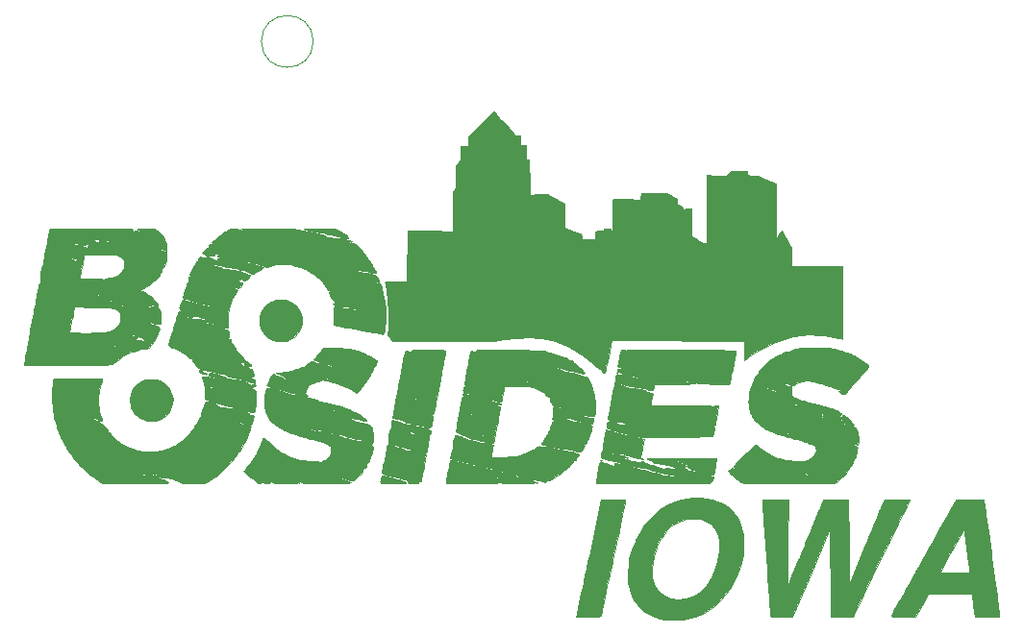
<source format=gbr>
G04 #@! TF.GenerationSoftware,KiCad,Pcbnew,5.0.1*
G04 #@! TF.CreationDate,2019-03-26T00:33:58-05:00*
G04 #@! TF.ProjectId,lid,6C69642E6B696361645F706362000000,rev?*
G04 #@! TF.SameCoordinates,Original*
G04 #@! TF.FileFunction,Legend,Top*
G04 #@! TF.FilePolarity,Positive*
%FSLAX46Y46*%
G04 Gerber Fmt 4.6, Leading zero omitted, Abs format (unit mm)*
G04 Created by KiCad (PCBNEW 5.0.1) date Tue 26 Mar 2019 12:33:58 AM CDT*
%MOMM*%
%LPD*%
G01*
G04 APERTURE LIST*
%ADD10C,0.120000*%
%ADD11C,0.010000*%
%ADD12C,0.150000*%
G04 APERTURE END LIST*
D10*
G04 #@! TO.C,REF\002A\002A*
X129786000Y-66000000D02*
G75*
G03X129786000Y-66000000I-2286000J0D01*
G01*
D11*
G04 #@! TO.C,*
G36*
X130391946Y-82464124D02*
X130686365Y-82466222D01*
X130966557Y-82470232D01*
X131220165Y-82476149D01*
X131434829Y-82483965D01*
X131598191Y-82493675D01*
X131696103Y-82504927D01*
X131868496Y-82556919D01*
X132043621Y-82638690D01*
X132101092Y-82674261D01*
X132210306Y-82745952D01*
X132290535Y-82792299D01*
X132315650Y-82802000D01*
X132366913Y-82828253D01*
X132463509Y-82898048D01*
X132588156Y-82997935D01*
X132723572Y-83114467D01*
X132763845Y-83150781D01*
X132837432Y-83232720D01*
X132867137Y-83296787D01*
X132864456Y-83309531D01*
X132804946Y-83339399D01*
X132699404Y-83349922D01*
X132584357Y-83340512D01*
X132504333Y-83315316D01*
X132431731Y-83288143D01*
X132293105Y-83246577D01*
X132104972Y-83195085D01*
X131883846Y-83138135D01*
X131646244Y-83080192D01*
X131561809Y-83060403D01*
X131418807Y-83032158D01*
X131293830Y-83015533D01*
X131256957Y-83013666D01*
X131160048Y-83002428D01*
X131018393Y-82973442D01*
X130908315Y-82945368D01*
X130608682Y-82871140D01*
X130286166Y-82810914D01*
X130091333Y-82781796D01*
X129952711Y-82757564D01*
X129771285Y-82719391D01*
X129585973Y-82675475D01*
X129583333Y-82674807D01*
X129404493Y-82631515D01*
X129235050Y-82593890D01*
X129110338Y-82569758D01*
X129105906Y-82569045D01*
X129010553Y-82543975D01*
X128969185Y-82512573D01*
X128970821Y-82503527D01*
X129018778Y-82492059D01*
X129139019Y-82482547D01*
X129319187Y-82474987D01*
X129546922Y-82469370D01*
X129809866Y-82465692D01*
X130095661Y-82463945D01*
X130391946Y-82464124D01*
X130391946Y-82464124D01*
G37*
X130391946Y-82464124D02*
X130686365Y-82466222D01*
X130966557Y-82470232D01*
X131220165Y-82476149D01*
X131434829Y-82483965D01*
X131598191Y-82493675D01*
X131696103Y-82504927D01*
X131868496Y-82556919D01*
X132043621Y-82638690D01*
X132101092Y-82674261D01*
X132210306Y-82745952D01*
X132290535Y-82792299D01*
X132315650Y-82802000D01*
X132366913Y-82828253D01*
X132463509Y-82898048D01*
X132588156Y-82997935D01*
X132723572Y-83114467D01*
X132763845Y-83150781D01*
X132837432Y-83232720D01*
X132867137Y-83296787D01*
X132864456Y-83309531D01*
X132804946Y-83339399D01*
X132699404Y-83349922D01*
X132584357Y-83340512D01*
X132504333Y-83315316D01*
X132431731Y-83288143D01*
X132293105Y-83246577D01*
X132104972Y-83195085D01*
X131883846Y-83138135D01*
X131646244Y-83080192D01*
X131561809Y-83060403D01*
X131418807Y-83032158D01*
X131293830Y-83015533D01*
X131256957Y-83013666D01*
X131160048Y-83002428D01*
X131018393Y-82973442D01*
X130908315Y-82945368D01*
X130608682Y-82871140D01*
X130286166Y-82810914D01*
X130091333Y-82781796D01*
X129952711Y-82757564D01*
X129771285Y-82719391D01*
X129585973Y-82675475D01*
X129583333Y-82674807D01*
X129404493Y-82631515D01*
X129235050Y-82593890D01*
X129110338Y-82569758D01*
X129105906Y-82569045D01*
X129010553Y-82543975D01*
X128969185Y-82512573D01*
X128970821Y-82503527D01*
X129018778Y-82492059D01*
X129139019Y-82482547D01*
X129319187Y-82474987D01*
X129546922Y-82469370D01*
X129809866Y-82465692D01*
X130095661Y-82463945D01*
X130391946Y-82464124D01*
G36*
X127102543Y-88730950D02*
X127241323Y-88742805D01*
X127361447Y-88771742D01*
X127494866Y-88825268D01*
X127659759Y-88904127D01*
X127981536Y-89089803D01*
X128238175Y-89305245D01*
X128448485Y-89569200D01*
X128605156Y-89846282D01*
X128688101Y-90019646D01*
X128739369Y-90150478D01*
X128766548Y-90271255D01*
X128777226Y-90414456D01*
X128779000Y-90590340D01*
X128777204Y-90772089D01*
X128767097Y-90906193D01*
X128741592Y-91021254D01*
X128693608Y-91145875D01*
X128616059Y-91308661D01*
X128586238Y-91368677D01*
X128392565Y-91700585D01*
X128172463Y-91963311D01*
X127912166Y-92171389D01*
X127722735Y-92280255D01*
X127578663Y-92346863D01*
X127445359Y-92388972D01*
X127291453Y-92413795D01*
X127085575Y-92428542D01*
X127075565Y-92429036D01*
X126875094Y-92434397D01*
X126682378Y-92432010D01*
X126530127Y-92422511D01*
X126493000Y-92417711D01*
X126256250Y-92349062D01*
X126000763Y-92223344D01*
X125751801Y-92055821D01*
X125534623Y-91861762D01*
X125487583Y-91810114D01*
X125382982Y-91682237D01*
X125304847Y-91572712D01*
X125266924Y-91501217D01*
X125265333Y-91491965D01*
X125242072Y-91418828D01*
X125184664Y-91317541D01*
X125170083Y-91296368D01*
X125130649Y-91234254D01*
X125103846Y-91166940D01*
X125087273Y-91077190D01*
X125078529Y-90947771D01*
X125075215Y-90761446D01*
X125074833Y-90612500D01*
X125076200Y-90380705D01*
X125081921Y-90215426D01*
X125094422Y-90098531D01*
X125116130Y-90011891D01*
X125149472Y-89937376D01*
X125170083Y-89900996D01*
X125228951Y-89787562D01*
X125262421Y-89696268D01*
X125265333Y-89675604D01*
X125292945Y-89616795D01*
X125366401Y-89516749D01*
X125471631Y-89394051D01*
X125508750Y-89354062D01*
X125666133Y-89202018D01*
X125829061Y-89080121D01*
X126028540Y-88966627D01*
X126138064Y-88912705D01*
X126320047Y-88828032D01*
X126455897Y-88774309D01*
X126575159Y-88744521D01*
X126707378Y-88731653D01*
X126882100Y-88728690D01*
X126913160Y-88728666D01*
X127102543Y-88730950D01*
X127102543Y-88730950D01*
G37*
X127102543Y-88730950D02*
X127241323Y-88742805D01*
X127361447Y-88771742D01*
X127494866Y-88825268D01*
X127659759Y-88904127D01*
X127981536Y-89089803D01*
X128238175Y-89305245D01*
X128448485Y-89569200D01*
X128605156Y-89846282D01*
X128688101Y-90019646D01*
X128739369Y-90150478D01*
X128766548Y-90271255D01*
X128777226Y-90414456D01*
X128779000Y-90590340D01*
X128777204Y-90772089D01*
X128767097Y-90906193D01*
X128741592Y-91021254D01*
X128693608Y-91145875D01*
X128616059Y-91308661D01*
X128586238Y-91368677D01*
X128392565Y-91700585D01*
X128172463Y-91963311D01*
X127912166Y-92171389D01*
X127722735Y-92280255D01*
X127578663Y-92346863D01*
X127445359Y-92388972D01*
X127291453Y-92413795D01*
X127085575Y-92428542D01*
X127075565Y-92429036D01*
X126875094Y-92434397D01*
X126682378Y-92432010D01*
X126530127Y-92422511D01*
X126493000Y-92417711D01*
X126256250Y-92349062D01*
X126000763Y-92223344D01*
X125751801Y-92055821D01*
X125534623Y-91861762D01*
X125487583Y-91810114D01*
X125382982Y-91682237D01*
X125304847Y-91572712D01*
X125266924Y-91501217D01*
X125265333Y-91491965D01*
X125242072Y-91418828D01*
X125184664Y-91317541D01*
X125170083Y-91296368D01*
X125130649Y-91234254D01*
X125103846Y-91166940D01*
X125087273Y-91077190D01*
X125078529Y-90947771D01*
X125075215Y-90761446D01*
X125074833Y-90612500D01*
X125076200Y-90380705D01*
X125081921Y-90215426D01*
X125094422Y-90098531D01*
X125116130Y-90011891D01*
X125149472Y-89937376D01*
X125170083Y-89900996D01*
X125228951Y-89787562D01*
X125262421Y-89696268D01*
X125265333Y-89675604D01*
X125292945Y-89616795D01*
X125366401Y-89516749D01*
X125471631Y-89394051D01*
X125508750Y-89354062D01*
X125666133Y-89202018D01*
X125829061Y-89080121D01*
X126028540Y-88966627D01*
X126138064Y-88912705D01*
X126320047Y-88828032D01*
X126455897Y-88774309D01*
X126575159Y-88744521D01*
X126707378Y-88731653D01*
X126882100Y-88728690D01*
X126913160Y-88728666D01*
X127102543Y-88730950D01*
G36*
X109985916Y-82463833D02*
X110687755Y-82464625D01*
X111311908Y-82466437D01*
X111857513Y-82469257D01*
X112323710Y-82473076D01*
X112709637Y-82477881D01*
X113014432Y-82483663D01*
X113237235Y-82490409D01*
X113377184Y-82498110D01*
X113433418Y-82506754D01*
X113434400Y-82507663D01*
X113493007Y-82538734D01*
X113552763Y-82542519D01*
X113752301Y-82537849D01*
X113873623Y-82564342D01*
X113917592Y-82622905D01*
X113885068Y-82714445D01*
X113806669Y-82809825D01*
X113731080Y-82902378D01*
X113717429Y-82949232D01*
X113755325Y-82948694D01*
X113786695Y-82929000D01*
X114957166Y-82929000D01*
X115015375Y-82961476D01*
X115089163Y-82971333D01*
X115159629Y-82957611D01*
X115168833Y-82929000D01*
X115110624Y-82896523D01*
X115036836Y-82886666D01*
X114966370Y-82900388D01*
X114957166Y-82929000D01*
X113786695Y-82929000D01*
X113834372Y-82899069D01*
X113896470Y-82844333D01*
X114639666Y-82844333D01*
X114674124Y-82881485D01*
X114705665Y-82886666D01*
X114749482Y-82866143D01*
X114745500Y-82844333D01*
X114691378Y-82803614D01*
X114679501Y-82802000D01*
X114640806Y-82834289D01*
X114639666Y-82844333D01*
X113896470Y-82844333D01*
X113915506Y-82827554D01*
X114014536Y-82736051D01*
X114085393Y-82694824D01*
X114158340Y-82692879D01*
X114235387Y-82711347D01*
X114391604Y-82737065D01*
X114489102Y-82709214D01*
X114527440Y-82655227D01*
X114508130Y-82605676D01*
X114424880Y-82574892D01*
X114337240Y-82545380D01*
X114301000Y-82509485D01*
X114339775Y-82489691D01*
X114442427Y-82476549D01*
X114588443Y-82469851D01*
X114757311Y-82469390D01*
X114928520Y-82474959D01*
X115081557Y-82486351D01*
X115195910Y-82503357D01*
X115242859Y-82519010D01*
X115313314Y-82547815D01*
X115346226Y-82518917D01*
X115347225Y-82516250D01*
X115399400Y-82482425D01*
X115505899Y-82466789D01*
X115638429Y-82469015D01*
X115768696Y-82488777D01*
X115862251Y-82522183D01*
X115933743Y-82574431D01*
X116040306Y-82667024D01*
X116167027Y-82785203D01*
X116298992Y-82914206D01*
X116421286Y-83039273D01*
X116518997Y-83145641D01*
X116577209Y-83218551D01*
X116587000Y-83239499D01*
X116604905Y-83295204D01*
X116651523Y-83401390D01*
X116707474Y-83516429D01*
X116816084Y-83810649D01*
X116856710Y-84039175D01*
X116870589Y-84190194D01*
X116870194Y-84277582D01*
X116849964Y-84321926D01*
X116804344Y-84343809D01*
X116772179Y-84352284D01*
X116647955Y-84355081D01*
X116576011Y-84328962D01*
X116489996Y-84303706D01*
X116395471Y-84313159D01*
X116317591Y-84347674D01*
X116281513Y-84397609D01*
X116294777Y-84436787D01*
X116351371Y-84475886D01*
X116376220Y-84473618D01*
X116437599Y-84471099D01*
X116509007Y-84490154D01*
X116639520Y-84499104D01*
X116728517Y-84465948D01*
X116816197Y-84428288D01*
X116864948Y-84420739D01*
X116865976Y-84421532D01*
X116869819Y-84468093D01*
X116867073Y-84581098D01*
X116858437Y-84742641D01*
X116847284Y-84900903D01*
X116807121Y-85249083D01*
X116741286Y-85545672D01*
X116642463Y-85821729D01*
X116616549Y-85880629D01*
X116532303Y-85971742D01*
X116389306Y-86030852D01*
X116209660Y-86051083D01*
X116096992Y-86042236D01*
X115967776Y-86032213D01*
X115911656Y-86050978D01*
X115909666Y-86059072D01*
X115949453Y-86084183D01*
X116059231Y-86099841D01*
X116187686Y-86104000D01*
X116335831Y-86105590D01*
X116416233Y-86114686D01*
X116445809Y-86137774D01*
X116441477Y-86181338D01*
X116436132Y-86199250D01*
X116389777Y-86303764D01*
X116327446Y-86406868D01*
X116272475Y-86495342D01*
X116248379Y-86554710D01*
X116248333Y-86556035D01*
X116218927Y-86606089D01*
X116139549Y-86699358D01*
X116023454Y-86822750D01*
X115883899Y-86963174D01*
X115734141Y-87107537D01*
X115587435Y-87242749D01*
X115457040Y-87355716D01*
X115369091Y-87424354D01*
X115216670Y-87525820D01*
X115058054Y-87620176D01*
X114969063Y-87666717D01*
X114846328Y-87727159D01*
X114749041Y-87778667D01*
X114724333Y-87793224D01*
X114625826Y-87842253D01*
X114586750Y-87856450D01*
X114523503Y-87889831D01*
X114531673Y-87933342D01*
X114614900Y-87992646D01*
X114704124Y-88039016D01*
X114864114Y-88116968D01*
X115030241Y-88197803D01*
X115074541Y-88219334D01*
X115331860Y-88366779D01*
X115568582Y-88544491D01*
X115773670Y-88740235D01*
X115936085Y-88941777D01*
X116044790Y-89136882D01*
X116088747Y-89313316D01*
X116088872Y-89343616D01*
X116093434Y-89462317D01*
X116128031Y-89527272D01*
X116174195Y-89555283D01*
X116256828Y-89626665D01*
X116295647Y-89702333D01*
X116308704Y-89790878D01*
X116318405Y-89935549D01*
X116324665Y-90116402D01*
X116327399Y-90313491D01*
X116326522Y-90506872D01*
X116321950Y-90676599D01*
X116313597Y-90802726D01*
X116301378Y-90865309D01*
X116300601Y-90866500D01*
X116234818Y-90899271D01*
X116117947Y-90916983D01*
X115982327Y-90919028D01*
X115860294Y-90904802D01*
X115786948Y-90876119D01*
X115703858Y-90826099D01*
X115590905Y-90778333D01*
X115477664Y-90742793D01*
X115393706Y-90729451D01*
X115370275Y-90735613D01*
X115376379Y-90759247D01*
X115389673Y-90760666D01*
X115434974Y-90795986D01*
X115456266Y-90845333D01*
X115511273Y-90916254D01*
X115562847Y-90930000D01*
X115642037Y-90946157D01*
X115771397Y-90988698D01*
X115924132Y-91048727D01*
X115937227Y-91054305D01*
X116075640Y-91116164D01*
X116165200Y-91171953D01*
X116209775Y-91238088D01*
X116213233Y-91330988D01*
X116179443Y-91467071D01*
X116112274Y-91662753D01*
X116093169Y-91716082D01*
X115936518Y-92082356D01*
X115731974Y-92431325D01*
X115467250Y-92782558D01*
X115309673Y-92963819D01*
X115239201Y-93032762D01*
X115167226Y-93070426D01*
X115065140Y-93086076D01*
X114923259Y-93089000D01*
X114750302Y-93099433D01*
X114586511Y-93126409D01*
X114494357Y-93154034D01*
X114354238Y-93202389D01*
X114187105Y-93246622D01*
X114127609Y-93259102D01*
X113963231Y-93302434D01*
X113746382Y-93377286D01*
X113499289Y-93475325D01*
X113244179Y-93588216D01*
X113221500Y-93598861D01*
X113078066Y-93680652D01*
X112887861Y-93810246D01*
X112665392Y-93977020D01*
X112425168Y-94170356D01*
X112321927Y-94257386D01*
X112268134Y-94302502D01*
X112215204Y-94342308D01*
X112157756Y-94377135D01*
X112090411Y-94407317D01*
X112007788Y-94433186D01*
X111904508Y-94455075D01*
X111775191Y-94473316D01*
X111614456Y-94488242D01*
X111416923Y-94500186D01*
X111177213Y-94509479D01*
X110889946Y-94516456D01*
X110549741Y-94521448D01*
X110151218Y-94524789D01*
X109688997Y-94526810D01*
X109157699Y-94527844D01*
X108551942Y-94528225D01*
X107940416Y-94528283D01*
X104352666Y-94528333D01*
X104352666Y-94353297D01*
X104362010Y-94191972D01*
X104379754Y-94041500D01*
X111676333Y-94041500D01*
X111697500Y-94062666D01*
X111718666Y-94041500D01*
X111697500Y-94020333D01*
X111676333Y-94041500D01*
X104379754Y-94041500D01*
X104386873Y-93981140D01*
X104422500Y-93753498D01*
X104464136Y-93541741D01*
X104481109Y-93470000D01*
X104537890Y-93221395D01*
X104597387Y-92913380D01*
X104624630Y-92753150D01*
X112078500Y-92753150D01*
X112178439Y-92836408D01*
X112273574Y-92897600D01*
X112353480Y-92919526D01*
X112394528Y-92896823D01*
X112396000Y-92885800D01*
X112358834Y-92814248D01*
X112267990Y-92763829D01*
X112186450Y-92751741D01*
X112078500Y-92753150D01*
X104624630Y-92753150D01*
X104661889Y-92534023D01*
X104667961Y-92496333D01*
X104701890Y-92295027D01*
X104737265Y-92101674D01*
X104768230Y-91947755D01*
X104778217Y-91903666D01*
X104797155Y-91811989D01*
X110215833Y-91811989D01*
X110321666Y-91874844D01*
X110427214Y-91930395D01*
X110479158Y-91936125D01*
X110481662Y-91929260D01*
X113204884Y-91929260D01*
X113208850Y-91970837D01*
X113267322Y-92028636D01*
X113357615Y-92084099D01*
X113427907Y-92111684D01*
X113546112Y-92143944D01*
X113604220Y-92151783D01*
X113622740Y-92136684D01*
X113623666Y-92125852D01*
X113588851Y-92093597D01*
X113503032Y-92044530D01*
X113394150Y-91991767D01*
X113290143Y-91948426D01*
X113218953Y-91927620D01*
X113204884Y-91929260D01*
X110481662Y-91929260D01*
X110491000Y-91903666D01*
X110466560Y-91862028D01*
X110459250Y-91860755D01*
X110397263Y-91851723D01*
X110321666Y-91836083D01*
X110261186Y-91822314D01*
X113475500Y-91822314D01*
X113623666Y-91888945D01*
X113759866Y-91928484D01*
X113926162Y-91948369D01*
X113987321Y-91948886D01*
X114140742Y-91954798D01*
X114233460Y-91987726D01*
X114262488Y-92014482D01*
X114296227Y-92079672D01*
X114275253Y-92102577D01*
X114204743Y-92139081D01*
X114151532Y-92174549D01*
X114105840Y-92216116D01*
X114119702Y-92249575D01*
X114198446Y-92295532D01*
X114285228Y-92323479D01*
X114414832Y-92345321D01*
X114567146Y-92360268D01*
X114722054Y-92367529D01*
X114859442Y-92366315D01*
X114927051Y-92359212D01*
X115250694Y-92359212D01*
X115292305Y-92365991D01*
X115347212Y-92358207D01*
X115347667Y-92348166D01*
X115486333Y-92348166D01*
X115507500Y-92369333D01*
X115528666Y-92348166D01*
X115507500Y-92327000D01*
X115486333Y-92348166D01*
X115347667Y-92348166D01*
X115347868Y-92343756D01*
X115291209Y-92333651D01*
X115266729Y-92340414D01*
X115250694Y-92359212D01*
X114927051Y-92359212D01*
X114959196Y-92355835D01*
X115001202Y-92335299D01*
X114999500Y-92327000D01*
X114938248Y-92288047D01*
X114912334Y-92284666D01*
X114858390Y-92250725D01*
X114851333Y-92221166D01*
X114820484Y-92164975D01*
X114793740Y-92157666D01*
X114726294Y-92135109D01*
X114622370Y-92078087D01*
X114571490Y-92045023D01*
X114386693Y-91951543D01*
X114147899Y-91878460D01*
X113884791Y-91833254D01*
X113687166Y-91822144D01*
X113475500Y-91822314D01*
X110261186Y-91822314D01*
X110215833Y-91811989D01*
X104797155Y-91811989D01*
X104808801Y-91755618D01*
X104835866Y-91597268D01*
X108303553Y-91597268D01*
X108313804Y-91624178D01*
X108358270Y-91639976D01*
X108450831Y-91647740D01*
X108605370Y-91650550D01*
X108741897Y-91651166D01*
X108998288Y-91657567D01*
X109178576Y-91675403D01*
X109290664Y-91705543D01*
X109305666Y-91713166D01*
X109426424Y-91751704D01*
X109600049Y-91770698D01*
X109797020Y-91770105D01*
X109987814Y-91749882D01*
X110131166Y-91714387D01*
X110269048Y-91682576D01*
X110468009Y-91660564D01*
X110704778Y-91650851D01*
X110723833Y-91650686D01*
X111076244Y-91638152D01*
X111418039Y-91607016D01*
X111721640Y-91560318D01*
X111888000Y-91522368D01*
X112005520Y-91471613D01*
X112158303Y-91380944D01*
X112320223Y-91268753D01*
X112465150Y-91153432D01*
X112566959Y-91053372D01*
X112581913Y-91033903D01*
X112703563Y-90843803D01*
X112776253Y-90679815D01*
X112811111Y-90508403D01*
X112819333Y-90318329D01*
X112816923Y-90154189D01*
X112803420Y-90045635D01*
X112769412Y-89963601D01*
X112710594Y-89885777D01*
X112918111Y-89885777D01*
X112923922Y-89910944D01*
X112946333Y-89914000D01*
X112981178Y-89898510D01*
X112974555Y-89885777D01*
X112924315Y-89880711D01*
X112918111Y-89885777D01*
X112710594Y-89885777D01*
X112705488Y-89879022D01*
X112660583Y-89828056D01*
X112552036Y-89720227D01*
X112450298Y-89639936D01*
X114113266Y-89639936D01*
X114152833Y-89660000D01*
X114247823Y-89694489D01*
X114297869Y-89688567D01*
X114322166Y-89660000D01*
X114305121Y-89631273D01*
X114220295Y-89620508D01*
X114208248Y-89620642D01*
X114122402Y-89625878D01*
X114113266Y-89639936D01*
X112450298Y-89639936D01*
X112446581Y-89637003D01*
X112396000Y-89608844D01*
X112282583Y-89565532D01*
X112176940Y-89530056D01*
X112069094Y-89501510D01*
X111949064Y-89478990D01*
X111806871Y-89461591D01*
X111632537Y-89448407D01*
X111416082Y-89438534D01*
X111147527Y-89431067D01*
X110816894Y-89425101D01*
X110414202Y-89419730D01*
X110294915Y-89418301D01*
X108722997Y-89399713D01*
X108697427Y-89561606D01*
X108677147Y-89692543D01*
X108651046Y-89864371D01*
X108630922Y-89998666D01*
X108599815Y-90176875D01*
X108555412Y-90393787D01*
X108506591Y-90606395D01*
X108499834Y-90633666D01*
X108452755Y-90834040D01*
X108410178Y-91036962D01*
X108380099Y-91203894D01*
X108376497Y-91228084D01*
X108352447Y-91377502D01*
X108326964Y-91504921D01*
X108313636Y-91556167D01*
X108303553Y-91597268D01*
X104835866Y-91597268D01*
X104840476Y-91570300D01*
X104860300Y-91432971D01*
X104904768Y-91141666D01*
X107781666Y-91141666D01*
X107796110Y-91182899D01*
X107800334Y-91184000D01*
X107836477Y-91154335D01*
X107845166Y-91141666D01*
X107841810Y-91102657D01*
X107826498Y-91099333D01*
X107783389Y-91130063D01*
X107781666Y-91141666D01*
X104904768Y-91141666D01*
X104911534Y-91097346D01*
X104915173Y-91078166D01*
X107443000Y-91078166D01*
X107464166Y-91099333D01*
X107485333Y-91078166D01*
X107464166Y-91057000D01*
X107443000Y-91078166D01*
X104915173Y-91078166D01*
X104977871Y-90747779D01*
X105032135Y-90506666D01*
X105066132Y-90368162D01*
X105105531Y-90207858D01*
X105115335Y-90168000D01*
X105148633Y-90014260D01*
X105182597Y-89829121D01*
X105199356Y-89723500D01*
X105251109Y-89399052D01*
X105272900Y-89279100D01*
X107464166Y-89279100D01*
X107591166Y-89339112D01*
X107709620Y-89389707D01*
X107766907Y-89397634D01*
X107772842Y-89371044D01*
X112745861Y-89371044D01*
X112762757Y-89396397D01*
X112777000Y-89406000D01*
X112855669Y-89440902D01*
X112915638Y-89443672D01*
X112929456Y-89414307D01*
X112925166Y-89406000D01*
X112866199Y-89372181D01*
X112806251Y-89364314D01*
X112745861Y-89371044D01*
X107772842Y-89371044D01*
X107774465Y-89363778D01*
X107771350Y-89353083D01*
X107721458Y-89314611D01*
X107622624Y-89290841D01*
X107609073Y-89289633D01*
X107464166Y-89279100D01*
X105272900Y-89279100D01*
X105294543Y-89159965D01*
X112799485Y-89159965D01*
X112818767Y-89197701D01*
X112890755Y-89276961D01*
X112984106Y-89368130D01*
X113039906Y-89399175D01*
X113073816Y-89375831D01*
X113086304Y-89348592D01*
X113083398Y-89340235D01*
X114858695Y-89340235D01*
X114874616Y-89360994D01*
X114947704Y-89390972D01*
X115079205Y-89410741D01*
X115243391Y-89419498D01*
X115414534Y-89416442D01*
X115566905Y-89400773D01*
X115639209Y-89384807D01*
X115686871Y-89336881D01*
X115709329Y-89282582D01*
X115709874Y-89213807D01*
X115647780Y-89194633D01*
X115641120Y-89194594D01*
X115537997Y-89214268D01*
X115428577Y-89258094D01*
X115320291Y-89297459D01*
X115199508Y-89317678D01*
X115093329Y-89317451D01*
X115028856Y-89295476D01*
X115020666Y-89277671D01*
X115054486Y-89226080D01*
X115083923Y-89209735D01*
X115125412Y-89168647D01*
X115101520Y-89125560D01*
X115040141Y-89109666D01*
X114985892Y-89145769D01*
X114953383Y-89215500D01*
X114917767Y-89294830D01*
X114880610Y-89321333D01*
X114858695Y-89340235D01*
X113083398Y-89340235D01*
X113066287Y-89291033D01*
X112974958Y-89227756D01*
X112962397Y-89221592D01*
X112845856Y-89169092D01*
X112799485Y-89159965D01*
X105294543Y-89159965D01*
X105311681Y-89065632D01*
X105334576Y-88954444D01*
X113299111Y-88954444D01*
X113304922Y-88979611D01*
X113327333Y-88982666D01*
X113362178Y-88967177D01*
X113355555Y-88954444D01*
X113305315Y-88949377D01*
X113299111Y-88954444D01*
X105334576Y-88954444D01*
X105366105Y-88801337D01*
X111780788Y-88801337D01*
X111803333Y-88834500D01*
X111886916Y-88888839D01*
X111935516Y-88898000D01*
X112001257Y-88870080D01*
X112015000Y-88834500D01*
X111978693Y-88784989D01*
X111882816Y-88771000D01*
X111796552Y-88776746D01*
X111780788Y-88801337D01*
X105366105Y-88801337D01*
X105372353Y-88771000D01*
X105403240Y-88617351D01*
X105420955Y-88517000D01*
X110829666Y-88517000D01*
X110863954Y-88554557D01*
X110893166Y-88559333D01*
X110949502Y-88536474D01*
X110956666Y-88517000D01*
X110922378Y-88479442D01*
X110893166Y-88474666D01*
X110836830Y-88497525D01*
X110829666Y-88517000D01*
X105420955Y-88517000D01*
X105432165Y-88453500D01*
X111295333Y-88453500D01*
X111316500Y-88474666D01*
X111337666Y-88453500D01*
X111316500Y-88432333D01*
X111295333Y-88453500D01*
X105432165Y-88453500D01*
X105435907Y-88432309D01*
X105452649Y-88326500D01*
X105457173Y-88298277D01*
X110702666Y-88298277D01*
X110738990Y-88364958D01*
X110848415Y-88389801D01*
X110863072Y-88390000D01*
X110933334Y-88382249D01*
X110932626Y-88368833D01*
X112777000Y-88368833D01*
X112798166Y-88390000D01*
X112819333Y-88368833D01*
X112798166Y-88347666D01*
X112777000Y-88368833D01*
X110932626Y-88368833D01*
X110931584Y-88349093D01*
X110914333Y-88326500D01*
X110848571Y-88281308D01*
X110769528Y-88263180D01*
X110712235Y-88276786D01*
X110702666Y-88298277D01*
X105457173Y-88298277D01*
X105488752Y-88101306D01*
X106430894Y-88101306D01*
X106461224Y-88130696D01*
X106469333Y-88136000D01*
X106533034Y-88172964D01*
X106552669Y-88161971D01*
X106554000Y-88136000D01*
X106519094Y-88100419D01*
X106479916Y-88094314D01*
X106430894Y-88101306D01*
X105488752Y-88101306D01*
X105494555Y-88065112D01*
X112539550Y-88065112D01*
X112544166Y-88084092D01*
X112619168Y-88130388D01*
X112671166Y-88148146D01*
X112777517Y-88170606D01*
X112814951Y-88167707D01*
X112796050Y-88138995D01*
X112739102Y-88104673D01*
X112659273Y-88076974D01*
X112583708Y-88061814D01*
X112539550Y-88065112D01*
X105494555Y-88065112D01*
X105494578Y-88064969D01*
X105518029Y-87931665D01*
X111095892Y-87931665D01*
X111111100Y-87956566D01*
X111126000Y-87966666D01*
X111213603Y-88006058D01*
X111251690Y-87980843D01*
X111253000Y-87966666D01*
X111217145Y-87933876D01*
X111157750Y-87924981D01*
X111095892Y-87931665D01*
X105518029Y-87931665D01*
X105546500Y-87769838D01*
X105549070Y-87756328D01*
X111845666Y-87756328D01*
X111879975Y-87792713D01*
X111909166Y-87797333D01*
X111965648Y-87788276D01*
X111972666Y-87780695D01*
X111939563Y-87753399D01*
X111909166Y-87739691D01*
X111854655Y-87738811D01*
X111845666Y-87756328D01*
X105549070Y-87756328D01*
X105599736Y-87490090D01*
X105608876Y-87444721D01*
X105611821Y-87436856D01*
X109492184Y-87436856D01*
X109496166Y-87458666D01*
X109550288Y-87499385D01*
X109562165Y-87501000D01*
X109600859Y-87468710D01*
X109602000Y-87458666D01*
X109567542Y-87421514D01*
X109536001Y-87416333D01*
X109492184Y-87436856D01*
X105611821Y-87436856D01*
X105644040Y-87350815D01*
X105688267Y-87303836D01*
X105724766Y-87247211D01*
X105719949Y-87139008D01*
X105715380Y-87012771D01*
X105728511Y-86827417D01*
X105736975Y-86759844D01*
X109221000Y-86759844D01*
X109221000Y-86896833D01*
X110193396Y-86916872D01*
X111165793Y-86936910D01*
X111368146Y-87067106D01*
X111496094Y-87140362D01*
X111606110Y-87187685D01*
X111682020Y-87204275D01*
X111707653Y-87185333D01*
X111699408Y-87165421D01*
X111646099Y-87127136D01*
X111546583Y-87083999D01*
X111527577Y-87077472D01*
X111411669Y-87025519D01*
X111378108Y-86975431D01*
X111424577Y-86929573D01*
X111548758Y-86890309D01*
X111739833Y-86860916D01*
X111922423Y-86833973D01*
X112132935Y-86792753D01*
X112281825Y-86757357D01*
X112571396Y-86640078D01*
X112811939Y-86459446D01*
X112995298Y-86226018D01*
X113113318Y-85950351D01*
X113157843Y-85643002D01*
X113158000Y-85623214D01*
X113148282Y-85467902D01*
X113123800Y-85325037D01*
X113110923Y-85281324D01*
X113040822Y-85174133D01*
X112913647Y-85053754D01*
X112751265Y-84937610D01*
X112625140Y-84869792D01*
X113929235Y-84869792D01*
X113941490Y-84911951D01*
X113980860Y-84912126D01*
X114040502Y-84878731D01*
X114047557Y-84859695D01*
X114893666Y-84859695D01*
X114922365Y-84910411D01*
X114987804Y-84910458D01*
X114990502Y-84908545D01*
X116351360Y-84908545D01*
X116392972Y-84915324D01*
X116447879Y-84907541D01*
X116448534Y-84893090D01*
X116391876Y-84882984D01*
X116367395Y-84889748D01*
X116351360Y-84908545D01*
X114990502Y-84908545D01*
X115058999Y-84859978D01*
X115059872Y-84858935D01*
X115084568Y-84796064D01*
X115068875Y-84774131D01*
X114992464Y-84765520D01*
X114919916Y-84804552D01*
X114893666Y-84859695D01*
X114047557Y-84859695D01*
X114049236Y-84855166D01*
X114019758Y-84815825D01*
X113965424Y-84824954D01*
X113929235Y-84869792D01*
X112625140Y-84869792D01*
X112575542Y-84843123D01*
X112544166Y-84829753D01*
X112472785Y-84817070D01*
X112329546Y-84804609D01*
X112127259Y-84792656D01*
X111878732Y-84781501D01*
X111596776Y-84771430D01*
X111294198Y-84762732D01*
X110983808Y-84755695D01*
X110678415Y-84750605D01*
X110390828Y-84747752D01*
X110133857Y-84747423D01*
X109920309Y-84749906D01*
X109762996Y-84755488D01*
X109674725Y-84764458D01*
X109671542Y-84765200D01*
X109609514Y-84793202D01*
X109572892Y-84853121D01*
X109549810Y-84968081D01*
X109544143Y-85013396D01*
X109500982Y-85353061D01*
X109456151Y-85638567D01*
X109404189Y-85900337D01*
X109339634Y-86168793D01*
X109330319Y-86204678D01*
X109283378Y-86397595D01*
X109246528Y-86574453D01*
X109224755Y-86709933D01*
X109221000Y-86759844D01*
X105736975Y-86759844D01*
X105756258Y-86605903D01*
X105795535Y-86371190D01*
X105843260Y-86146234D01*
X105864683Y-86061666D01*
X105930301Y-85809791D01*
X105980023Y-85596717D01*
X106020165Y-85390492D01*
X106045889Y-85229111D01*
X107330111Y-85229111D01*
X107335922Y-85254278D01*
X107358333Y-85257333D01*
X107393178Y-85241844D01*
X107386555Y-85229111D01*
X107336315Y-85224044D01*
X107330111Y-85229111D01*
X106045889Y-85229111D01*
X106057040Y-85159161D01*
X106071236Y-85057330D01*
X108372917Y-85057330D01*
X108398837Y-85108386D01*
X108472393Y-85159531D01*
X108537738Y-85182975D01*
X108653803Y-85237500D01*
X108702254Y-85305479D01*
X108742128Y-85367904D01*
X108814079Y-85365560D01*
X108925851Y-85336456D01*
X109019916Y-85314522D01*
X109104087Y-85287113D01*
X109136333Y-85260084D01*
X109099234Y-85233988D01*
X109002177Y-85191976D01*
X108866524Y-85141705D01*
X108713638Y-85090831D01*
X108564880Y-85047009D01*
X108487325Y-85027477D01*
X108400468Y-85024361D01*
X108372917Y-85057330D01*
X106071236Y-85057330D01*
X106090567Y-84918666D01*
X106136383Y-84626339D01*
X106137287Y-84622333D01*
X113285000Y-84622333D01*
X113317214Y-84663436D01*
X113327333Y-84664666D01*
X113368436Y-84632452D01*
X113369666Y-84622333D01*
X113337452Y-84581230D01*
X113327333Y-84580000D01*
X113286230Y-84612214D01*
X113285000Y-84622333D01*
X106137287Y-84622333D01*
X106152119Y-84556641D01*
X115679397Y-84556641D01*
X115702703Y-84578042D01*
X115787208Y-84554202D01*
X115868180Y-84516061D01*
X115945723Y-84462102D01*
X116016471Y-84392036D01*
X116063363Y-84326838D01*
X116069337Y-84287482D01*
X116057220Y-84283666D01*
X115983419Y-84308077D01*
X115878536Y-84367755D01*
X115775344Y-84442365D01*
X115723088Y-84490999D01*
X115679397Y-84556641D01*
X106152119Y-84556641D01*
X106189116Y-84392794D01*
X106249424Y-84208268D01*
X110255327Y-84208268D01*
X110267610Y-84247780D01*
X110279333Y-84262500D01*
X110340443Y-84315716D01*
X110369183Y-84326000D01*
X110402165Y-84291636D01*
X110406333Y-84262500D01*
X110370565Y-84210913D01*
X110316483Y-84199000D01*
X110255327Y-84208268D01*
X106249424Y-84208268D01*
X106254692Y-84192151D01*
X106260244Y-84177833D01*
X106267839Y-84146545D01*
X107038027Y-84146545D01*
X107079638Y-84153324D01*
X107134545Y-84145541D01*
X107135201Y-84131090D01*
X107078542Y-84120984D01*
X107054062Y-84127748D01*
X107038027Y-84146545D01*
X106267839Y-84146545D01*
X106280660Y-84093734D01*
X106302013Y-83955445D01*
X106314321Y-83842491D01*
X108713000Y-83842491D01*
X108717985Y-83901542D01*
X108746872Y-83928834D01*
X108820553Y-83931510D01*
X108937774Y-83919321D01*
X109105391Y-83911014D01*
X109242599Y-83938042D01*
X109347893Y-83982451D01*
X109473043Y-84035810D01*
X109576602Y-84067855D01*
X109607453Y-84072000D01*
X109685155Y-84093420D01*
X109707833Y-84114333D01*
X109767823Y-84150486D01*
X109812201Y-84156666D01*
X109869304Y-84135178D01*
X109868759Y-84101994D01*
X112413221Y-84101994D01*
X112418974Y-84117258D01*
X112471433Y-84151548D01*
X112535101Y-84151052D01*
X112565333Y-84116831D01*
X112531869Y-84057809D01*
X112462747Y-84041634D01*
X112437642Y-84051260D01*
X112413221Y-84101994D01*
X109868759Y-84101994D01*
X109868266Y-84072000D01*
X109867293Y-84009954D01*
X109923322Y-83988510D01*
X109960423Y-83987333D01*
X110043768Y-83971378D01*
X110056478Y-83934416D01*
X110004623Y-83899228D01*
X109915367Y-83894804D01*
X109578855Y-83902741D01*
X109209156Y-83862100D01*
X108850583Y-83779710D01*
X108757697Y-83757705D01*
X108720059Y-83774922D01*
X108713000Y-83842491D01*
X106314321Y-83842491D01*
X106319297Y-83796833D01*
X106331162Y-83707656D01*
X108052441Y-83707656D01*
X108106437Y-83724355D01*
X108141500Y-83733333D01*
X108257265Y-83761438D01*
X108313033Y-83767865D01*
X108330652Y-83752615D01*
X108332000Y-83733333D01*
X108294688Y-83707320D01*
X108202144Y-83695804D01*
X108173250Y-83696008D01*
X108073039Y-83700172D01*
X108052441Y-83707656D01*
X106331162Y-83707656D01*
X106357308Y-83511154D01*
X110409739Y-83511154D01*
X110457510Y-83554368D01*
X110510677Y-83564000D01*
X110614661Y-83598101D01*
X110660333Y-83648666D01*
X110735714Y-83721525D01*
X110834771Y-83718310D01*
X110893374Y-83676556D01*
X111523660Y-83676556D01*
X111524499Y-83754891D01*
X111577155Y-83785524D01*
X111664542Y-83789263D01*
X111697500Y-83779795D01*
X111698013Y-83775666D01*
X114660833Y-83775666D01*
X114662768Y-83814738D01*
X114677003Y-83818000D01*
X114736848Y-83787107D01*
X114745500Y-83775666D01*
X114743564Y-83736594D01*
X114729330Y-83733333D01*
X114669484Y-83764226D01*
X114660833Y-83775666D01*
X111698013Y-83775666D01*
X111700641Y-83754545D01*
X111665750Y-83741805D01*
X111599467Y-83707872D01*
X111606190Y-83666986D01*
X111676333Y-83648666D01*
X111745285Y-83622196D01*
X111761000Y-83585166D01*
X111728618Y-83544597D01*
X111656970Y-83521641D01*
X111584302Y-83522018D01*
X111548859Y-83551450D01*
X111548755Y-83553416D01*
X111538300Y-83616192D01*
X111523660Y-83676556D01*
X110893374Y-83676556D01*
X110945236Y-83639605D01*
X110949725Y-83634888D01*
X111042210Y-83536442D01*
X110946521Y-83488593D01*
X110916019Y-83479333D01*
X115486333Y-83479333D01*
X115521677Y-83514069D01*
X115568501Y-83521666D01*
X115649542Y-83502227D01*
X115676833Y-83479333D01*
X115661845Y-83447942D01*
X115594665Y-83437000D01*
X115513920Y-83451186D01*
X115486333Y-83479333D01*
X110916019Y-83479333D01*
X110819277Y-83449964D01*
X110647831Y-83429344D01*
X110480416Y-83430846D01*
X110415101Y-83459976D01*
X110409739Y-83511154D01*
X106357308Y-83511154D01*
X106394385Y-83232513D01*
X106469286Y-82886666D01*
X106477926Y-82850817D01*
X109323723Y-82850817D01*
X109350898Y-82873328D01*
X109395851Y-82898962D01*
X109488148Y-82933283D01*
X109637492Y-82970863D01*
X109816822Y-83005228D01*
X109882685Y-83015446D01*
X110061594Y-83043585D01*
X110215927Y-83071875D01*
X110320815Y-83095608D01*
X110342833Y-83102567D01*
X110441029Y-83132547D01*
X110495342Y-83135064D01*
X110491710Y-83112884D01*
X110444250Y-83082615D01*
X110328289Y-83034833D01*
X113581333Y-83034833D01*
X113602500Y-83056000D01*
X113623666Y-83034833D01*
X113602500Y-83013666D01*
X113581333Y-83034833D01*
X110328289Y-83034833D01*
X110314339Y-83029085D01*
X110211416Y-83000104D01*
X109975792Y-82952386D01*
X109803585Y-82918423D01*
X109675347Y-82894599D01*
X109571631Y-82877297D01*
X109475000Y-82863181D01*
X109362043Y-82848812D01*
X109323723Y-82850817D01*
X106477926Y-82850817D01*
X106504250Y-82741606D01*
X106518076Y-82680291D01*
X113115666Y-82680291D01*
X113150711Y-82708051D01*
X113231633Y-82716567D01*
X113322116Y-82706903D01*
X113385840Y-82680122D01*
X113392574Y-82672183D01*
X113406587Y-82617795D01*
X113401833Y-82608389D01*
X113348905Y-82600441D01*
X113259260Y-82614761D01*
X113170035Y-82642017D01*
X113118366Y-82672881D01*
X113115666Y-82680291D01*
X106518076Y-82680291D01*
X106533793Y-82610599D01*
X106538013Y-82590333D01*
X112882833Y-82590333D01*
X112892430Y-82626574D01*
X112922668Y-82632666D01*
X112980589Y-82610564D01*
X112988666Y-82590333D01*
X112958282Y-82549211D01*
X112948831Y-82548000D01*
X112891498Y-82578772D01*
X112882833Y-82590333D01*
X106538013Y-82590333D01*
X106540300Y-82579357D01*
X106563724Y-82462548D01*
X109985916Y-82463833D01*
X109985916Y-82463833D01*
G37*
X109985916Y-82463833D02*
X110687755Y-82464625D01*
X111311908Y-82466437D01*
X111857513Y-82469257D01*
X112323710Y-82473076D01*
X112709637Y-82477881D01*
X113014432Y-82483663D01*
X113237235Y-82490409D01*
X113377184Y-82498110D01*
X113433418Y-82506754D01*
X113434400Y-82507663D01*
X113493007Y-82538734D01*
X113552763Y-82542519D01*
X113752301Y-82537849D01*
X113873623Y-82564342D01*
X113917592Y-82622905D01*
X113885068Y-82714445D01*
X113806669Y-82809825D01*
X113731080Y-82902378D01*
X113717429Y-82949232D01*
X113755325Y-82948694D01*
X113786695Y-82929000D01*
X114957166Y-82929000D01*
X115015375Y-82961476D01*
X115089163Y-82971333D01*
X115159629Y-82957611D01*
X115168833Y-82929000D01*
X115110624Y-82896523D01*
X115036836Y-82886666D01*
X114966370Y-82900388D01*
X114957166Y-82929000D01*
X113786695Y-82929000D01*
X113834372Y-82899069D01*
X113896470Y-82844333D01*
X114639666Y-82844333D01*
X114674124Y-82881485D01*
X114705665Y-82886666D01*
X114749482Y-82866143D01*
X114745500Y-82844333D01*
X114691378Y-82803614D01*
X114679501Y-82802000D01*
X114640806Y-82834289D01*
X114639666Y-82844333D01*
X113896470Y-82844333D01*
X113915506Y-82827554D01*
X114014536Y-82736051D01*
X114085393Y-82694824D01*
X114158340Y-82692879D01*
X114235387Y-82711347D01*
X114391604Y-82737065D01*
X114489102Y-82709214D01*
X114527440Y-82655227D01*
X114508130Y-82605676D01*
X114424880Y-82574892D01*
X114337240Y-82545380D01*
X114301000Y-82509485D01*
X114339775Y-82489691D01*
X114442427Y-82476549D01*
X114588443Y-82469851D01*
X114757311Y-82469390D01*
X114928520Y-82474959D01*
X115081557Y-82486351D01*
X115195910Y-82503357D01*
X115242859Y-82519010D01*
X115313314Y-82547815D01*
X115346226Y-82518917D01*
X115347225Y-82516250D01*
X115399400Y-82482425D01*
X115505899Y-82466789D01*
X115638429Y-82469015D01*
X115768696Y-82488777D01*
X115862251Y-82522183D01*
X115933743Y-82574431D01*
X116040306Y-82667024D01*
X116167027Y-82785203D01*
X116298992Y-82914206D01*
X116421286Y-83039273D01*
X116518997Y-83145641D01*
X116577209Y-83218551D01*
X116587000Y-83239499D01*
X116604905Y-83295204D01*
X116651523Y-83401390D01*
X116707474Y-83516429D01*
X116816084Y-83810649D01*
X116856710Y-84039175D01*
X116870589Y-84190194D01*
X116870194Y-84277582D01*
X116849964Y-84321926D01*
X116804344Y-84343809D01*
X116772179Y-84352284D01*
X116647955Y-84355081D01*
X116576011Y-84328962D01*
X116489996Y-84303706D01*
X116395471Y-84313159D01*
X116317591Y-84347674D01*
X116281513Y-84397609D01*
X116294777Y-84436787D01*
X116351371Y-84475886D01*
X116376220Y-84473618D01*
X116437599Y-84471099D01*
X116509007Y-84490154D01*
X116639520Y-84499104D01*
X116728517Y-84465948D01*
X116816197Y-84428288D01*
X116864948Y-84420739D01*
X116865976Y-84421532D01*
X116869819Y-84468093D01*
X116867073Y-84581098D01*
X116858437Y-84742641D01*
X116847284Y-84900903D01*
X116807121Y-85249083D01*
X116741286Y-85545672D01*
X116642463Y-85821729D01*
X116616549Y-85880629D01*
X116532303Y-85971742D01*
X116389306Y-86030852D01*
X116209660Y-86051083D01*
X116096992Y-86042236D01*
X115967776Y-86032213D01*
X115911656Y-86050978D01*
X115909666Y-86059072D01*
X115949453Y-86084183D01*
X116059231Y-86099841D01*
X116187686Y-86104000D01*
X116335831Y-86105590D01*
X116416233Y-86114686D01*
X116445809Y-86137774D01*
X116441477Y-86181338D01*
X116436132Y-86199250D01*
X116389777Y-86303764D01*
X116327446Y-86406868D01*
X116272475Y-86495342D01*
X116248379Y-86554710D01*
X116248333Y-86556035D01*
X116218927Y-86606089D01*
X116139549Y-86699358D01*
X116023454Y-86822750D01*
X115883899Y-86963174D01*
X115734141Y-87107537D01*
X115587435Y-87242749D01*
X115457040Y-87355716D01*
X115369091Y-87424354D01*
X115216670Y-87525820D01*
X115058054Y-87620176D01*
X114969063Y-87666717D01*
X114846328Y-87727159D01*
X114749041Y-87778667D01*
X114724333Y-87793224D01*
X114625826Y-87842253D01*
X114586750Y-87856450D01*
X114523503Y-87889831D01*
X114531673Y-87933342D01*
X114614900Y-87992646D01*
X114704124Y-88039016D01*
X114864114Y-88116968D01*
X115030241Y-88197803D01*
X115074541Y-88219334D01*
X115331860Y-88366779D01*
X115568582Y-88544491D01*
X115773670Y-88740235D01*
X115936085Y-88941777D01*
X116044790Y-89136882D01*
X116088747Y-89313316D01*
X116088872Y-89343616D01*
X116093434Y-89462317D01*
X116128031Y-89527272D01*
X116174195Y-89555283D01*
X116256828Y-89626665D01*
X116295647Y-89702333D01*
X116308704Y-89790878D01*
X116318405Y-89935549D01*
X116324665Y-90116402D01*
X116327399Y-90313491D01*
X116326522Y-90506872D01*
X116321950Y-90676599D01*
X116313597Y-90802726D01*
X116301378Y-90865309D01*
X116300601Y-90866500D01*
X116234818Y-90899271D01*
X116117947Y-90916983D01*
X115982327Y-90919028D01*
X115860294Y-90904802D01*
X115786948Y-90876119D01*
X115703858Y-90826099D01*
X115590905Y-90778333D01*
X115477664Y-90742793D01*
X115393706Y-90729451D01*
X115370275Y-90735613D01*
X115376379Y-90759247D01*
X115389673Y-90760666D01*
X115434974Y-90795986D01*
X115456266Y-90845333D01*
X115511273Y-90916254D01*
X115562847Y-90930000D01*
X115642037Y-90946157D01*
X115771397Y-90988698D01*
X115924132Y-91048727D01*
X115937227Y-91054305D01*
X116075640Y-91116164D01*
X116165200Y-91171953D01*
X116209775Y-91238088D01*
X116213233Y-91330988D01*
X116179443Y-91467071D01*
X116112274Y-91662753D01*
X116093169Y-91716082D01*
X115936518Y-92082356D01*
X115731974Y-92431325D01*
X115467250Y-92782558D01*
X115309673Y-92963819D01*
X115239201Y-93032762D01*
X115167226Y-93070426D01*
X115065140Y-93086076D01*
X114923259Y-93089000D01*
X114750302Y-93099433D01*
X114586511Y-93126409D01*
X114494357Y-93154034D01*
X114354238Y-93202389D01*
X114187105Y-93246622D01*
X114127609Y-93259102D01*
X113963231Y-93302434D01*
X113746382Y-93377286D01*
X113499289Y-93475325D01*
X113244179Y-93588216D01*
X113221500Y-93598861D01*
X113078066Y-93680652D01*
X112887861Y-93810246D01*
X112665392Y-93977020D01*
X112425168Y-94170356D01*
X112321927Y-94257386D01*
X112268134Y-94302502D01*
X112215204Y-94342308D01*
X112157756Y-94377135D01*
X112090411Y-94407317D01*
X112007788Y-94433186D01*
X111904508Y-94455075D01*
X111775191Y-94473316D01*
X111614456Y-94488242D01*
X111416923Y-94500186D01*
X111177213Y-94509479D01*
X110889946Y-94516456D01*
X110549741Y-94521448D01*
X110151218Y-94524789D01*
X109688997Y-94526810D01*
X109157699Y-94527844D01*
X108551942Y-94528225D01*
X107940416Y-94528283D01*
X104352666Y-94528333D01*
X104352666Y-94353297D01*
X104362010Y-94191972D01*
X104379754Y-94041500D01*
X111676333Y-94041500D01*
X111697500Y-94062666D01*
X111718666Y-94041500D01*
X111697500Y-94020333D01*
X111676333Y-94041500D01*
X104379754Y-94041500D01*
X104386873Y-93981140D01*
X104422500Y-93753498D01*
X104464136Y-93541741D01*
X104481109Y-93470000D01*
X104537890Y-93221395D01*
X104597387Y-92913380D01*
X104624630Y-92753150D01*
X112078500Y-92753150D01*
X112178439Y-92836408D01*
X112273574Y-92897600D01*
X112353480Y-92919526D01*
X112394528Y-92896823D01*
X112396000Y-92885800D01*
X112358834Y-92814248D01*
X112267990Y-92763829D01*
X112186450Y-92751741D01*
X112078500Y-92753150D01*
X104624630Y-92753150D01*
X104661889Y-92534023D01*
X104667961Y-92496333D01*
X104701890Y-92295027D01*
X104737265Y-92101674D01*
X104768230Y-91947755D01*
X104778217Y-91903666D01*
X104797155Y-91811989D01*
X110215833Y-91811989D01*
X110321666Y-91874844D01*
X110427214Y-91930395D01*
X110479158Y-91936125D01*
X110481662Y-91929260D01*
X113204884Y-91929260D01*
X113208850Y-91970837D01*
X113267322Y-92028636D01*
X113357615Y-92084099D01*
X113427907Y-92111684D01*
X113546112Y-92143944D01*
X113604220Y-92151783D01*
X113622740Y-92136684D01*
X113623666Y-92125852D01*
X113588851Y-92093597D01*
X113503032Y-92044530D01*
X113394150Y-91991767D01*
X113290143Y-91948426D01*
X113218953Y-91927620D01*
X113204884Y-91929260D01*
X110481662Y-91929260D01*
X110491000Y-91903666D01*
X110466560Y-91862028D01*
X110459250Y-91860755D01*
X110397263Y-91851723D01*
X110321666Y-91836083D01*
X110261186Y-91822314D01*
X113475500Y-91822314D01*
X113623666Y-91888945D01*
X113759866Y-91928484D01*
X113926162Y-91948369D01*
X113987321Y-91948886D01*
X114140742Y-91954798D01*
X114233460Y-91987726D01*
X114262488Y-92014482D01*
X114296227Y-92079672D01*
X114275253Y-92102577D01*
X114204743Y-92139081D01*
X114151532Y-92174549D01*
X114105840Y-92216116D01*
X114119702Y-92249575D01*
X114198446Y-92295532D01*
X114285228Y-92323479D01*
X114414832Y-92345321D01*
X114567146Y-92360268D01*
X114722054Y-92367529D01*
X114859442Y-92366315D01*
X114927051Y-92359212D01*
X115250694Y-92359212D01*
X115292305Y-92365991D01*
X115347212Y-92358207D01*
X115347667Y-92348166D01*
X115486333Y-92348166D01*
X115507500Y-92369333D01*
X115528666Y-92348166D01*
X115507500Y-92327000D01*
X115486333Y-92348166D01*
X115347667Y-92348166D01*
X115347868Y-92343756D01*
X115291209Y-92333651D01*
X115266729Y-92340414D01*
X115250694Y-92359212D01*
X114927051Y-92359212D01*
X114959196Y-92355835D01*
X115001202Y-92335299D01*
X114999500Y-92327000D01*
X114938248Y-92288047D01*
X114912334Y-92284666D01*
X114858390Y-92250725D01*
X114851333Y-92221166D01*
X114820484Y-92164975D01*
X114793740Y-92157666D01*
X114726294Y-92135109D01*
X114622370Y-92078087D01*
X114571490Y-92045023D01*
X114386693Y-91951543D01*
X114147899Y-91878460D01*
X113884791Y-91833254D01*
X113687166Y-91822144D01*
X113475500Y-91822314D01*
X110261186Y-91822314D01*
X110215833Y-91811989D01*
X104797155Y-91811989D01*
X104808801Y-91755618D01*
X104835866Y-91597268D01*
X108303553Y-91597268D01*
X108313804Y-91624178D01*
X108358270Y-91639976D01*
X108450831Y-91647740D01*
X108605370Y-91650550D01*
X108741897Y-91651166D01*
X108998288Y-91657567D01*
X109178576Y-91675403D01*
X109290664Y-91705543D01*
X109305666Y-91713166D01*
X109426424Y-91751704D01*
X109600049Y-91770698D01*
X109797020Y-91770105D01*
X109987814Y-91749882D01*
X110131166Y-91714387D01*
X110269048Y-91682576D01*
X110468009Y-91660564D01*
X110704778Y-91650851D01*
X110723833Y-91650686D01*
X111076244Y-91638152D01*
X111418039Y-91607016D01*
X111721640Y-91560318D01*
X111888000Y-91522368D01*
X112005520Y-91471613D01*
X112158303Y-91380944D01*
X112320223Y-91268753D01*
X112465150Y-91153432D01*
X112566959Y-91053372D01*
X112581913Y-91033903D01*
X112703563Y-90843803D01*
X112776253Y-90679815D01*
X112811111Y-90508403D01*
X112819333Y-90318329D01*
X112816923Y-90154189D01*
X112803420Y-90045635D01*
X112769412Y-89963601D01*
X112710594Y-89885777D01*
X112918111Y-89885777D01*
X112923922Y-89910944D01*
X112946333Y-89914000D01*
X112981178Y-89898510D01*
X112974555Y-89885777D01*
X112924315Y-89880711D01*
X112918111Y-89885777D01*
X112710594Y-89885777D01*
X112705488Y-89879022D01*
X112660583Y-89828056D01*
X112552036Y-89720227D01*
X112450298Y-89639936D01*
X114113266Y-89639936D01*
X114152833Y-89660000D01*
X114247823Y-89694489D01*
X114297869Y-89688567D01*
X114322166Y-89660000D01*
X114305121Y-89631273D01*
X114220295Y-89620508D01*
X114208248Y-89620642D01*
X114122402Y-89625878D01*
X114113266Y-89639936D01*
X112450298Y-89639936D01*
X112446581Y-89637003D01*
X112396000Y-89608844D01*
X112282583Y-89565532D01*
X112176940Y-89530056D01*
X112069094Y-89501510D01*
X111949064Y-89478990D01*
X111806871Y-89461591D01*
X111632537Y-89448407D01*
X111416082Y-89438534D01*
X111147527Y-89431067D01*
X110816894Y-89425101D01*
X110414202Y-89419730D01*
X110294915Y-89418301D01*
X108722997Y-89399713D01*
X108697427Y-89561606D01*
X108677147Y-89692543D01*
X108651046Y-89864371D01*
X108630922Y-89998666D01*
X108599815Y-90176875D01*
X108555412Y-90393787D01*
X108506591Y-90606395D01*
X108499834Y-90633666D01*
X108452755Y-90834040D01*
X108410178Y-91036962D01*
X108380099Y-91203894D01*
X108376497Y-91228084D01*
X108352447Y-91377502D01*
X108326964Y-91504921D01*
X108313636Y-91556167D01*
X108303553Y-91597268D01*
X104835866Y-91597268D01*
X104840476Y-91570300D01*
X104860300Y-91432971D01*
X104904768Y-91141666D01*
X107781666Y-91141666D01*
X107796110Y-91182899D01*
X107800334Y-91184000D01*
X107836477Y-91154335D01*
X107845166Y-91141666D01*
X107841810Y-91102657D01*
X107826498Y-91099333D01*
X107783389Y-91130063D01*
X107781666Y-91141666D01*
X104904768Y-91141666D01*
X104911534Y-91097346D01*
X104915173Y-91078166D01*
X107443000Y-91078166D01*
X107464166Y-91099333D01*
X107485333Y-91078166D01*
X107464166Y-91057000D01*
X107443000Y-91078166D01*
X104915173Y-91078166D01*
X104977871Y-90747779D01*
X105032135Y-90506666D01*
X105066132Y-90368162D01*
X105105531Y-90207858D01*
X105115335Y-90168000D01*
X105148633Y-90014260D01*
X105182597Y-89829121D01*
X105199356Y-89723500D01*
X105251109Y-89399052D01*
X105272900Y-89279100D01*
X107464166Y-89279100D01*
X107591166Y-89339112D01*
X107709620Y-89389707D01*
X107766907Y-89397634D01*
X107772842Y-89371044D01*
X112745861Y-89371044D01*
X112762757Y-89396397D01*
X112777000Y-89406000D01*
X112855669Y-89440902D01*
X112915638Y-89443672D01*
X112929456Y-89414307D01*
X112925166Y-89406000D01*
X112866199Y-89372181D01*
X112806251Y-89364314D01*
X112745861Y-89371044D01*
X107772842Y-89371044D01*
X107774465Y-89363778D01*
X107771350Y-89353083D01*
X107721458Y-89314611D01*
X107622624Y-89290841D01*
X107609073Y-89289633D01*
X107464166Y-89279100D01*
X105272900Y-89279100D01*
X105294543Y-89159965D01*
X112799485Y-89159965D01*
X112818767Y-89197701D01*
X112890755Y-89276961D01*
X112984106Y-89368130D01*
X113039906Y-89399175D01*
X113073816Y-89375831D01*
X113086304Y-89348592D01*
X113083398Y-89340235D01*
X114858695Y-89340235D01*
X114874616Y-89360994D01*
X114947704Y-89390972D01*
X115079205Y-89410741D01*
X115243391Y-89419498D01*
X115414534Y-89416442D01*
X115566905Y-89400773D01*
X115639209Y-89384807D01*
X115686871Y-89336881D01*
X115709329Y-89282582D01*
X115709874Y-89213807D01*
X115647780Y-89194633D01*
X115641120Y-89194594D01*
X115537997Y-89214268D01*
X115428577Y-89258094D01*
X115320291Y-89297459D01*
X115199508Y-89317678D01*
X115093329Y-89317451D01*
X115028856Y-89295476D01*
X115020666Y-89277671D01*
X115054486Y-89226080D01*
X115083923Y-89209735D01*
X115125412Y-89168647D01*
X115101520Y-89125560D01*
X115040141Y-89109666D01*
X114985892Y-89145769D01*
X114953383Y-89215500D01*
X114917767Y-89294830D01*
X114880610Y-89321333D01*
X114858695Y-89340235D01*
X113083398Y-89340235D01*
X113066287Y-89291033D01*
X112974958Y-89227756D01*
X112962397Y-89221592D01*
X112845856Y-89169092D01*
X112799485Y-89159965D01*
X105294543Y-89159965D01*
X105311681Y-89065632D01*
X105334576Y-88954444D01*
X113299111Y-88954444D01*
X113304922Y-88979611D01*
X113327333Y-88982666D01*
X113362178Y-88967177D01*
X113355555Y-88954444D01*
X113305315Y-88949377D01*
X113299111Y-88954444D01*
X105334576Y-88954444D01*
X105366105Y-88801337D01*
X111780788Y-88801337D01*
X111803333Y-88834500D01*
X111886916Y-88888839D01*
X111935516Y-88898000D01*
X112001257Y-88870080D01*
X112015000Y-88834500D01*
X111978693Y-88784989D01*
X111882816Y-88771000D01*
X111796552Y-88776746D01*
X111780788Y-88801337D01*
X105366105Y-88801337D01*
X105372353Y-88771000D01*
X105403240Y-88617351D01*
X105420955Y-88517000D01*
X110829666Y-88517000D01*
X110863954Y-88554557D01*
X110893166Y-88559333D01*
X110949502Y-88536474D01*
X110956666Y-88517000D01*
X110922378Y-88479442D01*
X110893166Y-88474666D01*
X110836830Y-88497525D01*
X110829666Y-88517000D01*
X105420955Y-88517000D01*
X105432165Y-88453500D01*
X111295333Y-88453500D01*
X111316500Y-88474666D01*
X111337666Y-88453500D01*
X111316500Y-88432333D01*
X111295333Y-88453500D01*
X105432165Y-88453500D01*
X105435907Y-88432309D01*
X105452649Y-88326500D01*
X105457173Y-88298277D01*
X110702666Y-88298277D01*
X110738990Y-88364958D01*
X110848415Y-88389801D01*
X110863072Y-88390000D01*
X110933334Y-88382249D01*
X110932626Y-88368833D01*
X112777000Y-88368833D01*
X112798166Y-88390000D01*
X112819333Y-88368833D01*
X112798166Y-88347666D01*
X112777000Y-88368833D01*
X110932626Y-88368833D01*
X110931584Y-88349093D01*
X110914333Y-88326500D01*
X110848571Y-88281308D01*
X110769528Y-88263180D01*
X110712235Y-88276786D01*
X110702666Y-88298277D01*
X105457173Y-88298277D01*
X105488752Y-88101306D01*
X106430894Y-88101306D01*
X106461224Y-88130696D01*
X106469333Y-88136000D01*
X106533034Y-88172964D01*
X106552669Y-88161971D01*
X106554000Y-88136000D01*
X106519094Y-88100419D01*
X106479916Y-88094314D01*
X106430894Y-88101306D01*
X105488752Y-88101306D01*
X105494555Y-88065112D01*
X112539550Y-88065112D01*
X112544166Y-88084092D01*
X112619168Y-88130388D01*
X112671166Y-88148146D01*
X112777517Y-88170606D01*
X112814951Y-88167707D01*
X112796050Y-88138995D01*
X112739102Y-88104673D01*
X112659273Y-88076974D01*
X112583708Y-88061814D01*
X112539550Y-88065112D01*
X105494555Y-88065112D01*
X105494578Y-88064969D01*
X105518029Y-87931665D01*
X111095892Y-87931665D01*
X111111100Y-87956566D01*
X111126000Y-87966666D01*
X111213603Y-88006058D01*
X111251690Y-87980843D01*
X111253000Y-87966666D01*
X111217145Y-87933876D01*
X111157750Y-87924981D01*
X111095892Y-87931665D01*
X105518029Y-87931665D01*
X105546500Y-87769838D01*
X105549070Y-87756328D01*
X111845666Y-87756328D01*
X111879975Y-87792713D01*
X111909166Y-87797333D01*
X111965648Y-87788276D01*
X111972666Y-87780695D01*
X111939563Y-87753399D01*
X111909166Y-87739691D01*
X111854655Y-87738811D01*
X111845666Y-87756328D01*
X105549070Y-87756328D01*
X105599736Y-87490090D01*
X105608876Y-87444721D01*
X105611821Y-87436856D01*
X109492184Y-87436856D01*
X109496166Y-87458666D01*
X109550288Y-87499385D01*
X109562165Y-87501000D01*
X109600859Y-87468710D01*
X109602000Y-87458666D01*
X109567542Y-87421514D01*
X109536001Y-87416333D01*
X109492184Y-87436856D01*
X105611821Y-87436856D01*
X105644040Y-87350815D01*
X105688267Y-87303836D01*
X105724766Y-87247211D01*
X105719949Y-87139008D01*
X105715380Y-87012771D01*
X105728511Y-86827417D01*
X105736975Y-86759844D01*
X109221000Y-86759844D01*
X109221000Y-86896833D01*
X110193396Y-86916872D01*
X111165793Y-86936910D01*
X111368146Y-87067106D01*
X111496094Y-87140362D01*
X111606110Y-87187685D01*
X111682020Y-87204275D01*
X111707653Y-87185333D01*
X111699408Y-87165421D01*
X111646099Y-87127136D01*
X111546583Y-87083999D01*
X111527577Y-87077472D01*
X111411669Y-87025519D01*
X111378108Y-86975431D01*
X111424577Y-86929573D01*
X111548758Y-86890309D01*
X111739833Y-86860916D01*
X111922423Y-86833973D01*
X112132935Y-86792753D01*
X112281825Y-86757357D01*
X112571396Y-86640078D01*
X112811939Y-86459446D01*
X112995298Y-86226018D01*
X113113318Y-85950351D01*
X113157843Y-85643002D01*
X113158000Y-85623214D01*
X113148282Y-85467902D01*
X113123800Y-85325037D01*
X113110923Y-85281324D01*
X113040822Y-85174133D01*
X112913647Y-85053754D01*
X112751265Y-84937610D01*
X112625140Y-84869792D01*
X113929235Y-84869792D01*
X113941490Y-84911951D01*
X113980860Y-84912126D01*
X114040502Y-84878731D01*
X114047557Y-84859695D01*
X114893666Y-84859695D01*
X114922365Y-84910411D01*
X114987804Y-84910458D01*
X114990502Y-84908545D01*
X116351360Y-84908545D01*
X116392972Y-84915324D01*
X116447879Y-84907541D01*
X116448534Y-84893090D01*
X116391876Y-84882984D01*
X116367395Y-84889748D01*
X116351360Y-84908545D01*
X114990502Y-84908545D01*
X115058999Y-84859978D01*
X115059872Y-84858935D01*
X115084568Y-84796064D01*
X115068875Y-84774131D01*
X114992464Y-84765520D01*
X114919916Y-84804552D01*
X114893666Y-84859695D01*
X114047557Y-84859695D01*
X114049236Y-84855166D01*
X114019758Y-84815825D01*
X113965424Y-84824954D01*
X113929235Y-84869792D01*
X112625140Y-84869792D01*
X112575542Y-84843123D01*
X112544166Y-84829753D01*
X112472785Y-84817070D01*
X112329546Y-84804609D01*
X112127259Y-84792656D01*
X111878732Y-84781501D01*
X111596776Y-84771430D01*
X111294198Y-84762732D01*
X110983808Y-84755695D01*
X110678415Y-84750605D01*
X110390828Y-84747752D01*
X110133857Y-84747423D01*
X109920309Y-84749906D01*
X109762996Y-84755488D01*
X109674725Y-84764458D01*
X109671542Y-84765200D01*
X109609514Y-84793202D01*
X109572892Y-84853121D01*
X109549810Y-84968081D01*
X109544143Y-85013396D01*
X109500982Y-85353061D01*
X109456151Y-85638567D01*
X109404189Y-85900337D01*
X109339634Y-86168793D01*
X109330319Y-86204678D01*
X109283378Y-86397595D01*
X109246528Y-86574453D01*
X109224755Y-86709933D01*
X109221000Y-86759844D01*
X105736975Y-86759844D01*
X105756258Y-86605903D01*
X105795535Y-86371190D01*
X105843260Y-86146234D01*
X105864683Y-86061666D01*
X105930301Y-85809791D01*
X105980023Y-85596717D01*
X106020165Y-85390492D01*
X106045889Y-85229111D01*
X107330111Y-85229111D01*
X107335922Y-85254278D01*
X107358333Y-85257333D01*
X107393178Y-85241844D01*
X107386555Y-85229111D01*
X107336315Y-85224044D01*
X107330111Y-85229111D01*
X106045889Y-85229111D01*
X106057040Y-85159161D01*
X106071236Y-85057330D01*
X108372917Y-85057330D01*
X108398837Y-85108386D01*
X108472393Y-85159531D01*
X108537738Y-85182975D01*
X108653803Y-85237500D01*
X108702254Y-85305479D01*
X108742128Y-85367904D01*
X108814079Y-85365560D01*
X108925851Y-85336456D01*
X109019916Y-85314522D01*
X109104087Y-85287113D01*
X109136333Y-85260084D01*
X109099234Y-85233988D01*
X109002177Y-85191976D01*
X108866524Y-85141705D01*
X108713638Y-85090831D01*
X108564880Y-85047009D01*
X108487325Y-85027477D01*
X108400468Y-85024361D01*
X108372917Y-85057330D01*
X106071236Y-85057330D01*
X106090567Y-84918666D01*
X106136383Y-84626339D01*
X106137287Y-84622333D01*
X113285000Y-84622333D01*
X113317214Y-84663436D01*
X113327333Y-84664666D01*
X113368436Y-84632452D01*
X113369666Y-84622333D01*
X113337452Y-84581230D01*
X113327333Y-84580000D01*
X113286230Y-84612214D01*
X113285000Y-84622333D01*
X106137287Y-84622333D01*
X106152119Y-84556641D01*
X115679397Y-84556641D01*
X115702703Y-84578042D01*
X115787208Y-84554202D01*
X115868180Y-84516061D01*
X115945723Y-84462102D01*
X116016471Y-84392036D01*
X116063363Y-84326838D01*
X116069337Y-84287482D01*
X116057220Y-84283666D01*
X115983419Y-84308077D01*
X115878536Y-84367755D01*
X115775344Y-84442365D01*
X115723088Y-84490999D01*
X115679397Y-84556641D01*
X106152119Y-84556641D01*
X106189116Y-84392794D01*
X106249424Y-84208268D01*
X110255327Y-84208268D01*
X110267610Y-84247780D01*
X110279333Y-84262500D01*
X110340443Y-84315716D01*
X110369183Y-84326000D01*
X110402165Y-84291636D01*
X110406333Y-84262500D01*
X110370565Y-84210913D01*
X110316483Y-84199000D01*
X110255327Y-84208268D01*
X106249424Y-84208268D01*
X106254692Y-84192151D01*
X106260244Y-84177833D01*
X106267839Y-84146545D01*
X107038027Y-84146545D01*
X107079638Y-84153324D01*
X107134545Y-84145541D01*
X107135201Y-84131090D01*
X107078542Y-84120984D01*
X107054062Y-84127748D01*
X107038027Y-84146545D01*
X106267839Y-84146545D01*
X106280660Y-84093734D01*
X106302013Y-83955445D01*
X106314321Y-83842491D01*
X108713000Y-83842491D01*
X108717985Y-83901542D01*
X108746872Y-83928834D01*
X108820553Y-83931510D01*
X108937774Y-83919321D01*
X109105391Y-83911014D01*
X109242599Y-83938042D01*
X109347893Y-83982451D01*
X109473043Y-84035810D01*
X109576602Y-84067855D01*
X109607453Y-84072000D01*
X109685155Y-84093420D01*
X109707833Y-84114333D01*
X109767823Y-84150486D01*
X109812201Y-84156666D01*
X109869304Y-84135178D01*
X109868759Y-84101994D01*
X112413221Y-84101994D01*
X112418974Y-84117258D01*
X112471433Y-84151548D01*
X112535101Y-84151052D01*
X112565333Y-84116831D01*
X112531869Y-84057809D01*
X112462747Y-84041634D01*
X112437642Y-84051260D01*
X112413221Y-84101994D01*
X109868759Y-84101994D01*
X109868266Y-84072000D01*
X109867293Y-84009954D01*
X109923322Y-83988510D01*
X109960423Y-83987333D01*
X110043768Y-83971378D01*
X110056478Y-83934416D01*
X110004623Y-83899228D01*
X109915367Y-83894804D01*
X109578855Y-83902741D01*
X109209156Y-83862100D01*
X108850583Y-83779710D01*
X108757697Y-83757705D01*
X108720059Y-83774922D01*
X108713000Y-83842491D01*
X106314321Y-83842491D01*
X106319297Y-83796833D01*
X106331162Y-83707656D01*
X108052441Y-83707656D01*
X108106437Y-83724355D01*
X108141500Y-83733333D01*
X108257265Y-83761438D01*
X108313033Y-83767865D01*
X108330652Y-83752615D01*
X108332000Y-83733333D01*
X108294688Y-83707320D01*
X108202144Y-83695804D01*
X108173250Y-83696008D01*
X108073039Y-83700172D01*
X108052441Y-83707656D01*
X106331162Y-83707656D01*
X106357308Y-83511154D01*
X110409739Y-83511154D01*
X110457510Y-83554368D01*
X110510677Y-83564000D01*
X110614661Y-83598101D01*
X110660333Y-83648666D01*
X110735714Y-83721525D01*
X110834771Y-83718310D01*
X110893374Y-83676556D01*
X111523660Y-83676556D01*
X111524499Y-83754891D01*
X111577155Y-83785524D01*
X111664542Y-83789263D01*
X111697500Y-83779795D01*
X111698013Y-83775666D01*
X114660833Y-83775666D01*
X114662768Y-83814738D01*
X114677003Y-83818000D01*
X114736848Y-83787107D01*
X114745500Y-83775666D01*
X114743564Y-83736594D01*
X114729330Y-83733333D01*
X114669484Y-83764226D01*
X114660833Y-83775666D01*
X111698013Y-83775666D01*
X111700641Y-83754545D01*
X111665750Y-83741805D01*
X111599467Y-83707872D01*
X111606190Y-83666986D01*
X111676333Y-83648666D01*
X111745285Y-83622196D01*
X111761000Y-83585166D01*
X111728618Y-83544597D01*
X111656970Y-83521641D01*
X111584302Y-83522018D01*
X111548859Y-83551450D01*
X111548755Y-83553416D01*
X111538300Y-83616192D01*
X111523660Y-83676556D01*
X110893374Y-83676556D01*
X110945236Y-83639605D01*
X110949725Y-83634888D01*
X111042210Y-83536442D01*
X110946521Y-83488593D01*
X110916019Y-83479333D01*
X115486333Y-83479333D01*
X115521677Y-83514069D01*
X115568501Y-83521666D01*
X115649542Y-83502227D01*
X115676833Y-83479333D01*
X115661845Y-83447942D01*
X115594665Y-83437000D01*
X115513920Y-83451186D01*
X115486333Y-83479333D01*
X110916019Y-83479333D01*
X110819277Y-83449964D01*
X110647831Y-83429344D01*
X110480416Y-83430846D01*
X110415101Y-83459976D01*
X110409739Y-83511154D01*
X106357308Y-83511154D01*
X106394385Y-83232513D01*
X106469286Y-82886666D01*
X106477926Y-82850817D01*
X109323723Y-82850817D01*
X109350898Y-82873328D01*
X109395851Y-82898962D01*
X109488148Y-82933283D01*
X109637492Y-82970863D01*
X109816822Y-83005228D01*
X109882685Y-83015446D01*
X110061594Y-83043585D01*
X110215927Y-83071875D01*
X110320815Y-83095608D01*
X110342833Y-83102567D01*
X110441029Y-83132547D01*
X110495342Y-83135064D01*
X110491710Y-83112884D01*
X110444250Y-83082615D01*
X110328289Y-83034833D01*
X113581333Y-83034833D01*
X113602500Y-83056000D01*
X113623666Y-83034833D01*
X113602500Y-83013666D01*
X113581333Y-83034833D01*
X110328289Y-83034833D01*
X110314339Y-83029085D01*
X110211416Y-83000104D01*
X109975792Y-82952386D01*
X109803585Y-82918423D01*
X109675347Y-82894599D01*
X109571631Y-82877297D01*
X109475000Y-82863181D01*
X109362043Y-82848812D01*
X109323723Y-82850817D01*
X106477926Y-82850817D01*
X106504250Y-82741606D01*
X106518076Y-82680291D01*
X113115666Y-82680291D01*
X113150711Y-82708051D01*
X113231633Y-82716567D01*
X113322116Y-82706903D01*
X113385840Y-82680122D01*
X113392574Y-82672183D01*
X113406587Y-82617795D01*
X113401833Y-82608389D01*
X113348905Y-82600441D01*
X113259260Y-82614761D01*
X113170035Y-82642017D01*
X113118366Y-82672881D01*
X113115666Y-82680291D01*
X106518076Y-82680291D01*
X106533793Y-82610599D01*
X106538013Y-82590333D01*
X112882833Y-82590333D01*
X112892430Y-82626574D01*
X112922668Y-82632666D01*
X112980589Y-82610564D01*
X112988666Y-82590333D01*
X112958282Y-82549211D01*
X112948831Y-82548000D01*
X112891498Y-82578772D01*
X112882833Y-82590333D01*
X106538013Y-82590333D01*
X106540300Y-82579357D01*
X106563724Y-82462548D01*
X109985916Y-82463833D01*
G36*
X156584061Y-95114122D02*
X156592000Y-95163333D01*
X156574271Y-95232123D01*
X156549666Y-95248000D01*
X156515271Y-95212543D01*
X156507333Y-95163333D01*
X156525061Y-95094543D01*
X156549666Y-95078666D01*
X156584061Y-95114122D01*
X156584061Y-95114122D01*
G37*
X156584061Y-95114122D02*
X156592000Y-95163333D01*
X156574271Y-95232123D01*
X156549666Y-95248000D01*
X156515271Y-95212543D01*
X156507333Y-95163333D01*
X156525061Y-95094543D01*
X156549666Y-95078666D01*
X156584061Y-95114122D01*
G36*
X145707606Y-72206836D02*
X145789953Y-72293389D01*
X145914760Y-72428557D01*
X146075247Y-72604906D01*
X146264634Y-72815001D01*
X146476141Y-73051409D01*
X146620351Y-73213500D01*
X147541137Y-74250666D01*
X147998333Y-74250666D01*
X147998333Y-75135626D01*
X148262916Y-75148229D01*
X148527500Y-75160833D01*
X148539245Y-75764083D01*
X148550991Y-76367333D01*
X148802666Y-76367333D01*
X148802764Y-76949416D01*
X148804102Y-77171522D01*
X148807780Y-77455224D01*
X148813389Y-77777495D01*
X148820516Y-78115308D01*
X148828751Y-78445638D01*
X148830761Y-78518199D01*
X148858660Y-79504898D01*
X149604199Y-79475469D01*
X150349738Y-79446041D01*
X151115416Y-79861868D01*
X151881093Y-80277695D01*
X151908213Y-80720933D01*
X151918329Y-80933122D01*
X151926732Y-81198599D01*
X151932638Y-81485987D01*
X151935268Y-81763913D01*
X151935333Y-81809748D01*
X151935333Y-82455326D01*
X152284583Y-82580503D01*
X152505953Y-82658490D01*
X152755069Y-82744217D01*
X152979213Y-82819548D01*
X152985796Y-82821720D01*
X153180171Y-82892342D01*
X153306128Y-82960749D01*
X153378012Y-83042575D01*
X153410169Y-83153451D01*
X153417000Y-83291589D01*
X153417000Y-83437000D01*
X154602333Y-83437000D01*
X154602333Y-82720629D01*
X154972750Y-82708398D01*
X155150143Y-82701634D01*
X155260025Y-82691839D01*
X155319509Y-82673279D01*
X155345707Y-82640216D01*
X155355732Y-82586915D01*
X155356561Y-82579750D01*
X155370437Y-82511564D01*
X155406802Y-82477114D01*
X155488430Y-82465068D01*
X155589395Y-82463911D01*
X155792405Y-82472544D01*
X155921672Y-82499213D01*
X155986787Y-82546991D01*
X155999333Y-82595270D01*
X156027176Y-82661150D01*
X156062833Y-82675000D01*
X156082043Y-82665598D01*
X156097027Y-82631401D01*
X156108286Y-82563417D01*
X156116322Y-82452656D01*
X156121638Y-82290130D01*
X156124736Y-82066846D01*
X156126117Y-81773815D01*
X156126333Y-81538209D01*
X156127361Y-81220426D01*
X156130256Y-80916451D01*
X156134732Y-80640851D01*
X156140504Y-80408190D01*
X156147286Y-80233036D01*
X156153744Y-80139159D01*
X156181156Y-79876898D01*
X157399378Y-79906577D01*
X158617599Y-79936256D01*
X158677273Y-79330666D01*
X160994014Y-79330666D01*
X161396507Y-79588800D01*
X161799000Y-79846933D01*
X161799000Y-80298602D01*
X162053000Y-80438239D01*
X162188944Y-80516886D01*
X162265461Y-80576749D01*
X162299245Y-80636105D01*
X162306995Y-80713229D01*
X162307000Y-80716271D01*
X162315430Y-80811468D01*
X162356828Y-80848786D01*
X162434000Y-80854666D01*
X162534826Y-80835734D01*
X162561000Y-80791166D01*
X162580545Y-80754254D01*
X162649813Y-80734459D01*
X162784751Y-80727784D01*
X162814350Y-80727666D01*
X163067701Y-80727666D01*
X163078934Y-81939841D01*
X163090166Y-83152016D01*
X163577000Y-83463007D01*
X163786253Y-83593972D01*
X163941686Y-83683406D01*
X164058693Y-83738539D01*
X164152672Y-83766600D01*
X164239016Y-83774818D01*
X164241067Y-83774831D01*
X164353759Y-83780373D01*
X164408106Y-83808046D01*
X164430359Y-83876551D01*
X164435376Y-83913250D01*
X164438214Y-83894570D01*
X164441083Y-83797436D01*
X164443933Y-83628059D01*
X164446714Y-83392651D01*
X164449377Y-83097424D01*
X164451872Y-82748590D01*
X164454150Y-82352360D01*
X164456161Y-81914948D01*
X164457855Y-81442564D01*
X164459184Y-80941420D01*
X164459225Y-80922626D01*
X164466000Y-77794420D01*
X165312026Y-77816440D01*
X166158052Y-77838461D01*
X166546880Y-77383333D01*
X166914023Y-77383587D01*
X167143560Y-77387348D01*
X167397746Y-77396989D01*
X167622975Y-77410455D01*
X167630416Y-77411028D01*
X167979666Y-77438215D01*
X167979666Y-77799175D01*
X168434750Y-77815486D01*
X168889833Y-77831797D01*
X169712292Y-78174956D01*
X170534752Y-78518115D01*
X170523740Y-80988082D01*
X170522078Y-81435871D01*
X170521166Y-81856824D01*
X170520975Y-82243605D01*
X170521477Y-82588879D01*
X170522646Y-82885311D01*
X170524453Y-83125566D01*
X170526870Y-83302307D01*
X170529871Y-83408200D01*
X170532984Y-83436941D01*
X170562600Y-83394315D01*
X170626579Y-83295873D01*
X170714568Y-83157691D01*
X170787122Y-83042381D01*
X171021004Y-82668930D01*
X171916666Y-84169456D01*
X171916666Y-85765333D01*
X176404000Y-85765333D01*
X176404000Y-88982666D01*
X176403916Y-89581622D01*
X176403581Y-90101484D01*
X176402865Y-90547829D01*
X176401640Y-90926228D01*
X176399778Y-91242257D01*
X176397150Y-91501489D01*
X176393628Y-91709499D01*
X176389084Y-91871859D01*
X176383389Y-91994145D01*
X176376415Y-92081930D01*
X176368034Y-92140789D01*
X176358117Y-92176294D01*
X176346535Y-92194020D01*
X176333162Y-92199542D01*
X176329916Y-92199672D01*
X176263888Y-92191783D01*
X176131326Y-92170272D01*
X175948743Y-92138007D01*
X175732650Y-92097858D01*
X175620833Y-92076429D01*
X175171419Y-91993749D01*
X174781000Y-91932412D01*
X174427290Y-91890055D01*
X174088004Y-91864313D01*
X173740857Y-91852821D01*
X173504166Y-91851853D01*
X172768757Y-91893597D01*
X172027597Y-92011879D01*
X171278182Y-92207607D01*
X170518009Y-92481690D01*
X169744573Y-92835040D01*
X168955371Y-93268564D01*
X168147901Y-93783172D01*
X168102838Y-93813896D01*
X167950882Y-93916778D01*
X167826570Y-93998938D01*
X167745258Y-94050346D01*
X167721838Y-94062695D01*
X167717253Y-94022492D01*
X167714538Y-93910310D01*
X167713737Y-93738817D01*
X167714893Y-93520681D01*
X167718050Y-93268570D01*
X167718911Y-93216028D01*
X167733322Y-92369333D01*
X164497973Y-92369333D01*
X163890754Y-92368904D01*
X163239317Y-92367668D01*
X162559370Y-92365699D01*
X161866618Y-92363071D01*
X161176766Y-92359859D01*
X160505522Y-92356138D01*
X159868590Y-92351982D01*
X159281678Y-92347465D01*
X158760491Y-92342663D01*
X158662728Y-92341645D01*
X156062833Y-92313957D01*
X155771145Y-93749228D01*
X155701925Y-94087646D01*
X155637093Y-94400449D01*
X155578762Y-94677755D01*
X155529049Y-94909677D01*
X155490065Y-95086331D01*
X155463927Y-95197832D01*
X155453645Y-95233560D01*
X155413457Y-95226268D01*
X155320517Y-95164096D01*
X155181708Y-95052259D01*
X155003916Y-94895973D01*
X154983333Y-94877257D01*
X154262204Y-94255257D01*
X153550549Y-93712929D01*
X152849626Y-93251065D01*
X152160694Y-92870456D01*
X151485012Y-92571896D01*
X151109833Y-92439862D01*
X150706959Y-92322373D01*
X150308421Y-92229985D01*
X149903750Y-92162310D01*
X149482475Y-92118962D01*
X149034124Y-92099552D01*
X148548227Y-92103691D01*
X148014314Y-92130994D01*
X147421914Y-92181071D01*
X146760556Y-92253534D01*
X146601333Y-92272865D01*
X145691166Y-92385091D01*
X141203833Y-92399332D01*
X136716500Y-92413572D01*
X136515271Y-92102739D01*
X136419129Y-91951803D01*
X136362234Y-91848378D01*
X136337496Y-91769116D01*
X136337823Y-91690667D01*
X136356123Y-91589685D01*
X136357470Y-91583202D01*
X136372728Y-91473826D01*
X136388542Y-91297697D01*
X136403696Y-91072713D01*
X136416969Y-90816769D01*
X136426446Y-90570166D01*
X136423605Y-89715547D01*
X136359484Y-88852336D01*
X136232392Y-87959393D01*
X136205524Y-87809212D01*
X136167551Y-87599514D01*
X136135904Y-87418845D01*
X136113448Y-87284014D01*
X136103051Y-87211832D01*
X136102666Y-87205962D01*
X136144730Y-87190021D01*
X136269991Y-87177628D01*
X136477049Y-87168847D01*
X136764505Y-87163739D01*
X137076333Y-87162333D01*
X138050000Y-87162333D01*
X138050000Y-85878008D01*
X138051055Y-85492661D01*
X138054026Y-85077588D01*
X138058617Y-84656404D01*
X138064536Y-84252723D01*
X138071487Y-83890160D01*
X138077942Y-83633551D01*
X138105884Y-82673421D01*
X140109942Y-82702240D01*
X142114000Y-82731060D01*
X142114000Y-79234197D01*
X142241000Y-79027796D01*
X142368000Y-78821394D01*
X142368000Y-76885059D01*
X142558500Y-76653661D01*
X142749000Y-76422262D01*
X142749000Y-75224333D01*
X143468666Y-75224333D01*
X143468666Y-74355889D01*
X144559049Y-73266111D01*
X144808856Y-73017107D01*
X145039879Y-72788102D01*
X145245297Y-72585761D01*
X145418289Y-72416749D01*
X145552031Y-72287731D01*
X145639703Y-72205370D01*
X145674483Y-72176333D01*
X145674499Y-72176333D01*
X145707606Y-72206836D01*
X145707606Y-72206836D01*
G37*
X145707606Y-72206836D02*
X145789953Y-72293389D01*
X145914760Y-72428557D01*
X146075247Y-72604906D01*
X146264634Y-72815001D01*
X146476141Y-73051409D01*
X146620351Y-73213500D01*
X147541137Y-74250666D01*
X147998333Y-74250666D01*
X147998333Y-75135626D01*
X148262916Y-75148229D01*
X148527500Y-75160833D01*
X148539245Y-75764083D01*
X148550991Y-76367333D01*
X148802666Y-76367333D01*
X148802764Y-76949416D01*
X148804102Y-77171522D01*
X148807780Y-77455224D01*
X148813389Y-77777495D01*
X148820516Y-78115308D01*
X148828751Y-78445638D01*
X148830761Y-78518199D01*
X148858660Y-79504898D01*
X149604199Y-79475469D01*
X150349738Y-79446041D01*
X151115416Y-79861868D01*
X151881093Y-80277695D01*
X151908213Y-80720933D01*
X151918329Y-80933122D01*
X151926732Y-81198599D01*
X151932638Y-81485987D01*
X151935268Y-81763913D01*
X151935333Y-81809748D01*
X151935333Y-82455326D01*
X152284583Y-82580503D01*
X152505953Y-82658490D01*
X152755069Y-82744217D01*
X152979213Y-82819548D01*
X152985796Y-82821720D01*
X153180171Y-82892342D01*
X153306128Y-82960749D01*
X153378012Y-83042575D01*
X153410169Y-83153451D01*
X153417000Y-83291589D01*
X153417000Y-83437000D01*
X154602333Y-83437000D01*
X154602333Y-82720629D01*
X154972750Y-82708398D01*
X155150143Y-82701634D01*
X155260025Y-82691839D01*
X155319509Y-82673279D01*
X155345707Y-82640216D01*
X155355732Y-82586915D01*
X155356561Y-82579750D01*
X155370437Y-82511564D01*
X155406802Y-82477114D01*
X155488430Y-82465068D01*
X155589395Y-82463911D01*
X155792405Y-82472544D01*
X155921672Y-82499213D01*
X155986787Y-82546991D01*
X155999333Y-82595270D01*
X156027176Y-82661150D01*
X156062833Y-82675000D01*
X156082043Y-82665598D01*
X156097027Y-82631401D01*
X156108286Y-82563417D01*
X156116322Y-82452656D01*
X156121638Y-82290130D01*
X156124736Y-82066846D01*
X156126117Y-81773815D01*
X156126333Y-81538209D01*
X156127361Y-81220426D01*
X156130256Y-80916451D01*
X156134732Y-80640851D01*
X156140504Y-80408190D01*
X156147286Y-80233036D01*
X156153744Y-80139159D01*
X156181156Y-79876898D01*
X157399378Y-79906577D01*
X158617599Y-79936256D01*
X158677273Y-79330666D01*
X160994014Y-79330666D01*
X161396507Y-79588800D01*
X161799000Y-79846933D01*
X161799000Y-80298602D01*
X162053000Y-80438239D01*
X162188944Y-80516886D01*
X162265461Y-80576749D01*
X162299245Y-80636105D01*
X162306995Y-80713229D01*
X162307000Y-80716271D01*
X162315430Y-80811468D01*
X162356828Y-80848786D01*
X162434000Y-80854666D01*
X162534826Y-80835734D01*
X162561000Y-80791166D01*
X162580545Y-80754254D01*
X162649813Y-80734459D01*
X162784751Y-80727784D01*
X162814350Y-80727666D01*
X163067701Y-80727666D01*
X163078934Y-81939841D01*
X163090166Y-83152016D01*
X163577000Y-83463007D01*
X163786253Y-83593972D01*
X163941686Y-83683406D01*
X164058693Y-83738539D01*
X164152672Y-83766600D01*
X164239016Y-83774818D01*
X164241067Y-83774831D01*
X164353759Y-83780373D01*
X164408106Y-83808046D01*
X164430359Y-83876551D01*
X164435376Y-83913250D01*
X164438214Y-83894570D01*
X164441083Y-83797436D01*
X164443933Y-83628059D01*
X164446714Y-83392651D01*
X164449377Y-83097424D01*
X164451872Y-82748590D01*
X164454150Y-82352360D01*
X164456161Y-81914948D01*
X164457855Y-81442564D01*
X164459184Y-80941420D01*
X164459225Y-80922626D01*
X164466000Y-77794420D01*
X165312026Y-77816440D01*
X166158052Y-77838461D01*
X166546880Y-77383333D01*
X166914023Y-77383587D01*
X167143560Y-77387348D01*
X167397746Y-77396989D01*
X167622975Y-77410455D01*
X167630416Y-77411028D01*
X167979666Y-77438215D01*
X167979666Y-77799175D01*
X168434750Y-77815486D01*
X168889833Y-77831797D01*
X169712292Y-78174956D01*
X170534752Y-78518115D01*
X170523740Y-80988082D01*
X170522078Y-81435871D01*
X170521166Y-81856824D01*
X170520975Y-82243605D01*
X170521477Y-82588879D01*
X170522646Y-82885311D01*
X170524453Y-83125566D01*
X170526870Y-83302307D01*
X170529871Y-83408200D01*
X170532984Y-83436941D01*
X170562600Y-83394315D01*
X170626579Y-83295873D01*
X170714568Y-83157691D01*
X170787122Y-83042381D01*
X171021004Y-82668930D01*
X171916666Y-84169456D01*
X171916666Y-85765333D01*
X176404000Y-85765333D01*
X176404000Y-88982666D01*
X176403916Y-89581622D01*
X176403581Y-90101484D01*
X176402865Y-90547829D01*
X176401640Y-90926228D01*
X176399778Y-91242257D01*
X176397150Y-91501489D01*
X176393628Y-91709499D01*
X176389084Y-91871859D01*
X176383389Y-91994145D01*
X176376415Y-92081930D01*
X176368034Y-92140789D01*
X176358117Y-92176294D01*
X176346535Y-92194020D01*
X176333162Y-92199542D01*
X176329916Y-92199672D01*
X176263888Y-92191783D01*
X176131326Y-92170272D01*
X175948743Y-92138007D01*
X175732650Y-92097858D01*
X175620833Y-92076429D01*
X175171419Y-91993749D01*
X174781000Y-91932412D01*
X174427290Y-91890055D01*
X174088004Y-91864313D01*
X173740857Y-91852821D01*
X173504166Y-91851853D01*
X172768757Y-91893597D01*
X172027597Y-92011879D01*
X171278182Y-92207607D01*
X170518009Y-92481690D01*
X169744573Y-92835040D01*
X168955371Y-93268564D01*
X168147901Y-93783172D01*
X168102838Y-93813896D01*
X167950882Y-93916778D01*
X167826570Y-93998938D01*
X167745258Y-94050346D01*
X167721838Y-94062695D01*
X167717253Y-94022492D01*
X167714538Y-93910310D01*
X167713737Y-93738817D01*
X167714893Y-93520681D01*
X167718050Y-93268570D01*
X167718911Y-93216028D01*
X167733322Y-92369333D01*
X164497973Y-92369333D01*
X163890754Y-92368904D01*
X163239317Y-92367668D01*
X162559370Y-92365699D01*
X161866618Y-92363071D01*
X161176766Y-92359859D01*
X160505522Y-92356138D01*
X159868590Y-92351982D01*
X159281678Y-92347465D01*
X158760491Y-92342663D01*
X158662728Y-92341645D01*
X156062833Y-92313957D01*
X155771145Y-93749228D01*
X155701925Y-94087646D01*
X155637093Y-94400449D01*
X155578762Y-94677755D01*
X155529049Y-94909677D01*
X155490065Y-95086331D01*
X155463927Y-95197832D01*
X155453645Y-95233560D01*
X155413457Y-95226268D01*
X155320517Y-95164096D01*
X155181708Y-95052259D01*
X155003916Y-94895973D01*
X154983333Y-94877257D01*
X154262204Y-94255257D01*
X153550549Y-93712929D01*
X152849626Y-93251065D01*
X152160694Y-92870456D01*
X151485012Y-92571896D01*
X151109833Y-92439862D01*
X150706959Y-92322373D01*
X150308421Y-92229985D01*
X149903750Y-92162310D01*
X149482475Y-92118962D01*
X149034124Y-92099552D01*
X148548227Y-92103691D01*
X148014314Y-92130994D01*
X147421914Y-92181071D01*
X146760556Y-92253534D01*
X146601333Y-92272865D01*
X145691166Y-92385091D01*
X141203833Y-92399332D01*
X136716500Y-92413572D01*
X136515271Y-92102739D01*
X136419129Y-91951803D01*
X136362234Y-91848378D01*
X136337496Y-91769116D01*
X136337823Y-91690667D01*
X136356123Y-91589685D01*
X136357470Y-91583202D01*
X136372728Y-91473826D01*
X136388542Y-91297697D01*
X136403696Y-91072713D01*
X136416969Y-90816769D01*
X136426446Y-90570166D01*
X136423605Y-89715547D01*
X136359484Y-88852336D01*
X136232392Y-87959393D01*
X136205524Y-87809212D01*
X136167551Y-87599514D01*
X136135904Y-87418845D01*
X136113448Y-87284014D01*
X136103051Y-87211832D01*
X136102666Y-87205962D01*
X136144730Y-87190021D01*
X136269991Y-87177628D01*
X136477049Y-87168847D01*
X136764505Y-87163739D01*
X137076333Y-87162333D01*
X138050000Y-87162333D01*
X138050000Y-85878008D01*
X138051055Y-85492661D01*
X138054026Y-85077588D01*
X138058617Y-84656404D01*
X138064536Y-84252723D01*
X138071487Y-83890160D01*
X138077942Y-83633551D01*
X138105884Y-82673421D01*
X140109942Y-82702240D01*
X142114000Y-82731060D01*
X142114000Y-79234197D01*
X142241000Y-79027796D01*
X142368000Y-78821394D01*
X142368000Y-76885059D01*
X142558500Y-76653661D01*
X142749000Y-76422262D01*
X142749000Y-75224333D01*
X143468666Y-75224333D01*
X143468666Y-74355889D01*
X144559049Y-73266111D01*
X144808856Y-73017107D01*
X145039879Y-72788102D01*
X145245297Y-72585761D01*
X145418289Y-72416749D01*
X145552031Y-72287731D01*
X145639703Y-72205370D01*
X145674483Y-72176333D01*
X145674499Y-72176333D01*
X145707606Y-72206836D01*
G36*
X119949757Y-94994034D02*
X120018912Y-95041155D01*
X120035053Y-95090075D01*
X120054202Y-95136740D01*
X120153146Y-95176642D01*
X120194611Y-95186680D01*
X120314718Y-95226287D01*
X120373025Y-95274209D01*
X120375833Y-95286805D01*
X120347907Y-95351510D01*
X120281177Y-95357009D01*
X120214437Y-95313389D01*
X120125998Y-95265874D01*
X120019023Y-95248000D01*
X119908658Y-95225947D01*
X119813105Y-95170971D01*
X119747021Y-95099839D01*
X119725063Y-95029323D01*
X119761886Y-94976191D01*
X119775866Y-94969776D01*
X119858239Y-94965366D01*
X119949757Y-94994034D01*
X119949757Y-94994034D01*
G37*
X119949757Y-94994034D02*
X120018912Y-95041155D01*
X120035053Y-95090075D01*
X120054202Y-95136740D01*
X120153146Y-95176642D01*
X120194611Y-95186680D01*
X120314718Y-95226287D01*
X120373025Y-95274209D01*
X120375833Y-95286805D01*
X120347907Y-95351510D01*
X120281177Y-95357009D01*
X120214437Y-95313389D01*
X120125998Y-95265874D01*
X120019023Y-95248000D01*
X119908658Y-95225947D01*
X119813105Y-95170971D01*
X119747021Y-95099839D01*
X119725063Y-95029323D01*
X119761886Y-94976191D01*
X119775866Y-94969776D01*
X119858239Y-94965366D01*
X119949757Y-94994034D01*
G36*
X123010312Y-82493184D02*
X123080255Y-82510327D01*
X123204603Y-82545385D01*
X123313053Y-82581014D01*
X123441840Y-82629716D01*
X123542241Y-82669728D01*
X123661645Y-82704309D01*
X123753908Y-82714707D01*
X123793655Y-82704970D01*
X123766130Y-82675731D01*
X123667250Y-82621700D01*
X123561641Y-82562132D01*
X123496925Y-82513072D01*
X123487333Y-82497326D01*
X123528340Y-82490735D01*
X123646057Y-82484598D01*
X123832529Y-82479037D01*
X124079800Y-82474175D01*
X124379914Y-82470134D01*
X124724916Y-82467038D01*
X125106850Y-82465010D01*
X125517760Y-82464171D01*
X125635750Y-82464166D01*
X126133866Y-82464563D01*
X126556285Y-82465673D01*
X126911975Y-82468002D01*
X127209903Y-82472053D01*
X127459040Y-82478333D01*
X127668352Y-82487345D01*
X127846809Y-82499596D01*
X128003380Y-82515590D01*
X128147032Y-82535832D01*
X128286735Y-82560826D01*
X128431456Y-82591079D01*
X128590165Y-82627095D01*
X128609666Y-82631617D01*
X128736339Y-82657417D01*
X128916867Y-82689658D01*
X129121249Y-82723106D01*
X129223500Y-82738719D01*
X129458754Y-82777214D01*
X129714169Y-82824607D01*
X129944905Y-82872434D01*
X130006666Y-82886557D01*
X130210408Y-82933130D01*
X130419248Y-82978387D01*
X130592803Y-83013616D01*
X130614937Y-83017803D01*
X130770987Y-83055314D01*
X130856646Y-83099206D01*
X130883692Y-83141781D01*
X130905576Y-83193320D01*
X130948519Y-83231810D01*
X131024733Y-83260049D01*
X131146433Y-83280837D01*
X131325833Y-83296969D01*
X131575148Y-83311245D01*
X131636500Y-83314220D01*
X131949764Y-83332097D01*
X132198211Y-83354256D01*
X132401677Y-83383759D01*
X132580004Y-83423669D01*
X132753030Y-83477048D01*
X132800666Y-83493897D01*
X132942111Y-83536261D01*
X133071217Y-83560902D01*
X133107583Y-83563383D01*
X133192062Y-83578392D01*
X133224000Y-83610419D01*
X133184326Y-83637936D01*
X133071609Y-83644994D01*
X133013779Y-83642169D01*
X132890968Y-83638229D01*
X132843361Y-83650267D01*
X132855029Y-83673532D01*
X132927509Y-83709278D01*
X133054680Y-83748588D01*
X133207229Y-83784452D01*
X133355843Y-83809858D01*
X133459087Y-83818000D01*
X133564621Y-83854769D01*
X133625413Y-83916743D01*
X133688151Y-83999380D01*
X133786768Y-84115757D01*
X133884251Y-84223659D01*
X134004744Y-84360566D01*
X134117082Y-84500971D01*
X134180893Y-84590583D01*
X134249908Y-84686495D01*
X134304243Y-84742971D01*
X134318044Y-84749333D01*
X134359712Y-84782978D01*
X134411897Y-84864071D01*
X134412763Y-84865743D01*
X134471264Y-84963571D01*
X134559640Y-85094700D01*
X134631401Y-85193826D01*
X134714751Y-85312018D01*
X134772253Y-85406792D01*
X134790151Y-85451855D01*
X134818956Y-85512495D01*
X134875000Y-85574833D01*
X134938483Y-85649439D01*
X134959666Y-85701890D01*
X134982485Y-85788342D01*
X135041875Y-85916573D01*
X135124241Y-86060160D01*
X135204488Y-86177651D01*
X135278500Y-86300756D01*
X135280469Y-86379648D01*
X135209489Y-86416028D01*
X135078817Y-86413396D01*
X134914970Y-86379439D01*
X134749685Y-86324520D01*
X134726833Y-86314642D01*
X134576172Y-86261837D01*
X134402032Y-86221771D01*
X134345833Y-86213639D01*
X134088650Y-86184430D01*
X133904096Y-86164575D01*
X133780687Y-86153779D01*
X133706935Y-86151747D01*
X133671357Y-86158184D01*
X133662465Y-86172794D01*
X133668775Y-86195284D01*
X133669146Y-86196252D01*
X133711110Y-86233810D01*
X133812118Y-86271642D01*
X133978501Y-86311252D01*
X134216589Y-86354145D01*
X134532714Y-86401825D01*
X134536333Y-86402337D01*
X134771990Y-86445520D01*
X134927649Y-86497557D01*
X134986950Y-86535793D01*
X135066391Y-86586902D01*
X135105865Y-86572850D01*
X135159335Y-86534641D01*
X135223465Y-86531347D01*
X135255955Y-86564739D01*
X135256000Y-86566562D01*
X135222580Y-86614507D01*
X135203083Y-86623986D01*
X135191904Y-86633589D01*
X135228690Y-86629892D01*
X135317713Y-86654797D01*
X135413506Y-86741617D01*
X135499370Y-86870918D01*
X135554954Y-87009650D01*
X135576517Y-87141407D01*
X135544323Y-87209289D01*
X135452502Y-87219245D01*
X135367026Y-87200085D01*
X135227261Y-87172807D01*
X135108112Y-87164514D01*
X134980833Y-87166696D01*
X135129000Y-87223366D01*
X135264396Y-87265909D01*
X135428073Y-87305303D01*
X135486132Y-87316435D01*
X135615370Y-87345364D01*
X135686283Y-87385447D01*
X135724993Y-87453944D01*
X135733398Y-87479833D01*
X135781814Y-87663480D01*
X135830357Y-87884970D01*
X135869068Y-88098078D01*
X135874808Y-88136000D01*
X135900100Y-88263247D01*
X135931631Y-88366281D01*
X135932712Y-88368833D01*
X135967985Y-88487853D01*
X136000547Y-88662893D01*
X136025765Y-88865328D01*
X136036774Y-89011958D01*
X136054129Y-89138578D01*
X136086056Y-89234405D01*
X136096418Y-89250304D01*
X136115998Y-89305237D01*
X136129214Y-89419438D01*
X136136381Y-89599664D01*
X136137812Y-89852674D01*
X136135391Y-90088845D01*
X136123833Y-90866500D01*
X136018000Y-90862380D01*
X135897900Y-90844771D01*
X135827500Y-90823452D01*
X135770705Y-90802825D01*
X135772967Y-90821048D01*
X135821337Y-90878123D01*
X135912324Y-90950322D01*
X135990670Y-90980551D01*
X136039341Y-90994538D01*
X136065003Y-91032086D01*
X136073001Y-91113073D01*
X136068679Y-91257374D01*
X136068135Y-91268666D01*
X136047838Y-91462029D01*
X136010590Y-91624286D01*
X135961985Y-91743625D01*
X135907620Y-91808233D01*
X135853089Y-91806298D01*
X135827500Y-91776666D01*
X135771908Y-91749435D01*
X135666902Y-91735020D01*
X135637000Y-91734333D01*
X135526174Y-91725744D01*
X135456950Y-91704439D01*
X135450062Y-91697764D01*
X135399407Y-91675612D01*
X135288318Y-91652676D01*
X135140832Y-91633916D01*
X135140647Y-91633898D01*
X134946534Y-91612653D01*
X134744625Y-91586279D01*
X134621000Y-91567391D01*
X134442018Y-91538141D01*
X134257192Y-91509270D01*
X134186111Y-91498642D01*
X134063186Y-91474272D01*
X133979458Y-91445777D01*
X133961363Y-91432384D01*
X133906893Y-91406035D01*
X133813593Y-91395666D01*
X133695929Y-91382157D01*
X133615008Y-91355226D01*
X133545084Y-91333837D01*
X133411095Y-91306479D01*
X133233091Y-91276857D01*
X133054666Y-91251691D01*
X132838676Y-91221897D01*
X132633488Y-91190434D01*
X132465474Y-91161514D01*
X132377333Y-91143465D01*
X132228032Y-91111683D01*
X132043051Y-91077112D01*
X131914231Y-91055537D01*
X131772175Y-91031199D01*
X131667556Y-91009452D01*
X131624632Y-90995743D01*
X131618109Y-90948684D01*
X131613226Y-90832749D01*
X131609923Y-90663711D01*
X131608249Y-90469965D01*
X134385836Y-90469965D01*
X134389218Y-90495875D01*
X134428007Y-90529179D01*
X134530638Y-90574346D01*
X134639674Y-90589475D01*
X134716032Y-90586716D01*
X134725563Y-90576137D01*
X134663130Y-90549629D01*
X134599833Y-90526612D01*
X134456555Y-90480203D01*
X134385836Y-90469965D01*
X131608249Y-90469965D01*
X131608139Y-90457344D01*
X131607952Y-90324748D01*
X133504431Y-90324748D01*
X133562666Y-90330649D01*
X133622764Y-90323996D01*
X133615583Y-90309296D01*
X133528912Y-90303705D01*
X133509750Y-90309296D01*
X133504431Y-90324748D01*
X131607952Y-90324748D01*
X131607816Y-90229478D01*
X132969269Y-90229478D01*
X132977107Y-90240064D01*
X133046900Y-90273855D01*
X133172111Y-90292880D01*
X133236239Y-90295000D01*
X133350906Y-90289853D01*
X133415176Y-90276644D01*
X133420098Y-90265320D01*
X133364336Y-90244459D01*
X133252776Y-90222591D01*
X133160966Y-90210384D01*
X133031193Y-90199376D01*
X132971678Y-90205033D01*
X132969269Y-90229478D01*
X131607816Y-90229478D01*
X131607815Y-90229421D01*
X131608599Y-90058922D01*
X132171310Y-90058922D01*
X132178625Y-90068070D01*
X132231801Y-90092276D01*
X132334503Y-90123846D01*
X132453340Y-90153045D01*
X132504333Y-90163018D01*
X132553242Y-90146833D01*
X132843000Y-90146833D01*
X132864166Y-90168000D01*
X132885333Y-90146833D01*
X132864166Y-90125666D01*
X132843000Y-90146833D01*
X132553242Y-90146833D01*
X132553805Y-90146647D01*
X132585375Y-90128802D01*
X132602813Y-90098139D01*
X132549845Y-90065195D01*
X132472136Y-90039035D01*
X132357130Y-90015893D01*
X132253808Y-90012962D01*
X132184444Y-90028039D01*
X132171310Y-90058922D01*
X131608599Y-90058922D01*
X131608890Y-89995715D01*
X131609866Y-89905288D01*
X133224000Y-89905288D01*
X133259423Y-89959224D01*
X133342742Y-89989601D01*
X133439528Y-89992644D01*
X133515351Y-89964575D01*
X133534053Y-89939305D01*
X133540850Y-89868405D01*
X133497208Y-89855683D01*
X133429312Y-89898583D01*
X133359238Y-89943512D01*
X133298537Y-89922808D01*
X133288294Y-89914659D01*
X133235745Y-89887999D01*
X133224000Y-89905288D01*
X131609866Y-89905288D01*
X131611305Y-89772000D01*
X131614999Y-89574049D01*
X131619911Y-89417636D01*
X131625983Y-89318534D01*
X131631131Y-89291424D01*
X131682439Y-89287590D01*
X131784387Y-89305364D01*
X131836063Y-89318589D01*
X131982063Y-89357970D01*
X132161097Y-89404407D01*
X132271500Y-89432200D01*
X132519768Y-89496026D01*
X132733762Y-89555463D01*
X132885333Y-89602473D01*
X132927334Y-89613621D01*
X132899008Y-89588439D01*
X132885333Y-89578555D01*
X132874109Y-89566644D01*
X133247710Y-89566644D01*
X133253554Y-89626084D01*
X133299727Y-89699398D01*
X133379945Y-89731535D01*
X133459454Y-89716172D01*
X133497418Y-89670458D01*
X133508327Y-89634842D01*
X133956224Y-89634842D01*
X133986000Y-89660000D01*
X134053548Y-89698074D01*
X134062547Y-89683734D01*
X134049500Y-89660000D01*
X133987675Y-89619750D01*
X133972918Y-89618314D01*
X133956224Y-89634842D01*
X133508327Y-89634842D01*
X133513334Y-89618496D01*
X133494568Y-89590303D01*
X133421426Y-89568735D01*
X133367039Y-89556946D01*
X133277472Y-89543619D01*
X133247710Y-89566644D01*
X132874109Y-89566644D01*
X132850126Y-89541195D01*
X132887529Y-89515737D01*
X132918550Y-89506511D01*
X133015268Y-89480024D01*
X132904476Y-89422544D01*
X132809941Y-89392181D01*
X132660023Y-89363865D01*
X132483946Y-89342879D01*
X132447925Y-89340009D01*
X132264541Y-89319899D01*
X132069644Y-89287414D01*
X131881215Y-89247003D01*
X131717234Y-89203117D01*
X131595684Y-89160206D01*
X131534543Y-89122720D01*
X131530666Y-89112977D01*
X131569995Y-89064469D01*
X131677963Y-89033688D01*
X131809295Y-89025000D01*
X131918300Y-89015743D01*
X131948616Y-88991374D01*
X131903773Y-88956995D01*
X131787298Y-88917709D01*
X131724540Y-88902455D01*
X131575996Y-88858891D01*
X131473991Y-88794902D01*
X131400124Y-88691077D01*
X131335990Y-88528002D01*
X131318999Y-88474666D01*
X131268792Y-88335135D01*
X131213949Y-88214226D01*
X131196951Y-88184397D01*
X131157471Y-88108793D01*
X131171392Y-88067004D01*
X131206227Y-88044212D01*
X131255189Y-87990813D01*
X131231018Y-87943973D01*
X131146120Y-87924333D01*
X131065297Y-87886716D01*
X131024230Y-87822612D01*
X130979061Y-87734935D01*
X130942739Y-87694429D01*
X130880560Y-87636154D01*
X130794398Y-87531618D01*
X130699506Y-87402626D01*
X130611140Y-87270986D01*
X130544553Y-87158504D01*
X130515001Y-87086987D01*
X130514666Y-87082485D01*
X130476221Y-87010281D01*
X130398250Y-86979549D01*
X130312520Y-86938458D01*
X130193739Y-86852195D01*
X130065707Y-86738326D01*
X130049000Y-86721785D01*
X129920683Y-86601635D01*
X129798644Y-86501962D01*
X129707166Y-86442423D01*
X129699750Y-86439058D01*
X129617135Y-86395384D01*
X129583333Y-86360100D01*
X129548018Y-86327860D01*
X129456629Y-86275359D01*
X129361083Y-86228913D01*
X129217396Y-86160413D01*
X129090013Y-86094562D01*
X129034896Y-86062949D01*
X128891671Y-85989965D01*
X128728532Y-85929864D01*
X128584313Y-85896095D01*
X128544050Y-85892970D01*
X128453316Y-85876608D01*
X128417050Y-85857360D01*
X128354446Y-85825328D01*
X128242996Y-85785005D01*
X128186333Y-85767755D01*
X128039854Y-85725260D01*
X127905519Y-85685518D01*
X127873099Y-85675727D01*
X127786280Y-85661970D01*
X127634469Y-85650491D01*
X127437332Y-85642321D01*
X127214533Y-85638492D01*
X127159543Y-85638333D01*
X126784909Y-85647201D01*
X126474289Y-85675768D01*
X126208704Y-85726978D01*
X125969175Y-85803776D01*
X125893827Y-85834713D01*
X125802533Y-85869435D01*
X125726041Y-85878099D01*
X125633438Y-85858676D01*
X125493812Y-85809140D01*
X125491660Y-85808330D01*
X125314359Y-85745915D01*
X125106045Y-85678747D01*
X124947833Y-85631730D01*
X124779396Y-85583890D01*
X124625378Y-85539419D01*
X124521494Y-85508657D01*
X124399089Y-85479895D01*
X124301742Y-85469000D01*
X124217572Y-85451133D01*
X124185833Y-85426666D01*
X124124750Y-85392951D01*
X124030926Y-85386360D01*
X123951161Y-85407411D01*
X123933556Y-85423879D01*
X123879687Y-85444450D01*
X123777442Y-85445217D01*
X123751140Y-85442279D01*
X123655448Y-85432261D01*
X123633208Y-85441065D01*
X123673764Y-85471982D01*
X123760392Y-85501987D01*
X123895556Y-85524038D01*
X123991264Y-85530896D01*
X124134418Y-85539434D01*
X124248389Y-85552729D01*
X124291666Y-85562489D01*
X124369578Y-85587811D01*
X124491281Y-85623975D01*
X124545666Y-85639446D01*
X124691299Y-85681404D01*
X124872679Y-85735159D01*
X125011333Y-85777120D01*
X125159962Y-85822399D01*
X125280721Y-85858782D01*
X125345179Y-85877731D01*
X125372988Y-85911948D01*
X125333227Y-85972631D01*
X125235303Y-86050989D01*
X125088623Y-86138235D01*
X125039450Y-86163379D01*
X124876115Y-86247500D01*
X124709105Y-86338507D01*
X124639780Y-86378282D01*
X124477868Y-86458653D01*
X124355294Y-86478068D01*
X124252626Y-86436518D01*
X124188533Y-86378079D01*
X124074008Y-86297338D01*
X123902093Y-86226372D01*
X123700052Y-86173658D01*
X123495152Y-86147668D01*
X123442934Y-86146333D01*
X123282743Y-86120214D01*
X123196602Y-86067269D01*
X123126941Y-86022144D01*
X123013007Y-85990555D01*
X122837515Y-85968319D01*
X122762686Y-85962287D01*
X122406956Y-85930130D01*
X122109717Y-85888112D01*
X121844960Y-85831659D01*
X121586674Y-85756200D01*
X121582333Y-85754774D01*
X121385735Y-85694720D01*
X121178770Y-85638746D01*
X121010833Y-85599956D01*
X120833366Y-85564571D01*
X120655017Y-85528695D01*
X120566333Y-85510689D01*
X120343169Y-85466982D01*
X120191750Y-85442356D01*
X120101604Y-85435679D01*
X120062258Y-85445820D01*
X120058333Y-85455818D01*
X120096367Y-85483392D01*
X120195677Y-85517445D01*
X120322916Y-85548019D01*
X120492788Y-85588122D01*
X120702103Y-85645562D01*
X120910580Y-85709167D01*
X120947333Y-85721213D01*
X121132672Y-85779263D01*
X121308850Y-85828402D01*
X121445199Y-85860246D01*
X121474091Y-85865222D01*
X121636920Y-85919553D01*
X121740387Y-85996831D01*
X121857261Y-86085141D01*
X121967118Y-86097153D01*
X122037178Y-86055555D01*
X122105888Y-86028365D01*
X122204394Y-86051387D01*
X122299981Y-86077018D01*
X122452350Y-86107142D01*
X122634175Y-86136566D01*
X122704166Y-86146333D01*
X122887798Y-86172970D01*
X123050131Y-86200475D01*
X123164889Y-86224249D01*
X123191000Y-86231493D01*
X123295502Y-86261676D01*
X123438877Y-86298585D01*
X123508374Y-86315236D01*
X123647389Y-86359875D01*
X123760510Y-86417375D01*
X123795773Y-86445909D01*
X123897438Y-86507591D01*
X124057085Y-86527327D01*
X124060482Y-86527333D01*
X124188302Y-86540652D01*
X124244928Y-86583303D01*
X124230102Y-86659320D01*
X124143569Y-86772740D01*
X124038220Y-86878415D01*
X123875896Y-87011151D01*
X123742045Y-87070981D01*
X123626172Y-87060163D01*
X123525433Y-86988766D01*
X123448058Y-86931278D01*
X123392951Y-86943573D01*
X123389966Y-86946433D01*
X123323010Y-86974077D01*
X123204496Y-86992470D01*
X123129616Y-86996342D01*
X123022075Y-87001827D01*
X122971882Y-87012406D01*
X122979333Y-87021351D01*
X123096683Y-87067451D01*
X123246025Y-87133723D01*
X123392700Y-87204055D01*
X123502049Y-87262331D01*
X123515943Y-87270836D01*
X123562105Y-87304264D01*
X123574040Y-87338453D01*
X123544919Y-87390814D01*
X123467913Y-87478760D01*
X123410110Y-87540675D01*
X123212166Y-87751846D01*
X123033584Y-87702700D01*
X122919206Y-87678330D01*
X122841915Y-87674942D01*
X122828261Y-87680293D01*
X122817427Y-87732351D01*
X122868781Y-87777665D01*
X122960724Y-87797330D01*
X122961993Y-87797333D01*
X123060017Y-87822030D01*
X123090046Y-87892260D01*
X123051422Y-88002229D01*
X122994738Y-88085235D01*
X122904153Y-88212023D01*
X122827385Y-88337279D01*
X122810992Y-88368833D01*
X122744478Y-88496085D01*
X122682982Y-88601666D01*
X122625850Y-88712966D01*
X122570542Y-88851340D01*
X122562013Y-88876833D01*
X122513520Y-89022037D01*
X122454561Y-89191071D01*
X122430552Y-89257833D01*
X122361290Y-89471059D01*
X122311151Y-89686047D01*
X122277293Y-89923099D01*
X122256870Y-90202519D01*
X122247037Y-90544610D01*
X122246688Y-90570166D01*
X122238500Y-91205166D01*
X121603500Y-91247500D01*
X121836333Y-91306018D01*
X122042256Y-91362154D01*
X122181043Y-91417983D01*
X122268691Y-91489230D01*
X122321199Y-91591622D01*
X122354564Y-91740887D01*
X122367715Y-91828382D01*
X122380938Y-91951426D01*
X122369460Y-92019187D01*
X122324286Y-92059578D01*
X122287367Y-92077725D01*
X122179643Y-92105563D01*
X122063094Y-92079095D01*
X122048550Y-92073227D01*
X121952684Y-92043734D01*
X121893843Y-92044245D01*
X121891420Y-92046135D01*
X121876735Y-92074396D01*
X121904904Y-92098794D01*
X121988578Y-92124439D01*
X122140409Y-92156441D01*
X122186309Y-92165240D01*
X122373573Y-92212711D01*
X122478955Y-92269353D01*
X122504907Y-92336844D01*
X122490138Y-92373153D01*
X122433179Y-92404744D01*
X122373584Y-92413166D01*
X122313227Y-92417270D01*
X122321373Y-92435961D01*
X122386666Y-92475166D01*
X122486475Y-92521081D01*
X122556000Y-92538496D01*
X122634417Y-92578924D01*
X122712730Y-92677241D01*
X122772538Y-92808668D01*
X122782313Y-92843269D01*
X122824764Y-92939139D01*
X122904009Y-93064287D01*
X122968975Y-93149628D01*
X123091191Y-93299697D01*
X123220964Y-93461770D01*
X123275666Y-93531112D01*
X123382047Y-93661332D01*
X123498403Y-93794986D01*
X123610051Y-93916292D01*
X123702308Y-94009465D01*
X123760493Y-94058722D01*
X123770141Y-94062666D01*
X123820293Y-94087338D01*
X123913973Y-94150586D01*
X124030111Y-94236253D01*
X124147635Y-94328188D01*
X124245473Y-94410234D01*
X124302555Y-94466239D01*
X124308526Y-94475416D01*
X124317339Y-94572879D01*
X124257466Y-94634692D01*
X124152113Y-94647360D01*
X124045902Y-94649490D01*
X124013403Y-94680510D01*
X124051838Y-94733009D01*
X124158430Y-94799575D01*
X124220093Y-94828730D01*
X124348813Y-94889409D01*
X124422609Y-94945444D01*
X124464666Y-95024852D01*
X124498175Y-95155651D01*
X124500932Y-95168054D01*
X124536417Y-95352036D01*
X124540682Y-95468710D01*
X124508248Y-95531428D01*
X124433635Y-95553542D01*
X124343672Y-95551276D01*
X124234298Y-95546747D01*
X124170976Y-95552180D01*
X124164666Y-95556891D01*
X124199507Y-95584344D01*
X124290160Y-95635881D01*
X124397500Y-95690645D01*
X124527143Y-95758283D01*
X124597078Y-95812520D01*
X124625417Y-95873309D01*
X124630333Y-95947115D01*
X124621570Y-96049460D01*
X124600219Y-96107852D01*
X124597682Y-96109849D01*
X124545393Y-96105063D01*
X124436278Y-96074193D01*
X124291752Y-96023502D01*
X124257473Y-96010367D01*
X124071667Y-95943000D01*
X123881346Y-95881856D01*
X123729208Y-95840547D01*
X123553504Y-95796071D01*
X123359423Y-95740434D01*
X123275666Y-95714104D01*
X123114160Y-95669434D01*
X122911474Y-95624681D01*
X122710557Y-95589296D01*
X122704166Y-95588355D01*
X122494230Y-95556369D01*
X122354465Y-95530500D01*
X122271011Y-95506501D01*
X122230010Y-95480124D01*
X122217603Y-95447121D01*
X122217333Y-95439148D01*
X122179208Y-95387262D01*
X122080714Y-95334722D01*
X121945675Y-95289828D01*
X121797914Y-95260884D01*
X121688166Y-95254745D01*
X121564150Y-95247980D01*
X121400628Y-95225897D01*
X121222374Y-95193501D01*
X121054159Y-95155800D01*
X120920755Y-95117801D01*
X120847289Y-95084797D01*
X120784181Y-95059908D01*
X120661911Y-95029781D01*
X120505236Y-95000386D01*
X120481666Y-94996622D01*
X120194923Y-94949278D01*
X119978346Y-94906451D01*
X119817877Y-94864037D01*
X119699454Y-94817935D01*
X119609019Y-94764042D01*
X119565905Y-94729408D01*
X119472358Y-94624848D01*
X119410465Y-94514828D01*
X119403109Y-94490292D01*
X119351427Y-94384047D01*
X119281720Y-94320174D01*
X119197247Y-94254269D01*
X122918599Y-94254269D01*
X122958166Y-94274333D01*
X123053156Y-94308822D01*
X123103202Y-94302900D01*
X123104535Y-94301332D01*
X123332540Y-94301332D01*
X123363586Y-94360697D01*
X123369318Y-94369583D01*
X123433782Y-94436195D01*
X123535433Y-94512661D01*
X123642944Y-94578153D01*
X123724990Y-94611845D01*
X123735339Y-94612934D01*
X123737792Y-94577891D01*
X123723949Y-94507166D01*
X123716208Y-94428441D01*
X123760597Y-94400655D01*
X123793443Y-94398112D01*
X123832482Y-94387198D01*
X123807426Y-94363960D01*
X123736730Y-94334883D01*
X123638850Y-94306455D01*
X123532241Y-94285161D01*
X123450419Y-94277553D01*
X123356566Y-94279199D01*
X123332540Y-94301332D01*
X123104535Y-94301332D01*
X123127500Y-94274333D01*
X123110455Y-94245607D01*
X123025628Y-94234842D01*
X123013581Y-94234975D01*
X122927735Y-94240211D01*
X122918599Y-94254269D01*
X119197247Y-94254269D01*
X119182492Y-94242758D01*
X119130241Y-94179125D01*
X119098336Y-94106957D01*
X119124893Y-94051020D01*
X119168679Y-94012350D01*
X119263379Y-93935666D01*
X119077295Y-93935666D01*
X118970902Y-93929207D01*
X118886185Y-93900567D01*
X118797023Y-93835856D01*
X118681022Y-93724920D01*
X118570058Y-93619928D01*
X118478043Y-93544131D01*
X118424227Y-93513327D01*
X118423100Y-93513254D01*
X118358786Y-93482984D01*
X118321031Y-93446863D01*
X118265117Y-93406029D01*
X118151153Y-93339580D01*
X117998055Y-93257187D01*
X117824736Y-93168521D01*
X117650110Y-93083251D01*
X117493092Y-93011049D01*
X117372597Y-92961584D01*
X117370166Y-92960705D01*
X117212154Y-92901775D01*
X117117783Y-92856022D01*
X117070671Y-92808970D01*
X117054436Y-92746145D01*
X117052666Y-92680163D01*
X117074869Y-92482307D01*
X117143969Y-92239124D01*
X117181405Y-92136500D01*
X117286503Y-91853086D01*
X117362849Y-91626445D01*
X117417019Y-91436409D01*
X117436840Y-91353333D01*
X117480942Y-91184411D01*
X117534224Y-91018357D01*
X117559990Y-90951166D01*
X117608007Y-90814794D01*
X117647234Y-90676245D01*
X120062355Y-90676245D01*
X120073530Y-90702463D01*
X120117365Y-90755730D01*
X120225453Y-90819146D01*
X120410176Y-90857656D01*
X120430843Y-90859891D01*
X120616031Y-90885209D01*
X120821896Y-90922819D01*
X120926166Y-90945946D01*
X121096180Y-90980309D01*
X121262411Y-91002936D01*
X121349500Y-91008150D01*
X121518833Y-91008729D01*
X121286000Y-90923526D01*
X121104085Y-90866419D01*
X120906456Y-90818116D01*
X120820333Y-90802197D01*
X120638789Y-90773033D01*
X120434850Y-90738852D01*
X120333500Y-90721280D01*
X120196947Y-90697621D01*
X120098164Y-90681295D01*
X120062355Y-90676245D01*
X117647234Y-90676245D01*
X117657502Y-90639981D01*
X117687224Y-90513147D01*
X117730244Y-90342636D01*
X117783117Y-90181303D01*
X117801948Y-90137010D01*
X118099687Y-90137010D01*
X118105841Y-90148589D01*
X118111000Y-90150603D01*
X118203276Y-90186835D01*
X118259166Y-90209895D01*
X118372110Y-90247025D01*
X118543578Y-90290548D01*
X118756883Y-90337493D01*
X118995339Y-90384889D01*
X119242258Y-90429765D01*
X119480954Y-90469152D01*
X119694742Y-90500077D01*
X119866933Y-90519570D01*
X119980841Y-90524661D01*
X120008879Y-90521399D01*
X120094927Y-90509586D01*
X120166300Y-90506666D01*
X120239535Y-90490734D01*
X120243593Y-90444778D01*
X120177722Y-90374406D01*
X120077407Y-90352880D01*
X119985917Y-90386752D01*
X119936311Y-90421195D01*
X119933823Y-90394825D01*
X119938496Y-90379856D01*
X119925999Y-90331675D01*
X119845916Y-90289503D01*
X119765464Y-90265308D01*
X119607084Y-90233057D01*
X119447069Y-90215984D01*
X119306632Y-90214341D01*
X119206983Y-90228383D01*
X119169333Y-90258172D01*
X119130758Y-90283810D01*
X119021577Y-90283865D01*
X118851601Y-90259233D01*
X118630643Y-90210810D01*
X118619000Y-90207922D01*
X118505780Y-90183785D01*
X118378043Y-90162460D01*
X118254984Y-90146111D01*
X118155800Y-90136906D01*
X118099687Y-90137010D01*
X117801948Y-90137010D01*
X117821321Y-90091446D01*
X117872280Y-89967817D01*
X117898421Y-89858114D01*
X117899333Y-89841548D01*
X117919237Y-89767116D01*
X117993861Y-89744817D01*
X118005166Y-89744666D01*
X118086773Y-89720319D01*
X118110826Y-89666567D01*
X118068719Y-89612345D01*
X118047500Y-89602357D01*
X117995648Y-89542400D01*
X117987877Y-89438553D01*
X118021508Y-89331342D01*
X118058007Y-89253098D01*
X118112943Y-89128117D01*
X118156884Y-89025000D01*
X118213004Y-88895877D01*
X118258020Y-88800152D01*
X118278126Y-88764545D01*
X118326366Y-88764249D01*
X118432307Y-88788851D01*
X118574497Y-88833201D01*
X118597833Y-88841311D01*
X118791493Y-88904724D01*
X118997870Y-88964917D01*
X119148166Y-89003109D01*
X119318750Y-89047308D01*
X119483833Y-89099112D01*
X119566743Y-89130428D01*
X119710899Y-89178101D01*
X119909627Y-89226536D01*
X120133076Y-89270108D01*
X120351392Y-89303192D01*
X120534723Y-89320164D01*
X120579699Y-89321275D01*
X120720516Y-89307051D01*
X120835187Y-89270391D01*
X120899123Y-89220466D01*
X120905000Y-89199944D01*
X120866926Y-89184692D01*
X120768633Y-89180588D01*
X120671451Y-89185568D01*
X120499044Y-89188165D01*
X120327120Y-89172738D01*
X120258701Y-89159371D01*
X120108369Y-89123104D01*
X119930036Y-89082728D01*
X119846666Y-89064759D01*
X119681443Y-89024227D01*
X119483142Y-88967539D01*
X119317500Y-88914537D01*
X119086686Y-88839677D01*
X118863920Y-88774452D01*
X118668500Y-88723957D01*
X118519725Y-88693284D01*
X118452784Y-88686333D01*
X118347492Y-88657816D01*
X118303400Y-88571823D01*
X118320285Y-88427687D01*
X118342335Y-88358392D01*
X118397599Y-88193841D01*
X118455351Y-88006419D01*
X118478872Y-87924333D01*
X118521416Y-87787124D01*
X118562722Y-87680525D01*
X118584783Y-87640437D01*
X118595904Y-87608682D01*
X118725987Y-87608682D01*
X118746000Y-87628000D01*
X118828917Y-87658670D01*
X118928217Y-87668505D01*
X119010458Y-87657503D01*
X119042333Y-87628000D01*
X119004637Y-87602283D01*
X118909834Y-87587645D01*
X118862416Y-87586314D01*
X118755690Y-87591744D01*
X118725987Y-87608682D01*
X118595904Y-87608682D01*
X118608336Y-87573187D01*
X118601758Y-87549684D01*
X118599591Y-87479294D01*
X118635783Y-87372380D01*
X118696216Y-87258861D01*
X118721950Y-87225958D01*
X118926252Y-87225958D01*
X118966607Y-87276562D01*
X119002498Y-87289333D01*
X119041540Y-87257400D01*
X119042333Y-87249498D01*
X119014210Y-87196065D01*
X118958987Y-87167936D01*
X118929444Y-87176444D01*
X118926252Y-87225958D01*
X118721950Y-87225958D01*
X118766771Y-87168654D01*
X118791285Y-87148097D01*
X118849644Y-87098347D01*
X118839520Y-87065063D01*
X118813893Y-87048796D01*
X118773581Y-87008846D01*
X118771379Y-86938163D01*
X118791150Y-86854196D01*
X118828724Y-86750035D01*
X118881409Y-86705185D01*
X118970239Y-86695258D01*
X119105833Y-86693849D01*
X119077357Y-86670113D01*
X119381000Y-86670113D01*
X119396182Y-86708909D01*
X119453352Y-86730122D01*
X119569942Y-86738330D01*
X119643466Y-86739000D01*
X119787951Y-86735053D01*
X119857884Y-86721738D01*
X119863075Y-86696841D01*
X119857625Y-86690691D01*
X119789614Y-86658825D01*
X119670336Y-86631607D01*
X119595158Y-86621805D01*
X119466478Y-86613899D01*
X119401715Y-86625217D01*
X119381430Y-86660146D01*
X119381000Y-86670113D01*
X119077357Y-86670113D01*
X118909599Y-86530285D01*
X119041580Y-86243059D01*
X119111555Y-86093923D01*
X119172388Y-85969828D01*
X119211820Y-85895721D01*
X119213915Y-85892333D01*
X119253988Y-85820300D01*
X119314486Y-85701987D01*
X119360708Y-85607676D01*
X119434243Y-85477554D01*
X119510727Y-85376991D01*
X119554699Y-85339663D01*
X119613347Y-85295630D01*
X119619147Y-85269702D01*
X119617408Y-85216170D01*
X119656206Y-85131858D01*
X119717090Y-85046726D01*
X119781610Y-84990733D01*
X119794256Y-84985364D01*
X119886958Y-84979775D01*
X120004115Y-84999925D01*
X120004548Y-85000049D01*
X120122159Y-85022941D01*
X120215244Y-85023655D01*
X120356465Y-84999414D01*
X120481166Y-84984338D01*
X120567667Y-84980322D01*
X120594289Y-84989262D01*
X120593156Y-84990621D01*
X120614645Y-85019294D01*
X120702232Y-85068542D01*
X120841722Y-85132082D01*
X121018918Y-85203633D01*
X121219624Y-85276913D01*
X121307166Y-85306578D01*
X121486424Y-85352908D01*
X121700383Y-85389901D01*
X121878666Y-85407759D01*
X122038238Y-85415889D01*
X122121556Y-85417041D01*
X122136906Y-85408854D01*
X122092575Y-85388967D01*
X122026833Y-85365544D01*
X121869438Y-85324972D01*
X121706456Y-85303620D01*
X121687002Y-85302920D01*
X121559598Y-85286360D01*
X121555065Y-85284801D01*
X123283687Y-85284801D01*
X123303897Y-85310863D01*
X123360333Y-85334102D01*
X123449889Y-85348475D01*
X123488419Y-85317895D01*
X123460579Y-85256286D01*
X123453842Y-85249242D01*
X123382225Y-85229995D01*
X123332663Y-85250197D01*
X123283687Y-85284801D01*
X121555065Y-85284801D01*
X121449736Y-85248582D01*
X121375603Y-85199989D01*
X121355386Y-85150984D01*
X121376938Y-85125561D01*
X121462864Y-85095451D01*
X121509419Y-85089328D01*
X122429000Y-85089328D01*
X122462784Y-85138998D01*
X122481916Y-85147051D01*
X122557905Y-85170211D01*
X122661833Y-85204719D01*
X122798354Y-85237286D01*
X122937000Y-85252416D01*
X123015869Y-85253075D01*
X123037687Y-85243851D01*
X122996209Y-85216660D01*
X122885189Y-85163420D01*
X122858713Y-85151086D01*
X122690630Y-85084062D01*
X122553000Y-85050441D01*
X122460818Y-85052380D01*
X122429000Y-85089328D01*
X121509419Y-85089328D01*
X121540000Y-85085306D01*
X121606901Y-85080520D01*
X121601903Y-85067339D01*
X121521019Y-85036039D01*
X121519589Y-85035520D01*
X121411976Y-84985860D01*
X121339240Y-84935621D01*
X121317814Y-84902188D01*
X121357741Y-84895550D01*
X121433734Y-84905630D01*
X121542937Y-84912617D01*
X121576705Y-84888601D01*
X121536552Y-84837891D01*
X121423994Y-84764795D01*
X121374906Y-84738403D01*
X121225142Y-84675047D01*
X121129839Y-84671800D01*
X121082485Y-84730027D01*
X121074333Y-84801461D01*
X121043061Y-84880840D01*
X120947780Y-84909416D01*
X120786287Y-84887772D01*
X120766443Y-84882876D01*
X120640621Y-84860500D01*
X120577464Y-84871562D01*
X120573388Y-84877973D01*
X120528783Y-84908414D01*
X120450492Y-84917771D01*
X120379254Y-84905800D01*
X120354666Y-84879277D01*
X120390537Y-84841627D01*
X120449916Y-84821542D01*
X120494027Y-84808499D01*
X120457936Y-84800281D01*
X120408606Y-84797431D01*
X120272732Y-84770152D01*
X120146766Y-84715479D01*
X120021487Y-84639292D01*
X120156327Y-84469242D01*
X120275382Y-84332529D01*
X120409791Y-84196607D01*
X120449916Y-84160044D01*
X120541925Y-84070278D01*
X120599222Y-83996827D01*
X120608666Y-83971964D01*
X120640885Y-83913045D01*
X120690765Y-83871761D01*
X120759711Y-83845698D01*
X120846093Y-83857242D01*
X120955349Y-83898804D01*
X121127916Y-83965801D01*
X121263801Y-84004802D01*
X121348810Y-84012527D01*
X121370666Y-83994842D01*
X121333462Y-83964651D01*
X121236479Y-83922112D01*
X121116666Y-83881500D01*
X120966846Y-83829032D01*
X120886826Y-83780638D01*
X120862675Y-83727822D01*
X120862666Y-83726630D01*
X120877809Y-83661509D01*
X120896180Y-83648666D01*
X120944784Y-83622575D01*
X121030666Y-83556230D01*
X121082758Y-83511083D01*
X121282788Y-83334123D01*
X121458024Y-83184598D01*
X121597099Y-83071931D01*
X121688644Y-83005541D01*
X121702511Y-82997417D01*
X121782734Y-82942764D01*
X121799206Y-82929000D01*
X124736166Y-82929000D01*
X124795876Y-82964562D01*
X124844498Y-82971333D01*
X124911920Y-82953123D01*
X124926666Y-82929000D01*
X124890363Y-82897446D01*
X124818334Y-82886666D01*
X124746309Y-82900104D01*
X124736166Y-82929000D01*
X121799206Y-82929000D01*
X121861986Y-82876545D01*
X124564027Y-82876545D01*
X124605638Y-82883324D01*
X124660545Y-82875541D01*
X124661201Y-82861090D01*
X124604542Y-82850984D01*
X124580062Y-82857748D01*
X124564027Y-82876545D01*
X121861986Y-82876545D01*
X121877697Y-82863418D01*
X121878666Y-82862527D01*
X121987107Y-82778378D01*
X122090333Y-82718945D01*
X122194572Y-82663255D01*
X122316747Y-82584662D01*
X122340010Y-82568085D01*
X122519065Y-82486907D01*
X122747577Y-82461543D01*
X123010312Y-82493184D01*
X123010312Y-82493184D01*
G37*
X123010312Y-82493184D02*
X123080255Y-82510327D01*
X123204603Y-82545385D01*
X123313053Y-82581014D01*
X123441840Y-82629716D01*
X123542241Y-82669728D01*
X123661645Y-82704309D01*
X123753908Y-82714707D01*
X123793655Y-82704970D01*
X123766130Y-82675731D01*
X123667250Y-82621700D01*
X123561641Y-82562132D01*
X123496925Y-82513072D01*
X123487333Y-82497326D01*
X123528340Y-82490735D01*
X123646057Y-82484598D01*
X123832529Y-82479037D01*
X124079800Y-82474175D01*
X124379914Y-82470134D01*
X124724916Y-82467038D01*
X125106850Y-82465010D01*
X125517760Y-82464171D01*
X125635750Y-82464166D01*
X126133866Y-82464563D01*
X126556285Y-82465673D01*
X126911975Y-82468002D01*
X127209903Y-82472053D01*
X127459040Y-82478333D01*
X127668352Y-82487345D01*
X127846809Y-82499596D01*
X128003380Y-82515590D01*
X128147032Y-82535832D01*
X128286735Y-82560826D01*
X128431456Y-82591079D01*
X128590165Y-82627095D01*
X128609666Y-82631617D01*
X128736339Y-82657417D01*
X128916867Y-82689658D01*
X129121249Y-82723106D01*
X129223500Y-82738719D01*
X129458754Y-82777214D01*
X129714169Y-82824607D01*
X129944905Y-82872434D01*
X130006666Y-82886557D01*
X130210408Y-82933130D01*
X130419248Y-82978387D01*
X130592803Y-83013616D01*
X130614937Y-83017803D01*
X130770987Y-83055314D01*
X130856646Y-83099206D01*
X130883692Y-83141781D01*
X130905576Y-83193320D01*
X130948519Y-83231810D01*
X131024733Y-83260049D01*
X131146433Y-83280837D01*
X131325833Y-83296969D01*
X131575148Y-83311245D01*
X131636500Y-83314220D01*
X131949764Y-83332097D01*
X132198211Y-83354256D01*
X132401677Y-83383759D01*
X132580004Y-83423669D01*
X132753030Y-83477048D01*
X132800666Y-83493897D01*
X132942111Y-83536261D01*
X133071217Y-83560902D01*
X133107583Y-83563383D01*
X133192062Y-83578392D01*
X133224000Y-83610419D01*
X133184326Y-83637936D01*
X133071609Y-83644994D01*
X133013779Y-83642169D01*
X132890968Y-83638229D01*
X132843361Y-83650267D01*
X132855029Y-83673532D01*
X132927509Y-83709278D01*
X133054680Y-83748588D01*
X133207229Y-83784452D01*
X133355843Y-83809858D01*
X133459087Y-83818000D01*
X133564621Y-83854769D01*
X133625413Y-83916743D01*
X133688151Y-83999380D01*
X133786768Y-84115757D01*
X133884251Y-84223659D01*
X134004744Y-84360566D01*
X134117082Y-84500971D01*
X134180893Y-84590583D01*
X134249908Y-84686495D01*
X134304243Y-84742971D01*
X134318044Y-84749333D01*
X134359712Y-84782978D01*
X134411897Y-84864071D01*
X134412763Y-84865743D01*
X134471264Y-84963571D01*
X134559640Y-85094700D01*
X134631401Y-85193826D01*
X134714751Y-85312018D01*
X134772253Y-85406792D01*
X134790151Y-85451855D01*
X134818956Y-85512495D01*
X134875000Y-85574833D01*
X134938483Y-85649439D01*
X134959666Y-85701890D01*
X134982485Y-85788342D01*
X135041875Y-85916573D01*
X135124241Y-86060160D01*
X135204488Y-86177651D01*
X135278500Y-86300756D01*
X135280469Y-86379648D01*
X135209489Y-86416028D01*
X135078817Y-86413396D01*
X134914970Y-86379439D01*
X134749685Y-86324520D01*
X134726833Y-86314642D01*
X134576172Y-86261837D01*
X134402032Y-86221771D01*
X134345833Y-86213639D01*
X134088650Y-86184430D01*
X133904096Y-86164575D01*
X133780687Y-86153779D01*
X133706935Y-86151747D01*
X133671357Y-86158184D01*
X133662465Y-86172794D01*
X133668775Y-86195284D01*
X133669146Y-86196252D01*
X133711110Y-86233810D01*
X133812118Y-86271642D01*
X133978501Y-86311252D01*
X134216589Y-86354145D01*
X134532714Y-86401825D01*
X134536333Y-86402337D01*
X134771990Y-86445520D01*
X134927649Y-86497557D01*
X134986950Y-86535793D01*
X135066391Y-86586902D01*
X135105865Y-86572850D01*
X135159335Y-86534641D01*
X135223465Y-86531347D01*
X135255955Y-86564739D01*
X135256000Y-86566562D01*
X135222580Y-86614507D01*
X135203083Y-86623986D01*
X135191904Y-86633589D01*
X135228690Y-86629892D01*
X135317713Y-86654797D01*
X135413506Y-86741617D01*
X135499370Y-86870918D01*
X135554954Y-87009650D01*
X135576517Y-87141407D01*
X135544323Y-87209289D01*
X135452502Y-87219245D01*
X135367026Y-87200085D01*
X135227261Y-87172807D01*
X135108112Y-87164514D01*
X134980833Y-87166696D01*
X135129000Y-87223366D01*
X135264396Y-87265909D01*
X135428073Y-87305303D01*
X135486132Y-87316435D01*
X135615370Y-87345364D01*
X135686283Y-87385447D01*
X135724993Y-87453944D01*
X135733398Y-87479833D01*
X135781814Y-87663480D01*
X135830357Y-87884970D01*
X135869068Y-88098078D01*
X135874808Y-88136000D01*
X135900100Y-88263247D01*
X135931631Y-88366281D01*
X135932712Y-88368833D01*
X135967985Y-88487853D01*
X136000547Y-88662893D01*
X136025765Y-88865328D01*
X136036774Y-89011958D01*
X136054129Y-89138578D01*
X136086056Y-89234405D01*
X136096418Y-89250304D01*
X136115998Y-89305237D01*
X136129214Y-89419438D01*
X136136381Y-89599664D01*
X136137812Y-89852674D01*
X136135391Y-90088845D01*
X136123833Y-90866500D01*
X136018000Y-90862380D01*
X135897900Y-90844771D01*
X135827500Y-90823452D01*
X135770705Y-90802825D01*
X135772967Y-90821048D01*
X135821337Y-90878123D01*
X135912324Y-90950322D01*
X135990670Y-90980551D01*
X136039341Y-90994538D01*
X136065003Y-91032086D01*
X136073001Y-91113073D01*
X136068679Y-91257374D01*
X136068135Y-91268666D01*
X136047838Y-91462029D01*
X136010590Y-91624286D01*
X135961985Y-91743625D01*
X135907620Y-91808233D01*
X135853089Y-91806298D01*
X135827500Y-91776666D01*
X135771908Y-91749435D01*
X135666902Y-91735020D01*
X135637000Y-91734333D01*
X135526174Y-91725744D01*
X135456950Y-91704439D01*
X135450062Y-91697764D01*
X135399407Y-91675612D01*
X135288318Y-91652676D01*
X135140832Y-91633916D01*
X135140647Y-91633898D01*
X134946534Y-91612653D01*
X134744625Y-91586279D01*
X134621000Y-91567391D01*
X134442018Y-91538141D01*
X134257192Y-91509270D01*
X134186111Y-91498642D01*
X134063186Y-91474272D01*
X133979458Y-91445777D01*
X133961363Y-91432384D01*
X133906893Y-91406035D01*
X133813593Y-91395666D01*
X133695929Y-91382157D01*
X133615008Y-91355226D01*
X133545084Y-91333837D01*
X133411095Y-91306479D01*
X133233091Y-91276857D01*
X133054666Y-91251691D01*
X132838676Y-91221897D01*
X132633488Y-91190434D01*
X132465474Y-91161514D01*
X132377333Y-91143465D01*
X132228032Y-91111683D01*
X132043051Y-91077112D01*
X131914231Y-91055537D01*
X131772175Y-91031199D01*
X131667556Y-91009452D01*
X131624632Y-90995743D01*
X131618109Y-90948684D01*
X131613226Y-90832749D01*
X131609923Y-90663711D01*
X131608249Y-90469965D01*
X134385836Y-90469965D01*
X134389218Y-90495875D01*
X134428007Y-90529179D01*
X134530638Y-90574346D01*
X134639674Y-90589475D01*
X134716032Y-90586716D01*
X134725563Y-90576137D01*
X134663130Y-90549629D01*
X134599833Y-90526612D01*
X134456555Y-90480203D01*
X134385836Y-90469965D01*
X131608249Y-90469965D01*
X131608139Y-90457344D01*
X131607952Y-90324748D01*
X133504431Y-90324748D01*
X133562666Y-90330649D01*
X133622764Y-90323996D01*
X133615583Y-90309296D01*
X133528912Y-90303705D01*
X133509750Y-90309296D01*
X133504431Y-90324748D01*
X131607952Y-90324748D01*
X131607816Y-90229478D01*
X132969269Y-90229478D01*
X132977107Y-90240064D01*
X133046900Y-90273855D01*
X133172111Y-90292880D01*
X133236239Y-90295000D01*
X133350906Y-90289853D01*
X133415176Y-90276644D01*
X133420098Y-90265320D01*
X133364336Y-90244459D01*
X133252776Y-90222591D01*
X133160966Y-90210384D01*
X133031193Y-90199376D01*
X132971678Y-90205033D01*
X132969269Y-90229478D01*
X131607816Y-90229478D01*
X131607815Y-90229421D01*
X131608599Y-90058922D01*
X132171310Y-90058922D01*
X132178625Y-90068070D01*
X132231801Y-90092276D01*
X132334503Y-90123846D01*
X132453340Y-90153045D01*
X132504333Y-90163018D01*
X132553242Y-90146833D01*
X132843000Y-90146833D01*
X132864166Y-90168000D01*
X132885333Y-90146833D01*
X132864166Y-90125666D01*
X132843000Y-90146833D01*
X132553242Y-90146833D01*
X132553805Y-90146647D01*
X132585375Y-90128802D01*
X132602813Y-90098139D01*
X132549845Y-90065195D01*
X132472136Y-90039035D01*
X132357130Y-90015893D01*
X132253808Y-90012962D01*
X132184444Y-90028039D01*
X132171310Y-90058922D01*
X131608599Y-90058922D01*
X131608890Y-89995715D01*
X131609866Y-89905288D01*
X133224000Y-89905288D01*
X133259423Y-89959224D01*
X133342742Y-89989601D01*
X133439528Y-89992644D01*
X133515351Y-89964575D01*
X133534053Y-89939305D01*
X133540850Y-89868405D01*
X133497208Y-89855683D01*
X133429312Y-89898583D01*
X133359238Y-89943512D01*
X133298537Y-89922808D01*
X133288294Y-89914659D01*
X133235745Y-89887999D01*
X133224000Y-89905288D01*
X131609866Y-89905288D01*
X131611305Y-89772000D01*
X131614999Y-89574049D01*
X131619911Y-89417636D01*
X131625983Y-89318534D01*
X131631131Y-89291424D01*
X131682439Y-89287590D01*
X131784387Y-89305364D01*
X131836063Y-89318589D01*
X131982063Y-89357970D01*
X132161097Y-89404407D01*
X132271500Y-89432200D01*
X132519768Y-89496026D01*
X132733762Y-89555463D01*
X132885333Y-89602473D01*
X132927334Y-89613621D01*
X132899008Y-89588439D01*
X132885333Y-89578555D01*
X132874109Y-89566644D01*
X133247710Y-89566644D01*
X133253554Y-89626084D01*
X133299727Y-89699398D01*
X133379945Y-89731535D01*
X133459454Y-89716172D01*
X133497418Y-89670458D01*
X133508327Y-89634842D01*
X133956224Y-89634842D01*
X133986000Y-89660000D01*
X134053548Y-89698074D01*
X134062547Y-89683734D01*
X134049500Y-89660000D01*
X133987675Y-89619750D01*
X133972918Y-89618314D01*
X133956224Y-89634842D01*
X133508327Y-89634842D01*
X133513334Y-89618496D01*
X133494568Y-89590303D01*
X133421426Y-89568735D01*
X133367039Y-89556946D01*
X133277472Y-89543619D01*
X133247710Y-89566644D01*
X132874109Y-89566644D01*
X132850126Y-89541195D01*
X132887529Y-89515737D01*
X132918550Y-89506511D01*
X133015268Y-89480024D01*
X132904476Y-89422544D01*
X132809941Y-89392181D01*
X132660023Y-89363865D01*
X132483946Y-89342879D01*
X132447925Y-89340009D01*
X132264541Y-89319899D01*
X132069644Y-89287414D01*
X131881215Y-89247003D01*
X131717234Y-89203117D01*
X131595684Y-89160206D01*
X131534543Y-89122720D01*
X131530666Y-89112977D01*
X131569995Y-89064469D01*
X131677963Y-89033688D01*
X131809295Y-89025000D01*
X131918300Y-89015743D01*
X131948616Y-88991374D01*
X131903773Y-88956995D01*
X131787298Y-88917709D01*
X131724540Y-88902455D01*
X131575996Y-88858891D01*
X131473991Y-88794902D01*
X131400124Y-88691077D01*
X131335990Y-88528002D01*
X131318999Y-88474666D01*
X131268792Y-88335135D01*
X131213949Y-88214226D01*
X131196951Y-88184397D01*
X131157471Y-88108793D01*
X131171392Y-88067004D01*
X131206227Y-88044212D01*
X131255189Y-87990813D01*
X131231018Y-87943973D01*
X131146120Y-87924333D01*
X131065297Y-87886716D01*
X131024230Y-87822612D01*
X130979061Y-87734935D01*
X130942739Y-87694429D01*
X130880560Y-87636154D01*
X130794398Y-87531618D01*
X130699506Y-87402626D01*
X130611140Y-87270986D01*
X130544553Y-87158504D01*
X130515001Y-87086987D01*
X130514666Y-87082485D01*
X130476221Y-87010281D01*
X130398250Y-86979549D01*
X130312520Y-86938458D01*
X130193739Y-86852195D01*
X130065707Y-86738326D01*
X130049000Y-86721785D01*
X129920683Y-86601635D01*
X129798644Y-86501962D01*
X129707166Y-86442423D01*
X129699750Y-86439058D01*
X129617135Y-86395384D01*
X129583333Y-86360100D01*
X129548018Y-86327860D01*
X129456629Y-86275359D01*
X129361083Y-86228913D01*
X129217396Y-86160413D01*
X129090013Y-86094562D01*
X129034896Y-86062949D01*
X128891671Y-85989965D01*
X128728532Y-85929864D01*
X128584313Y-85896095D01*
X128544050Y-85892970D01*
X128453316Y-85876608D01*
X128417050Y-85857360D01*
X128354446Y-85825328D01*
X128242996Y-85785005D01*
X128186333Y-85767755D01*
X128039854Y-85725260D01*
X127905519Y-85685518D01*
X127873099Y-85675727D01*
X127786280Y-85661970D01*
X127634469Y-85650491D01*
X127437332Y-85642321D01*
X127214533Y-85638492D01*
X127159543Y-85638333D01*
X126784909Y-85647201D01*
X126474289Y-85675768D01*
X126208704Y-85726978D01*
X125969175Y-85803776D01*
X125893827Y-85834713D01*
X125802533Y-85869435D01*
X125726041Y-85878099D01*
X125633438Y-85858676D01*
X125493812Y-85809140D01*
X125491660Y-85808330D01*
X125314359Y-85745915D01*
X125106045Y-85678747D01*
X124947833Y-85631730D01*
X124779396Y-85583890D01*
X124625378Y-85539419D01*
X124521494Y-85508657D01*
X124399089Y-85479895D01*
X124301742Y-85469000D01*
X124217572Y-85451133D01*
X124185833Y-85426666D01*
X124124750Y-85392951D01*
X124030926Y-85386360D01*
X123951161Y-85407411D01*
X123933556Y-85423879D01*
X123879687Y-85444450D01*
X123777442Y-85445217D01*
X123751140Y-85442279D01*
X123655448Y-85432261D01*
X123633208Y-85441065D01*
X123673764Y-85471982D01*
X123760392Y-85501987D01*
X123895556Y-85524038D01*
X123991264Y-85530896D01*
X124134418Y-85539434D01*
X124248389Y-85552729D01*
X124291666Y-85562489D01*
X124369578Y-85587811D01*
X124491281Y-85623975D01*
X124545666Y-85639446D01*
X124691299Y-85681404D01*
X124872679Y-85735159D01*
X125011333Y-85777120D01*
X125159962Y-85822399D01*
X125280721Y-85858782D01*
X125345179Y-85877731D01*
X125372988Y-85911948D01*
X125333227Y-85972631D01*
X125235303Y-86050989D01*
X125088623Y-86138235D01*
X125039450Y-86163379D01*
X124876115Y-86247500D01*
X124709105Y-86338507D01*
X124639780Y-86378282D01*
X124477868Y-86458653D01*
X124355294Y-86478068D01*
X124252626Y-86436518D01*
X124188533Y-86378079D01*
X124074008Y-86297338D01*
X123902093Y-86226372D01*
X123700052Y-86173658D01*
X123495152Y-86147668D01*
X123442934Y-86146333D01*
X123282743Y-86120214D01*
X123196602Y-86067269D01*
X123126941Y-86022144D01*
X123013007Y-85990555D01*
X122837515Y-85968319D01*
X122762686Y-85962287D01*
X122406956Y-85930130D01*
X122109717Y-85888112D01*
X121844960Y-85831659D01*
X121586674Y-85756200D01*
X121582333Y-85754774D01*
X121385735Y-85694720D01*
X121178770Y-85638746D01*
X121010833Y-85599956D01*
X120833366Y-85564571D01*
X120655017Y-85528695D01*
X120566333Y-85510689D01*
X120343169Y-85466982D01*
X120191750Y-85442356D01*
X120101604Y-85435679D01*
X120062258Y-85445820D01*
X120058333Y-85455818D01*
X120096367Y-85483392D01*
X120195677Y-85517445D01*
X120322916Y-85548019D01*
X120492788Y-85588122D01*
X120702103Y-85645562D01*
X120910580Y-85709167D01*
X120947333Y-85721213D01*
X121132672Y-85779263D01*
X121308850Y-85828402D01*
X121445199Y-85860246D01*
X121474091Y-85865222D01*
X121636920Y-85919553D01*
X121740387Y-85996831D01*
X121857261Y-86085141D01*
X121967118Y-86097153D01*
X122037178Y-86055555D01*
X122105888Y-86028365D01*
X122204394Y-86051387D01*
X122299981Y-86077018D01*
X122452350Y-86107142D01*
X122634175Y-86136566D01*
X122704166Y-86146333D01*
X122887798Y-86172970D01*
X123050131Y-86200475D01*
X123164889Y-86224249D01*
X123191000Y-86231493D01*
X123295502Y-86261676D01*
X123438877Y-86298585D01*
X123508374Y-86315236D01*
X123647389Y-86359875D01*
X123760510Y-86417375D01*
X123795773Y-86445909D01*
X123897438Y-86507591D01*
X124057085Y-86527327D01*
X124060482Y-86527333D01*
X124188302Y-86540652D01*
X124244928Y-86583303D01*
X124230102Y-86659320D01*
X124143569Y-86772740D01*
X124038220Y-86878415D01*
X123875896Y-87011151D01*
X123742045Y-87070981D01*
X123626172Y-87060163D01*
X123525433Y-86988766D01*
X123448058Y-86931278D01*
X123392951Y-86943573D01*
X123389966Y-86946433D01*
X123323010Y-86974077D01*
X123204496Y-86992470D01*
X123129616Y-86996342D01*
X123022075Y-87001827D01*
X122971882Y-87012406D01*
X122979333Y-87021351D01*
X123096683Y-87067451D01*
X123246025Y-87133723D01*
X123392700Y-87204055D01*
X123502049Y-87262331D01*
X123515943Y-87270836D01*
X123562105Y-87304264D01*
X123574040Y-87338453D01*
X123544919Y-87390814D01*
X123467913Y-87478760D01*
X123410110Y-87540675D01*
X123212166Y-87751846D01*
X123033584Y-87702700D01*
X122919206Y-87678330D01*
X122841915Y-87674942D01*
X122828261Y-87680293D01*
X122817427Y-87732351D01*
X122868781Y-87777665D01*
X122960724Y-87797330D01*
X122961993Y-87797333D01*
X123060017Y-87822030D01*
X123090046Y-87892260D01*
X123051422Y-88002229D01*
X122994738Y-88085235D01*
X122904153Y-88212023D01*
X122827385Y-88337279D01*
X122810992Y-88368833D01*
X122744478Y-88496085D01*
X122682982Y-88601666D01*
X122625850Y-88712966D01*
X122570542Y-88851340D01*
X122562013Y-88876833D01*
X122513520Y-89022037D01*
X122454561Y-89191071D01*
X122430552Y-89257833D01*
X122361290Y-89471059D01*
X122311151Y-89686047D01*
X122277293Y-89923099D01*
X122256870Y-90202519D01*
X122247037Y-90544610D01*
X122246688Y-90570166D01*
X122238500Y-91205166D01*
X121603500Y-91247500D01*
X121836333Y-91306018D01*
X122042256Y-91362154D01*
X122181043Y-91417983D01*
X122268691Y-91489230D01*
X122321199Y-91591622D01*
X122354564Y-91740887D01*
X122367715Y-91828382D01*
X122380938Y-91951426D01*
X122369460Y-92019187D01*
X122324286Y-92059578D01*
X122287367Y-92077725D01*
X122179643Y-92105563D01*
X122063094Y-92079095D01*
X122048550Y-92073227D01*
X121952684Y-92043734D01*
X121893843Y-92044245D01*
X121891420Y-92046135D01*
X121876735Y-92074396D01*
X121904904Y-92098794D01*
X121988578Y-92124439D01*
X122140409Y-92156441D01*
X122186309Y-92165240D01*
X122373573Y-92212711D01*
X122478955Y-92269353D01*
X122504907Y-92336844D01*
X122490138Y-92373153D01*
X122433179Y-92404744D01*
X122373584Y-92413166D01*
X122313227Y-92417270D01*
X122321373Y-92435961D01*
X122386666Y-92475166D01*
X122486475Y-92521081D01*
X122556000Y-92538496D01*
X122634417Y-92578924D01*
X122712730Y-92677241D01*
X122772538Y-92808668D01*
X122782313Y-92843269D01*
X122824764Y-92939139D01*
X122904009Y-93064287D01*
X122968975Y-93149628D01*
X123091191Y-93299697D01*
X123220964Y-93461770D01*
X123275666Y-93531112D01*
X123382047Y-93661332D01*
X123498403Y-93794986D01*
X123610051Y-93916292D01*
X123702308Y-94009465D01*
X123760493Y-94058722D01*
X123770141Y-94062666D01*
X123820293Y-94087338D01*
X123913973Y-94150586D01*
X124030111Y-94236253D01*
X124147635Y-94328188D01*
X124245473Y-94410234D01*
X124302555Y-94466239D01*
X124308526Y-94475416D01*
X124317339Y-94572879D01*
X124257466Y-94634692D01*
X124152113Y-94647360D01*
X124045902Y-94649490D01*
X124013403Y-94680510D01*
X124051838Y-94733009D01*
X124158430Y-94799575D01*
X124220093Y-94828730D01*
X124348813Y-94889409D01*
X124422609Y-94945444D01*
X124464666Y-95024852D01*
X124498175Y-95155651D01*
X124500932Y-95168054D01*
X124536417Y-95352036D01*
X124540682Y-95468710D01*
X124508248Y-95531428D01*
X124433635Y-95553542D01*
X124343672Y-95551276D01*
X124234298Y-95546747D01*
X124170976Y-95552180D01*
X124164666Y-95556891D01*
X124199507Y-95584344D01*
X124290160Y-95635881D01*
X124397500Y-95690645D01*
X124527143Y-95758283D01*
X124597078Y-95812520D01*
X124625417Y-95873309D01*
X124630333Y-95947115D01*
X124621570Y-96049460D01*
X124600219Y-96107852D01*
X124597682Y-96109849D01*
X124545393Y-96105063D01*
X124436278Y-96074193D01*
X124291752Y-96023502D01*
X124257473Y-96010367D01*
X124071667Y-95943000D01*
X123881346Y-95881856D01*
X123729208Y-95840547D01*
X123553504Y-95796071D01*
X123359423Y-95740434D01*
X123275666Y-95714104D01*
X123114160Y-95669434D01*
X122911474Y-95624681D01*
X122710557Y-95589296D01*
X122704166Y-95588355D01*
X122494230Y-95556369D01*
X122354465Y-95530500D01*
X122271011Y-95506501D01*
X122230010Y-95480124D01*
X122217603Y-95447121D01*
X122217333Y-95439148D01*
X122179208Y-95387262D01*
X122080714Y-95334722D01*
X121945675Y-95289828D01*
X121797914Y-95260884D01*
X121688166Y-95254745D01*
X121564150Y-95247980D01*
X121400628Y-95225897D01*
X121222374Y-95193501D01*
X121054159Y-95155800D01*
X120920755Y-95117801D01*
X120847289Y-95084797D01*
X120784181Y-95059908D01*
X120661911Y-95029781D01*
X120505236Y-95000386D01*
X120481666Y-94996622D01*
X120194923Y-94949278D01*
X119978346Y-94906451D01*
X119817877Y-94864037D01*
X119699454Y-94817935D01*
X119609019Y-94764042D01*
X119565905Y-94729408D01*
X119472358Y-94624848D01*
X119410465Y-94514828D01*
X119403109Y-94490292D01*
X119351427Y-94384047D01*
X119281720Y-94320174D01*
X119197247Y-94254269D01*
X122918599Y-94254269D01*
X122958166Y-94274333D01*
X123053156Y-94308822D01*
X123103202Y-94302900D01*
X123104535Y-94301332D01*
X123332540Y-94301332D01*
X123363586Y-94360697D01*
X123369318Y-94369583D01*
X123433782Y-94436195D01*
X123535433Y-94512661D01*
X123642944Y-94578153D01*
X123724990Y-94611845D01*
X123735339Y-94612934D01*
X123737792Y-94577891D01*
X123723949Y-94507166D01*
X123716208Y-94428441D01*
X123760597Y-94400655D01*
X123793443Y-94398112D01*
X123832482Y-94387198D01*
X123807426Y-94363960D01*
X123736730Y-94334883D01*
X123638850Y-94306455D01*
X123532241Y-94285161D01*
X123450419Y-94277553D01*
X123356566Y-94279199D01*
X123332540Y-94301332D01*
X123104535Y-94301332D01*
X123127500Y-94274333D01*
X123110455Y-94245607D01*
X123025628Y-94234842D01*
X123013581Y-94234975D01*
X122927735Y-94240211D01*
X122918599Y-94254269D01*
X119197247Y-94254269D01*
X119182492Y-94242758D01*
X119130241Y-94179125D01*
X119098336Y-94106957D01*
X119124893Y-94051020D01*
X119168679Y-94012350D01*
X119263379Y-93935666D01*
X119077295Y-93935666D01*
X118970902Y-93929207D01*
X118886185Y-93900567D01*
X118797023Y-93835856D01*
X118681022Y-93724920D01*
X118570058Y-93619928D01*
X118478043Y-93544131D01*
X118424227Y-93513327D01*
X118423100Y-93513254D01*
X118358786Y-93482984D01*
X118321031Y-93446863D01*
X118265117Y-93406029D01*
X118151153Y-93339580D01*
X117998055Y-93257187D01*
X117824736Y-93168521D01*
X117650110Y-93083251D01*
X117493092Y-93011049D01*
X117372597Y-92961584D01*
X117370166Y-92960705D01*
X117212154Y-92901775D01*
X117117783Y-92856022D01*
X117070671Y-92808970D01*
X117054436Y-92746145D01*
X117052666Y-92680163D01*
X117074869Y-92482307D01*
X117143969Y-92239124D01*
X117181405Y-92136500D01*
X117286503Y-91853086D01*
X117362849Y-91626445D01*
X117417019Y-91436409D01*
X117436840Y-91353333D01*
X117480942Y-91184411D01*
X117534224Y-91018357D01*
X117559990Y-90951166D01*
X117608007Y-90814794D01*
X117647234Y-90676245D01*
X120062355Y-90676245D01*
X120073530Y-90702463D01*
X120117365Y-90755730D01*
X120225453Y-90819146D01*
X120410176Y-90857656D01*
X120430843Y-90859891D01*
X120616031Y-90885209D01*
X120821896Y-90922819D01*
X120926166Y-90945946D01*
X121096180Y-90980309D01*
X121262411Y-91002936D01*
X121349500Y-91008150D01*
X121518833Y-91008729D01*
X121286000Y-90923526D01*
X121104085Y-90866419D01*
X120906456Y-90818116D01*
X120820333Y-90802197D01*
X120638789Y-90773033D01*
X120434850Y-90738852D01*
X120333500Y-90721280D01*
X120196947Y-90697621D01*
X120098164Y-90681295D01*
X120062355Y-90676245D01*
X117647234Y-90676245D01*
X117657502Y-90639981D01*
X117687224Y-90513147D01*
X117730244Y-90342636D01*
X117783117Y-90181303D01*
X117801948Y-90137010D01*
X118099687Y-90137010D01*
X118105841Y-90148589D01*
X118111000Y-90150603D01*
X118203276Y-90186835D01*
X118259166Y-90209895D01*
X118372110Y-90247025D01*
X118543578Y-90290548D01*
X118756883Y-90337493D01*
X118995339Y-90384889D01*
X119242258Y-90429765D01*
X119480954Y-90469152D01*
X119694742Y-90500077D01*
X119866933Y-90519570D01*
X119980841Y-90524661D01*
X120008879Y-90521399D01*
X120094927Y-90509586D01*
X120166300Y-90506666D01*
X120239535Y-90490734D01*
X120243593Y-90444778D01*
X120177722Y-90374406D01*
X120077407Y-90352880D01*
X119985917Y-90386752D01*
X119936311Y-90421195D01*
X119933823Y-90394825D01*
X119938496Y-90379856D01*
X119925999Y-90331675D01*
X119845916Y-90289503D01*
X119765464Y-90265308D01*
X119607084Y-90233057D01*
X119447069Y-90215984D01*
X119306632Y-90214341D01*
X119206983Y-90228383D01*
X119169333Y-90258172D01*
X119130758Y-90283810D01*
X119021577Y-90283865D01*
X118851601Y-90259233D01*
X118630643Y-90210810D01*
X118619000Y-90207922D01*
X118505780Y-90183785D01*
X118378043Y-90162460D01*
X118254984Y-90146111D01*
X118155800Y-90136906D01*
X118099687Y-90137010D01*
X117801948Y-90137010D01*
X117821321Y-90091446D01*
X117872280Y-89967817D01*
X117898421Y-89858114D01*
X117899333Y-89841548D01*
X117919237Y-89767116D01*
X117993861Y-89744817D01*
X118005166Y-89744666D01*
X118086773Y-89720319D01*
X118110826Y-89666567D01*
X118068719Y-89612345D01*
X118047500Y-89602357D01*
X117995648Y-89542400D01*
X117987877Y-89438553D01*
X118021508Y-89331342D01*
X118058007Y-89253098D01*
X118112943Y-89128117D01*
X118156884Y-89025000D01*
X118213004Y-88895877D01*
X118258020Y-88800152D01*
X118278126Y-88764545D01*
X118326366Y-88764249D01*
X118432307Y-88788851D01*
X118574497Y-88833201D01*
X118597833Y-88841311D01*
X118791493Y-88904724D01*
X118997870Y-88964917D01*
X119148166Y-89003109D01*
X119318750Y-89047308D01*
X119483833Y-89099112D01*
X119566743Y-89130428D01*
X119710899Y-89178101D01*
X119909627Y-89226536D01*
X120133076Y-89270108D01*
X120351392Y-89303192D01*
X120534723Y-89320164D01*
X120579699Y-89321275D01*
X120720516Y-89307051D01*
X120835187Y-89270391D01*
X120899123Y-89220466D01*
X120905000Y-89199944D01*
X120866926Y-89184692D01*
X120768633Y-89180588D01*
X120671451Y-89185568D01*
X120499044Y-89188165D01*
X120327120Y-89172738D01*
X120258701Y-89159371D01*
X120108369Y-89123104D01*
X119930036Y-89082728D01*
X119846666Y-89064759D01*
X119681443Y-89024227D01*
X119483142Y-88967539D01*
X119317500Y-88914537D01*
X119086686Y-88839677D01*
X118863920Y-88774452D01*
X118668500Y-88723957D01*
X118519725Y-88693284D01*
X118452784Y-88686333D01*
X118347492Y-88657816D01*
X118303400Y-88571823D01*
X118320285Y-88427687D01*
X118342335Y-88358392D01*
X118397599Y-88193841D01*
X118455351Y-88006419D01*
X118478872Y-87924333D01*
X118521416Y-87787124D01*
X118562722Y-87680525D01*
X118584783Y-87640437D01*
X118595904Y-87608682D01*
X118725987Y-87608682D01*
X118746000Y-87628000D01*
X118828917Y-87658670D01*
X118928217Y-87668505D01*
X119010458Y-87657503D01*
X119042333Y-87628000D01*
X119004637Y-87602283D01*
X118909834Y-87587645D01*
X118862416Y-87586314D01*
X118755690Y-87591744D01*
X118725987Y-87608682D01*
X118595904Y-87608682D01*
X118608336Y-87573187D01*
X118601758Y-87549684D01*
X118599591Y-87479294D01*
X118635783Y-87372380D01*
X118696216Y-87258861D01*
X118721950Y-87225958D01*
X118926252Y-87225958D01*
X118966607Y-87276562D01*
X119002498Y-87289333D01*
X119041540Y-87257400D01*
X119042333Y-87249498D01*
X119014210Y-87196065D01*
X118958987Y-87167936D01*
X118929444Y-87176444D01*
X118926252Y-87225958D01*
X118721950Y-87225958D01*
X118766771Y-87168654D01*
X118791285Y-87148097D01*
X118849644Y-87098347D01*
X118839520Y-87065063D01*
X118813893Y-87048796D01*
X118773581Y-87008846D01*
X118771379Y-86938163D01*
X118791150Y-86854196D01*
X118828724Y-86750035D01*
X118881409Y-86705185D01*
X118970239Y-86695258D01*
X119105833Y-86693849D01*
X119077357Y-86670113D01*
X119381000Y-86670113D01*
X119396182Y-86708909D01*
X119453352Y-86730122D01*
X119569942Y-86738330D01*
X119643466Y-86739000D01*
X119787951Y-86735053D01*
X119857884Y-86721738D01*
X119863075Y-86696841D01*
X119857625Y-86690691D01*
X119789614Y-86658825D01*
X119670336Y-86631607D01*
X119595158Y-86621805D01*
X119466478Y-86613899D01*
X119401715Y-86625217D01*
X119381430Y-86660146D01*
X119381000Y-86670113D01*
X119077357Y-86670113D01*
X118909599Y-86530285D01*
X119041580Y-86243059D01*
X119111555Y-86093923D01*
X119172388Y-85969828D01*
X119211820Y-85895721D01*
X119213915Y-85892333D01*
X119253988Y-85820300D01*
X119314486Y-85701987D01*
X119360708Y-85607676D01*
X119434243Y-85477554D01*
X119510727Y-85376991D01*
X119554699Y-85339663D01*
X119613347Y-85295630D01*
X119619147Y-85269702D01*
X119617408Y-85216170D01*
X119656206Y-85131858D01*
X119717090Y-85046726D01*
X119781610Y-84990733D01*
X119794256Y-84985364D01*
X119886958Y-84979775D01*
X120004115Y-84999925D01*
X120004548Y-85000049D01*
X120122159Y-85022941D01*
X120215244Y-85023655D01*
X120356465Y-84999414D01*
X120481166Y-84984338D01*
X120567667Y-84980322D01*
X120594289Y-84989262D01*
X120593156Y-84990621D01*
X120614645Y-85019294D01*
X120702232Y-85068542D01*
X120841722Y-85132082D01*
X121018918Y-85203633D01*
X121219624Y-85276913D01*
X121307166Y-85306578D01*
X121486424Y-85352908D01*
X121700383Y-85389901D01*
X121878666Y-85407759D01*
X122038238Y-85415889D01*
X122121556Y-85417041D01*
X122136906Y-85408854D01*
X122092575Y-85388967D01*
X122026833Y-85365544D01*
X121869438Y-85324972D01*
X121706456Y-85303620D01*
X121687002Y-85302920D01*
X121559598Y-85286360D01*
X121555065Y-85284801D01*
X123283687Y-85284801D01*
X123303897Y-85310863D01*
X123360333Y-85334102D01*
X123449889Y-85348475D01*
X123488419Y-85317895D01*
X123460579Y-85256286D01*
X123453842Y-85249242D01*
X123382225Y-85229995D01*
X123332663Y-85250197D01*
X123283687Y-85284801D01*
X121555065Y-85284801D01*
X121449736Y-85248582D01*
X121375603Y-85199989D01*
X121355386Y-85150984D01*
X121376938Y-85125561D01*
X121462864Y-85095451D01*
X121509419Y-85089328D01*
X122429000Y-85089328D01*
X122462784Y-85138998D01*
X122481916Y-85147051D01*
X122557905Y-85170211D01*
X122661833Y-85204719D01*
X122798354Y-85237286D01*
X122937000Y-85252416D01*
X123015869Y-85253075D01*
X123037687Y-85243851D01*
X122996209Y-85216660D01*
X122885189Y-85163420D01*
X122858713Y-85151086D01*
X122690630Y-85084062D01*
X122553000Y-85050441D01*
X122460818Y-85052380D01*
X122429000Y-85089328D01*
X121509419Y-85089328D01*
X121540000Y-85085306D01*
X121606901Y-85080520D01*
X121601903Y-85067339D01*
X121521019Y-85036039D01*
X121519589Y-85035520D01*
X121411976Y-84985860D01*
X121339240Y-84935621D01*
X121317814Y-84902188D01*
X121357741Y-84895550D01*
X121433734Y-84905630D01*
X121542937Y-84912617D01*
X121576705Y-84888601D01*
X121536552Y-84837891D01*
X121423994Y-84764795D01*
X121374906Y-84738403D01*
X121225142Y-84675047D01*
X121129839Y-84671800D01*
X121082485Y-84730027D01*
X121074333Y-84801461D01*
X121043061Y-84880840D01*
X120947780Y-84909416D01*
X120786287Y-84887772D01*
X120766443Y-84882876D01*
X120640621Y-84860500D01*
X120577464Y-84871562D01*
X120573388Y-84877973D01*
X120528783Y-84908414D01*
X120450492Y-84917771D01*
X120379254Y-84905800D01*
X120354666Y-84879277D01*
X120390537Y-84841627D01*
X120449916Y-84821542D01*
X120494027Y-84808499D01*
X120457936Y-84800281D01*
X120408606Y-84797431D01*
X120272732Y-84770152D01*
X120146766Y-84715479D01*
X120021487Y-84639292D01*
X120156327Y-84469242D01*
X120275382Y-84332529D01*
X120409791Y-84196607D01*
X120449916Y-84160044D01*
X120541925Y-84070278D01*
X120599222Y-83996827D01*
X120608666Y-83971964D01*
X120640885Y-83913045D01*
X120690765Y-83871761D01*
X120759711Y-83845698D01*
X120846093Y-83857242D01*
X120955349Y-83898804D01*
X121127916Y-83965801D01*
X121263801Y-84004802D01*
X121348810Y-84012527D01*
X121370666Y-83994842D01*
X121333462Y-83964651D01*
X121236479Y-83922112D01*
X121116666Y-83881500D01*
X120966846Y-83829032D01*
X120886826Y-83780638D01*
X120862675Y-83727822D01*
X120862666Y-83726630D01*
X120877809Y-83661509D01*
X120896180Y-83648666D01*
X120944784Y-83622575D01*
X121030666Y-83556230D01*
X121082758Y-83511083D01*
X121282788Y-83334123D01*
X121458024Y-83184598D01*
X121597099Y-83071931D01*
X121688644Y-83005541D01*
X121702511Y-82997417D01*
X121782734Y-82942764D01*
X121799206Y-82929000D01*
X124736166Y-82929000D01*
X124795876Y-82964562D01*
X124844498Y-82971333D01*
X124911920Y-82953123D01*
X124926666Y-82929000D01*
X124890363Y-82897446D01*
X124818334Y-82886666D01*
X124746309Y-82900104D01*
X124736166Y-82929000D01*
X121799206Y-82929000D01*
X121861986Y-82876545D01*
X124564027Y-82876545D01*
X124605638Y-82883324D01*
X124660545Y-82875541D01*
X124661201Y-82861090D01*
X124604542Y-82850984D01*
X124580062Y-82857748D01*
X124564027Y-82876545D01*
X121861986Y-82876545D01*
X121877697Y-82863418D01*
X121878666Y-82862527D01*
X121987107Y-82778378D01*
X122090333Y-82718945D01*
X122194572Y-82663255D01*
X122316747Y-82584662D01*
X122340010Y-82568085D01*
X122519065Y-82486907D01*
X122747577Y-82461543D01*
X123010312Y-82493184D01*
G36*
X121025480Y-95254492D02*
X121233256Y-95301469D01*
X121434166Y-95368916D01*
X121598908Y-95429900D01*
X121741166Y-95476154D01*
X121836976Y-95500094D01*
X121854166Y-95501805D01*
X121948283Y-95529359D01*
X122014721Y-95573694D01*
X122180272Y-95672347D01*
X122413384Y-95733986D01*
X122704166Y-95756023D01*
X122892791Y-95768203D01*
X123108560Y-95800012D01*
X123332964Y-95846574D01*
X123547500Y-95903016D01*
X123733661Y-95964461D01*
X123872941Y-96026035D01*
X123946835Y-96082864D01*
X123947244Y-96083488D01*
X124015288Y-96141675D01*
X124128832Y-96202510D01*
X124251055Y-96248838D01*
X124334680Y-96264000D01*
X124449463Y-96243566D01*
X124503176Y-96221750D01*
X124588034Y-96205720D01*
X124648949Y-96246330D01*
X124692470Y-96322863D01*
X124667741Y-96377842D01*
X124614047Y-96391000D01*
X124553827Y-96419139D01*
X124473827Y-96484616D01*
X124404521Y-96559024D01*
X124376333Y-96612614D01*
X124412617Y-96638760D01*
X124498943Y-96665202D01*
X124602471Y-96695180D01*
X124675434Y-96740980D01*
X124722035Y-96815609D01*
X124746477Y-96932074D01*
X124752965Y-97103383D01*
X124745700Y-97342541D01*
X124742073Y-97417540D01*
X124727495Y-97654652D01*
X124708654Y-97886963D01*
X124687970Y-98087977D01*
X124667863Y-98231200D01*
X124667628Y-98232500D01*
X124639684Y-98386110D01*
X124615581Y-98518224D01*
X124603937Y-98581750D01*
X124582578Y-98639929D01*
X124530926Y-98667220D01*
X124425074Y-98673656D01*
X124386110Y-98673158D01*
X124259459Y-98660613D01*
X124079380Y-98629910D01*
X123873830Y-98586228D01*
X123740469Y-98553503D01*
X123546066Y-98499200D01*
X123372948Y-98444059D01*
X123243574Y-98395605D01*
X123190136Y-98369094D01*
X123101188Y-98328382D01*
X122952325Y-98277390D01*
X122766681Y-98222308D01*
X122567391Y-98169325D01*
X122377589Y-98124632D01*
X122220409Y-98094417D01*
X122127253Y-98084719D01*
X122010646Y-98067777D01*
X121879444Y-98027216D01*
X121872080Y-98024197D01*
X121758203Y-97984888D01*
X121595675Y-97938711D01*
X121418867Y-97895403D01*
X121411826Y-97893833D01*
X121244029Y-97851747D01*
X121041418Y-97793774D01*
X120826370Y-97727138D01*
X120621259Y-97659066D01*
X120448462Y-97596786D01*
X120330354Y-97547522D01*
X120314433Y-97539421D01*
X120274912Y-97484045D01*
X120262210Y-97366911D01*
X120264325Y-97293510D01*
X120265106Y-97075775D01*
X120249134Y-96822016D01*
X120219559Y-96554493D01*
X120198127Y-96415791D01*
X120424948Y-96415791D01*
X120569724Y-96487098D01*
X120703446Y-96536487D01*
X120832920Y-96558073D01*
X120930523Y-96549111D01*
X120963412Y-96526232D01*
X120944175Y-96486602D01*
X120870030Y-96431213D01*
X120845750Y-96417416D01*
X120711018Y-96367340D01*
X120576930Y-96376505D01*
X120565980Y-96379246D01*
X120424948Y-96415791D01*
X120198127Y-96415791D01*
X120179533Y-96295466D01*
X120132205Y-96067193D01*
X120080725Y-95891934D01*
X120058519Y-95839277D01*
X120027099Y-95752767D01*
X119996852Y-95638193D01*
X119982801Y-95545280D01*
X120006869Y-95508312D01*
X120073073Y-95502000D01*
X120272350Y-95513982D01*
X120495991Y-95546024D01*
X120715246Y-95592269D01*
X120901361Y-95646858D01*
X121006177Y-95692099D01*
X121148693Y-95755607D01*
X121238612Y-95758545D01*
X121245034Y-95755154D01*
X121277094Y-95721412D01*
X121232946Y-95692518D01*
X121221313Y-95688205D01*
X121122005Y-95640337D01*
X121079373Y-95611845D01*
X121005351Y-95576864D01*
X120882572Y-95539840D01*
X120808794Y-95523125D01*
X120676117Y-95484647D01*
X120577841Y-95434421D01*
X120550705Y-95407873D01*
X120530812Y-95327177D01*
X120580232Y-95270966D01*
X120687078Y-95239765D01*
X120839457Y-95234099D01*
X121025480Y-95254492D01*
X121025480Y-95254492D01*
G37*
X121025480Y-95254492D02*
X121233256Y-95301469D01*
X121434166Y-95368916D01*
X121598908Y-95429900D01*
X121741166Y-95476154D01*
X121836976Y-95500094D01*
X121854166Y-95501805D01*
X121948283Y-95529359D01*
X122014721Y-95573694D01*
X122180272Y-95672347D01*
X122413384Y-95733986D01*
X122704166Y-95756023D01*
X122892791Y-95768203D01*
X123108560Y-95800012D01*
X123332964Y-95846574D01*
X123547500Y-95903016D01*
X123733661Y-95964461D01*
X123872941Y-96026035D01*
X123946835Y-96082864D01*
X123947244Y-96083488D01*
X124015288Y-96141675D01*
X124128832Y-96202510D01*
X124251055Y-96248838D01*
X124334680Y-96264000D01*
X124449463Y-96243566D01*
X124503176Y-96221750D01*
X124588034Y-96205720D01*
X124648949Y-96246330D01*
X124692470Y-96322863D01*
X124667741Y-96377842D01*
X124614047Y-96391000D01*
X124553827Y-96419139D01*
X124473827Y-96484616D01*
X124404521Y-96559024D01*
X124376333Y-96612614D01*
X124412617Y-96638760D01*
X124498943Y-96665202D01*
X124602471Y-96695180D01*
X124675434Y-96740980D01*
X124722035Y-96815609D01*
X124746477Y-96932074D01*
X124752965Y-97103383D01*
X124745700Y-97342541D01*
X124742073Y-97417540D01*
X124727495Y-97654652D01*
X124708654Y-97886963D01*
X124687970Y-98087977D01*
X124667863Y-98231200D01*
X124667628Y-98232500D01*
X124639684Y-98386110D01*
X124615581Y-98518224D01*
X124603937Y-98581750D01*
X124582578Y-98639929D01*
X124530926Y-98667220D01*
X124425074Y-98673656D01*
X124386110Y-98673158D01*
X124259459Y-98660613D01*
X124079380Y-98629910D01*
X123873830Y-98586228D01*
X123740469Y-98553503D01*
X123546066Y-98499200D01*
X123372948Y-98444059D01*
X123243574Y-98395605D01*
X123190136Y-98369094D01*
X123101188Y-98328382D01*
X122952325Y-98277390D01*
X122766681Y-98222308D01*
X122567391Y-98169325D01*
X122377589Y-98124632D01*
X122220409Y-98094417D01*
X122127253Y-98084719D01*
X122010646Y-98067777D01*
X121879444Y-98027216D01*
X121872080Y-98024197D01*
X121758203Y-97984888D01*
X121595675Y-97938711D01*
X121418867Y-97895403D01*
X121411826Y-97893833D01*
X121244029Y-97851747D01*
X121041418Y-97793774D01*
X120826370Y-97727138D01*
X120621259Y-97659066D01*
X120448462Y-97596786D01*
X120330354Y-97547522D01*
X120314433Y-97539421D01*
X120274912Y-97484045D01*
X120262210Y-97366911D01*
X120264325Y-97293510D01*
X120265106Y-97075775D01*
X120249134Y-96822016D01*
X120219559Y-96554493D01*
X120198127Y-96415791D01*
X120424948Y-96415791D01*
X120569724Y-96487098D01*
X120703446Y-96536487D01*
X120832920Y-96558073D01*
X120930523Y-96549111D01*
X120963412Y-96526232D01*
X120944175Y-96486602D01*
X120870030Y-96431213D01*
X120845750Y-96417416D01*
X120711018Y-96367340D01*
X120576930Y-96376505D01*
X120565980Y-96379246D01*
X120424948Y-96415791D01*
X120198127Y-96415791D01*
X120179533Y-96295466D01*
X120132205Y-96067193D01*
X120080725Y-95891934D01*
X120058519Y-95839277D01*
X120027099Y-95752767D01*
X119996852Y-95638193D01*
X119982801Y-95545280D01*
X120006869Y-95508312D01*
X120073073Y-95502000D01*
X120272350Y-95513982D01*
X120495991Y-95546024D01*
X120715246Y-95592269D01*
X120901361Y-95646858D01*
X121006177Y-95692099D01*
X121148693Y-95755607D01*
X121238612Y-95758545D01*
X121245034Y-95755154D01*
X121277094Y-95721412D01*
X121232946Y-95692518D01*
X121221313Y-95688205D01*
X121122005Y-95640337D01*
X121079373Y-95611845D01*
X121005351Y-95576864D01*
X120882572Y-95539840D01*
X120808794Y-95523125D01*
X120676117Y-95484647D01*
X120577841Y-95434421D01*
X120550705Y-95407873D01*
X120530812Y-95327177D01*
X120580232Y-95270966D01*
X120687078Y-95239765D01*
X120839457Y-95234099D01*
X121025480Y-95254492D01*
G36*
X115634095Y-95761244D02*
X115859336Y-95774586D01*
X116025330Y-95799412D01*
X116216441Y-95869048D01*
X116430689Y-95987752D01*
X116647885Y-96139849D01*
X116847837Y-96309667D01*
X117010357Y-96481529D01*
X117115254Y-96639763D01*
X117119415Y-96648794D01*
X117164992Y-96749306D01*
X117226755Y-96883739D01*
X117253415Y-96941333D01*
X117365349Y-97240762D01*
X117410892Y-97526285D01*
X117389572Y-97815797D01*
X117300919Y-98127195D01*
X117216912Y-98328273D01*
X117155835Y-98465601D01*
X117111905Y-98571947D01*
X117094435Y-98624741D01*
X117094419Y-98625143D01*
X117065901Y-98667130D01*
X116990690Y-98751345D01*
X116883421Y-98861644D01*
X116851002Y-98893663D01*
X116539798Y-99145905D01*
X116196115Y-99329483D01*
X115833182Y-99438381D01*
X115592166Y-99466312D01*
X115350803Y-99465184D01*
X115154967Y-99441625D01*
X115084166Y-99422878D01*
X114789345Y-99302970D01*
X114513746Y-99154539D01*
X114273284Y-98988595D01*
X114083872Y-98816147D01*
X113961425Y-98648205D01*
X113959791Y-98645012D01*
X113892350Y-98520262D01*
X113836348Y-98425005D01*
X113756664Y-98242102D01*
X113700784Y-98002470D01*
X113671031Y-97731275D01*
X113669726Y-97453683D01*
X113699192Y-97194862D01*
X113715820Y-97118829D01*
X113798326Y-96881641D01*
X113921212Y-96639751D01*
X114065951Y-96426113D01*
X114169671Y-96311656D01*
X114362850Y-96148564D01*
X114572515Y-96001029D01*
X114775802Y-95883386D01*
X114949850Y-95809969D01*
X114984975Y-95800466D01*
X115163212Y-95774218D01*
X115390819Y-95761133D01*
X115634095Y-95761244D01*
X115634095Y-95761244D01*
G37*
X115634095Y-95761244D02*
X115859336Y-95774586D01*
X116025330Y-95799412D01*
X116216441Y-95869048D01*
X116430689Y-95987752D01*
X116647885Y-96139849D01*
X116847837Y-96309667D01*
X117010357Y-96481529D01*
X117115254Y-96639763D01*
X117119415Y-96648794D01*
X117164992Y-96749306D01*
X117226755Y-96883739D01*
X117253415Y-96941333D01*
X117365349Y-97240762D01*
X117410892Y-97526285D01*
X117389572Y-97815797D01*
X117300919Y-98127195D01*
X117216912Y-98328273D01*
X117155835Y-98465601D01*
X117111905Y-98571947D01*
X117094435Y-98624741D01*
X117094419Y-98625143D01*
X117065901Y-98667130D01*
X116990690Y-98751345D01*
X116883421Y-98861644D01*
X116851002Y-98893663D01*
X116539798Y-99145905D01*
X116196115Y-99329483D01*
X115833182Y-99438381D01*
X115592166Y-99466312D01*
X115350803Y-99465184D01*
X115154967Y-99441625D01*
X115084166Y-99422878D01*
X114789345Y-99302970D01*
X114513746Y-99154539D01*
X114273284Y-98988595D01*
X114083872Y-98816147D01*
X113961425Y-98648205D01*
X113959791Y-98645012D01*
X113892350Y-98520262D01*
X113836348Y-98425005D01*
X113756664Y-98242102D01*
X113700784Y-98002470D01*
X113671031Y-97731275D01*
X113669726Y-97453683D01*
X113699192Y-97194862D01*
X113715820Y-97118829D01*
X113798326Y-96881641D01*
X113921212Y-96639751D01*
X114065951Y-96426113D01*
X114169671Y-96311656D01*
X114362850Y-96148564D01*
X114572515Y-96001029D01*
X114775802Y-95883386D01*
X114949850Y-95809969D01*
X114984975Y-95800466D01*
X115163212Y-95774218D01*
X115390819Y-95761133D01*
X115634095Y-95761244D01*
G36*
X139643433Y-93177990D02*
X139942085Y-93180009D01*
X140242347Y-93183464D01*
X140531743Y-93188214D01*
X140797799Y-93194118D01*
X141028041Y-93201035D01*
X141209994Y-93208824D01*
X141331183Y-93217345D01*
X141378232Y-93225671D01*
X141404643Y-93284735D01*
X141393517Y-93409119D01*
X141387941Y-93437338D01*
X141360012Y-93584603D01*
X141329457Y-93765176D01*
X141312948Y-93872166D01*
X141288393Y-94020218D01*
X141263426Y-94140682D01*
X141247939Y-94194659D01*
X141227322Y-94278389D01*
X141209394Y-94404607D01*
X141205253Y-94448659D01*
X141183730Y-94614415D01*
X141149409Y-94790061D01*
X141140911Y-94824666D01*
X141104646Y-94983913D01*
X141069476Y-95168488D01*
X141056546Y-95248000D01*
X141027536Y-95417000D01*
X140993542Y-95582264D01*
X140977703Y-95647829D01*
X140954216Y-95759615D01*
X140949266Y-95834148D01*
X140952182Y-95844467D01*
X140949825Y-95895441D01*
X140928871Y-96009314D01*
X140893105Y-96167329D01*
X140862025Y-96291304D01*
X140809620Y-96500558D01*
X140766054Y-96695503D01*
X140726970Y-96899320D01*
X140688008Y-97135189D01*
X140644808Y-97426288D01*
X140633033Y-97509014D01*
X140594763Y-97687547D01*
X140542228Y-97786694D01*
X140525238Y-97799710D01*
X140479088Y-97839282D01*
X140508098Y-97874375D01*
X140539932Y-97915681D01*
X140535394Y-97994014D01*
X140515182Y-98070513D01*
X140481315Y-98212589D01*
X140451503Y-98384083D01*
X140442160Y-98456407D01*
X140420031Y-98607110D01*
X140391666Y-98738845D01*
X140376952Y-98786464D01*
X140339655Y-98855313D01*
X140280139Y-98878382D01*
X140177547Y-98870147D01*
X140018500Y-98847679D01*
X140180274Y-98917401D01*
X140342048Y-98987124D01*
X140312597Y-99202478D01*
X140287965Y-99348884D01*
X140259087Y-99474570D01*
X140246073Y-99515839D01*
X140216185Y-99630098D01*
X140209000Y-99699804D01*
X140185112Y-99792207D01*
X140127047Y-99900679D01*
X140121450Y-99908714D01*
X140029188Y-99995518D01*
X139907249Y-100027059D01*
X139742909Y-100004097D01*
X139560209Y-99942226D01*
X139424666Y-99898869D01*
X139237625Y-99852250D01*
X139031532Y-99810137D01*
X139016702Y-99807589D01*
X139633260Y-99807589D01*
X139648299Y-99820000D01*
X139708095Y-99790814D01*
X139743333Y-99756500D01*
X139768739Y-99705410D01*
X139753700Y-99693000D01*
X139693904Y-99722185D01*
X139658666Y-99756500D01*
X139633260Y-99807589D01*
X139016702Y-99807589D01*
X138949929Y-99796117D01*
X138766318Y-99763796D01*
X138608805Y-99730999D01*
X138500080Y-99702693D01*
X138469553Y-99690977D01*
X138386627Y-99660133D01*
X138256089Y-99624886D01*
X138169667Y-99605825D01*
X138009148Y-99565047D01*
X137852624Y-99511279D01*
X137723555Y-99454056D01*
X137645402Y-99402911D01*
X137634466Y-99388316D01*
X137590089Y-99367351D01*
X137480918Y-99334176D01*
X137325031Y-99293925D01*
X137197082Y-99264128D01*
X136773065Y-99169456D01*
X136793356Y-98954978D01*
X136814691Y-98791414D01*
X139642765Y-98791414D01*
X139701000Y-98797315D01*
X139761097Y-98790663D01*
X139753916Y-98775963D01*
X139667245Y-98770372D01*
X139648083Y-98775963D01*
X139642765Y-98791414D01*
X136814691Y-98791414D01*
X136816182Y-98779986D01*
X136848825Y-98600814D01*
X136860383Y-98550000D01*
X136886158Y-98429115D01*
X138879279Y-98429115D01*
X138925833Y-98454162D01*
X138999456Y-98466037D01*
X139056882Y-98460108D01*
X139066000Y-98449101D01*
X139030079Y-98430015D01*
X138961447Y-98412883D01*
X138891876Y-98409910D01*
X138879279Y-98429115D01*
X136886158Y-98429115D01*
X136887390Y-98423341D01*
X136920773Y-98242834D01*
X136935315Y-98156322D01*
X137350820Y-98156322D01*
X137383516Y-98182616D01*
X137494424Y-98229961D01*
X137512302Y-98236557D01*
X137632388Y-98274522D01*
X137718062Y-98291081D01*
X137750641Y-98283379D01*
X137743721Y-98271944D01*
X137692181Y-98246687D01*
X137587705Y-98209175D01*
X137517803Y-98187136D01*
X137395769Y-98156142D01*
X137350820Y-98156322D01*
X136935315Y-98156322D01*
X136955125Y-98038473D01*
X136971059Y-97936166D01*
X137022663Y-97622132D01*
X137072292Y-97374384D01*
X137085844Y-97322970D01*
X138198560Y-97322970D01*
X138258073Y-97358352D01*
X138304000Y-97364666D01*
X138383997Y-97384687D01*
X138409833Y-97407000D01*
X138465946Y-97435270D01*
X138569179Y-97449066D01*
X138586194Y-97449333D01*
X138684894Y-97456600D01*
X138716774Y-97484746D01*
X138709935Y-97518277D01*
X138704734Y-97563150D01*
X138751272Y-97571363D01*
X138816531Y-97560610D01*
X138950113Y-97541406D01*
X138997555Y-97537617D01*
X139365920Y-97537617D01*
X139370371Y-97556149D01*
X139423985Y-97580005D01*
X139538284Y-97616000D01*
X139691173Y-97658499D01*
X139860557Y-97701863D01*
X140024342Y-97740458D01*
X140160433Y-97768645D01*
X140246736Y-97780788D01*
X140251333Y-97780901D01*
X140261679Y-97769271D01*
X140202942Y-97737547D01*
X140086733Y-97691261D01*
X139997333Y-97659843D01*
X139829714Y-97608714D01*
X139666433Y-97568225D01*
X139523820Y-97541079D01*
X139418205Y-97529976D01*
X139365920Y-97537617D01*
X138997555Y-97537617D01*
X139103420Y-97529162D01*
X139124208Y-97528343D01*
X139298833Y-97522687D01*
X139108333Y-97490437D01*
X138952142Y-97459399D01*
X138770513Y-97416973D01*
X138685000Y-97394726D01*
X138577316Y-97367296D01*
X139580001Y-97367296D01*
X139600110Y-97425784D01*
X139635710Y-97469813D01*
X139684777Y-97445230D01*
X139735189Y-97385082D01*
X139743333Y-97359483D01*
X139707831Y-97329285D01*
X139658666Y-97322333D01*
X139589391Y-97329020D01*
X139580001Y-97367296D01*
X138577316Y-97367296D01*
X138450395Y-97334966D01*
X138290779Y-97303885D01*
X138207706Y-97301712D01*
X138198560Y-97322970D01*
X137085844Y-97322970D01*
X137118621Y-97198630D01*
X137160322Y-97100579D01*
X137167241Y-97091616D01*
X137188266Y-97028674D01*
X137201667Y-96913036D01*
X137204113Y-96837616D01*
X137216086Y-96639505D01*
X137251467Y-96382603D01*
X137279546Y-96231683D01*
X140230166Y-96231683D01*
X140357166Y-96264000D01*
X140496312Y-96294836D01*
X140565018Y-96297041D01*
X140572526Y-96270615D01*
X140568833Y-96264000D01*
X140513063Y-96237455D01*
X140409219Y-96226395D01*
X140386418Y-96226675D01*
X140230166Y-96231683D01*
X137279546Y-96231683D01*
X137311316Y-96060933D01*
X137349410Y-95885849D01*
X139017151Y-95885849D01*
X139025723Y-95899128D01*
X139099833Y-95931739D01*
X139224377Y-95977225D01*
X139256500Y-95988136D01*
X139439711Y-96048190D01*
X139553028Y-96081101D01*
X139606063Y-96088838D01*
X139608425Y-96073368D01*
X139593050Y-96057020D01*
X139530787Y-96025088D01*
X139415125Y-95983419D01*
X139275299Y-95940703D01*
X139140546Y-95905629D01*
X139094894Y-95897111D01*
X140096111Y-95897111D01*
X140101922Y-95922278D01*
X140124333Y-95925333D01*
X140159178Y-95909844D01*
X140152555Y-95897111D01*
X140102315Y-95892044D01*
X140096111Y-95897111D01*
X139094894Y-95897111D01*
X139040104Y-95886888D01*
X139017151Y-95885849D01*
X137349410Y-95885849D01*
X137396696Y-95668520D01*
X137458188Y-95406750D01*
X137459930Y-95398222D01*
X138617934Y-95398222D01*
X138621799Y-95417818D01*
X138667077Y-95452911D01*
X138715600Y-95458800D01*
X138727333Y-95443029D01*
X138694126Y-95415840D01*
X138661634Y-95401180D01*
X138617934Y-95398222D01*
X137459930Y-95398222D01*
X137482632Y-95287124D01*
X137513302Y-95111488D01*
X137545474Y-94907788D01*
X137563729Y-94782333D01*
X137600634Y-94544913D01*
X137646093Y-94289453D01*
X137656280Y-94238579D01*
X140729106Y-94238579D01*
X140742210Y-94262308D01*
X140759333Y-94274333D01*
X140849704Y-94309433D01*
X140886333Y-94313043D01*
X140911648Y-94300955D01*
X140865166Y-94274333D01*
X140775414Y-94242587D01*
X140729106Y-94238579D01*
X137656280Y-94238579D01*
X137692418Y-94058117D01*
X137710353Y-93978000D01*
X137752364Y-93792053D01*
X137789002Y-93618174D01*
X137813816Y-93487311D01*
X137817631Y-93463504D01*
X137845059Y-93352545D01*
X137897194Y-93295997D01*
X137991555Y-93286489D01*
X138145665Y-93316652D01*
X138158840Y-93319981D01*
X138333742Y-93359869D01*
X138493052Y-93387986D01*
X138619197Y-93402209D01*
X138694607Y-93400418D01*
X138706643Y-93386105D01*
X138654797Y-93356639D01*
X138554714Y-93328181D01*
X138537300Y-93324714D01*
X138425369Y-93293442D01*
X138395887Y-93259709D01*
X138446847Y-93227064D01*
X138576247Y-93199056D01*
X138610916Y-93194379D01*
X138714405Y-93187100D01*
X138881875Y-93181963D01*
X139100853Y-93178826D01*
X139358864Y-93177549D01*
X139643433Y-93177990D01*
X139643433Y-93177990D01*
G37*
X139643433Y-93177990D02*
X139942085Y-93180009D01*
X140242347Y-93183464D01*
X140531743Y-93188214D01*
X140797799Y-93194118D01*
X141028041Y-93201035D01*
X141209994Y-93208824D01*
X141331183Y-93217345D01*
X141378232Y-93225671D01*
X141404643Y-93284735D01*
X141393517Y-93409119D01*
X141387941Y-93437338D01*
X141360012Y-93584603D01*
X141329457Y-93765176D01*
X141312948Y-93872166D01*
X141288393Y-94020218D01*
X141263426Y-94140682D01*
X141247939Y-94194659D01*
X141227322Y-94278389D01*
X141209394Y-94404607D01*
X141205253Y-94448659D01*
X141183730Y-94614415D01*
X141149409Y-94790061D01*
X141140911Y-94824666D01*
X141104646Y-94983913D01*
X141069476Y-95168488D01*
X141056546Y-95248000D01*
X141027536Y-95417000D01*
X140993542Y-95582264D01*
X140977703Y-95647829D01*
X140954216Y-95759615D01*
X140949266Y-95834148D01*
X140952182Y-95844467D01*
X140949825Y-95895441D01*
X140928871Y-96009314D01*
X140893105Y-96167329D01*
X140862025Y-96291304D01*
X140809620Y-96500558D01*
X140766054Y-96695503D01*
X140726970Y-96899320D01*
X140688008Y-97135189D01*
X140644808Y-97426288D01*
X140633033Y-97509014D01*
X140594763Y-97687547D01*
X140542228Y-97786694D01*
X140525238Y-97799710D01*
X140479088Y-97839282D01*
X140508098Y-97874375D01*
X140539932Y-97915681D01*
X140535394Y-97994014D01*
X140515182Y-98070513D01*
X140481315Y-98212589D01*
X140451503Y-98384083D01*
X140442160Y-98456407D01*
X140420031Y-98607110D01*
X140391666Y-98738845D01*
X140376952Y-98786464D01*
X140339655Y-98855313D01*
X140280139Y-98878382D01*
X140177547Y-98870147D01*
X140018500Y-98847679D01*
X140180274Y-98917401D01*
X140342048Y-98987124D01*
X140312597Y-99202478D01*
X140287965Y-99348884D01*
X140259087Y-99474570D01*
X140246073Y-99515839D01*
X140216185Y-99630098D01*
X140209000Y-99699804D01*
X140185112Y-99792207D01*
X140127047Y-99900679D01*
X140121450Y-99908714D01*
X140029188Y-99995518D01*
X139907249Y-100027059D01*
X139742909Y-100004097D01*
X139560209Y-99942226D01*
X139424666Y-99898869D01*
X139237625Y-99852250D01*
X139031532Y-99810137D01*
X139016702Y-99807589D01*
X139633260Y-99807589D01*
X139648299Y-99820000D01*
X139708095Y-99790814D01*
X139743333Y-99756500D01*
X139768739Y-99705410D01*
X139753700Y-99693000D01*
X139693904Y-99722185D01*
X139658666Y-99756500D01*
X139633260Y-99807589D01*
X139016702Y-99807589D01*
X138949929Y-99796117D01*
X138766318Y-99763796D01*
X138608805Y-99730999D01*
X138500080Y-99702693D01*
X138469553Y-99690977D01*
X138386627Y-99660133D01*
X138256089Y-99624886D01*
X138169667Y-99605825D01*
X138009148Y-99565047D01*
X137852624Y-99511279D01*
X137723555Y-99454056D01*
X137645402Y-99402911D01*
X137634466Y-99388316D01*
X137590089Y-99367351D01*
X137480918Y-99334176D01*
X137325031Y-99293925D01*
X137197082Y-99264128D01*
X136773065Y-99169456D01*
X136793356Y-98954978D01*
X136814691Y-98791414D01*
X139642765Y-98791414D01*
X139701000Y-98797315D01*
X139761097Y-98790663D01*
X139753916Y-98775963D01*
X139667245Y-98770372D01*
X139648083Y-98775963D01*
X139642765Y-98791414D01*
X136814691Y-98791414D01*
X136816182Y-98779986D01*
X136848825Y-98600814D01*
X136860383Y-98550000D01*
X136886158Y-98429115D01*
X138879279Y-98429115D01*
X138925833Y-98454162D01*
X138999456Y-98466037D01*
X139056882Y-98460108D01*
X139066000Y-98449101D01*
X139030079Y-98430015D01*
X138961447Y-98412883D01*
X138891876Y-98409910D01*
X138879279Y-98429115D01*
X136886158Y-98429115D01*
X136887390Y-98423341D01*
X136920773Y-98242834D01*
X136935315Y-98156322D01*
X137350820Y-98156322D01*
X137383516Y-98182616D01*
X137494424Y-98229961D01*
X137512302Y-98236557D01*
X137632388Y-98274522D01*
X137718062Y-98291081D01*
X137750641Y-98283379D01*
X137743721Y-98271944D01*
X137692181Y-98246687D01*
X137587705Y-98209175D01*
X137517803Y-98187136D01*
X137395769Y-98156142D01*
X137350820Y-98156322D01*
X136935315Y-98156322D01*
X136955125Y-98038473D01*
X136971059Y-97936166D01*
X137022663Y-97622132D01*
X137072292Y-97374384D01*
X137085844Y-97322970D01*
X138198560Y-97322970D01*
X138258073Y-97358352D01*
X138304000Y-97364666D01*
X138383997Y-97384687D01*
X138409833Y-97407000D01*
X138465946Y-97435270D01*
X138569179Y-97449066D01*
X138586194Y-97449333D01*
X138684894Y-97456600D01*
X138716774Y-97484746D01*
X138709935Y-97518277D01*
X138704734Y-97563150D01*
X138751272Y-97571363D01*
X138816531Y-97560610D01*
X138950113Y-97541406D01*
X138997555Y-97537617D01*
X139365920Y-97537617D01*
X139370371Y-97556149D01*
X139423985Y-97580005D01*
X139538284Y-97616000D01*
X139691173Y-97658499D01*
X139860557Y-97701863D01*
X140024342Y-97740458D01*
X140160433Y-97768645D01*
X140246736Y-97780788D01*
X140251333Y-97780901D01*
X140261679Y-97769271D01*
X140202942Y-97737547D01*
X140086733Y-97691261D01*
X139997333Y-97659843D01*
X139829714Y-97608714D01*
X139666433Y-97568225D01*
X139523820Y-97541079D01*
X139418205Y-97529976D01*
X139365920Y-97537617D01*
X138997555Y-97537617D01*
X139103420Y-97529162D01*
X139124208Y-97528343D01*
X139298833Y-97522687D01*
X139108333Y-97490437D01*
X138952142Y-97459399D01*
X138770513Y-97416973D01*
X138685000Y-97394726D01*
X138577316Y-97367296D01*
X139580001Y-97367296D01*
X139600110Y-97425784D01*
X139635710Y-97469813D01*
X139684777Y-97445230D01*
X139735189Y-97385082D01*
X139743333Y-97359483D01*
X139707831Y-97329285D01*
X139658666Y-97322333D01*
X139589391Y-97329020D01*
X139580001Y-97367296D01*
X138577316Y-97367296D01*
X138450395Y-97334966D01*
X138290779Y-97303885D01*
X138207706Y-97301712D01*
X138198560Y-97322970D01*
X137085844Y-97322970D01*
X137118621Y-97198630D01*
X137160322Y-97100579D01*
X137167241Y-97091616D01*
X137188266Y-97028674D01*
X137201667Y-96913036D01*
X137204113Y-96837616D01*
X137216086Y-96639505D01*
X137251467Y-96382603D01*
X137279546Y-96231683D01*
X140230166Y-96231683D01*
X140357166Y-96264000D01*
X140496312Y-96294836D01*
X140565018Y-96297041D01*
X140572526Y-96270615D01*
X140568833Y-96264000D01*
X140513063Y-96237455D01*
X140409219Y-96226395D01*
X140386418Y-96226675D01*
X140230166Y-96231683D01*
X137279546Y-96231683D01*
X137311316Y-96060933D01*
X137349410Y-95885849D01*
X139017151Y-95885849D01*
X139025723Y-95899128D01*
X139099833Y-95931739D01*
X139224377Y-95977225D01*
X139256500Y-95988136D01*
X139439711Y-96048190D01*
X139553028Y-96081101D01*
X139606063Y-96088838D01*
X139608425Y-96073368D01*
X139593050Y-96057020D01*
X139530787Y-96025088D01*
X139415125Y-95983419D01*
X139275299Y-95940703D01*
X139140546Y-95905629D01*
X139094894Y-95897111D01*
X140096111Y-95897111D01*
X140101922Y-95922278D01*
X140124333Y-95925333D01*
X140159178Y-95909844D01*
X140152555Y-95897111D01*
X140102315Y-95892044D01*
X140096111Y-95897111D01*
X139094894Y-95897111D01*
X139040104Y-95886888D01*
X139017151Y-95885849D01*
X137349410Y-95885849D01*
X137396696Y-95668520D01*
X137458188Y-95406750D01*
X137459930Y-95398222D01*
X138617934Y-95398222D01*
X138621799Y-95417818D01*
X138667077Y-95452911D01*
X138715600Y-95458800D01*
X138727333Y-95443029D01*
X138694126Y-95415840D01*
X138661634Y-95401180D01*
X138617934Y-95398222D01*
X137459930Y-95398222D01*
X137482632Y-95287124D01*
X137513302Y-95111488D01*
X137545474Y-94907788D01*
X137563729Y-94782333D01*
X137600634Y-94544913D01*
X137646093Y-94289453D01*
X137656280Y-94238579D01*
X140729106Y-94238579D01*
X140742210Y-94262308D01*
X140759333Y-94274333D01*
X140849704Y-94309433D01*
X140886333Y-94313043D01*
X140911648Y-94300955D01*
X140865166Y-94274333D01*
X140775414Y-94242587D01*
X140729106Y-94238579D01*
X137656280Y-94238579D01*
X137692418Y-94058117D01*
X137710353Y-93978000D01*
X137752364Y-93792053D01*
X137789002Y-93618174D01*
X137813816Y-93487311D01*
X137817631Y-93463504D01*
X137845059Y-93352545D01*
X137897194Y-93295997D01*
X137991555Y-93286489D01*
X138145665Y-93316652D01*
X138158840Y-93319981D01*
X138333742Y-93359869D01*
X138493052Y-93387986D01*
X138619197Y-93402209D01*
X138694607Y-93400418D01*
X138706643Y-93386105D01*
X138654797Y-93356639D01*
X138554714Y-93328181D01*
X138537300Y-93324714D01*
X138425369Y-93293442D01*
X138395887Y-93259709D01*
X138446847Y-93227064D01*
X138576247Y-93199056D01*
X138610916Y-93194379D01*
X138714405Y-93187100D01*
X138881875Y-93181963D01*
X139100853Y-93178826D01*
X139358864Y-93177549D01*
X139643433Y-93177990D01*
G36*
X157109786Y-93190658D02*
X157237321Y-93206006D01*
X157335494Y-93212591D01*
X157354000Y-93212255D01*
X157430854Y-93209825D01*
X157583198Y-93207697D01*
X157804527Y-93205863D01*
X158088341Y-93204314D01*
X158428138Y-93203042D01*
X158817417Y-93202038D01*
X159249676Y-93201294D01*
X159718412Y-93200803D01*
X160217125Y-93200555D01*
X160739313Y-93200542D01*
X161278474Y-93200756D01*
X161828107Y-93201189D01*
X162381709Y-93201832D01*
X162932780Y-93202677D01*
X163474817Y-93203716D01*
X164001319Y-93204940D01*
X164505784Y-93206341D01*
X164981711Y-93207911D01*
X165422598Y-93209641D01*
X165821943Y-93211524D01*
X166173245Y-93213550D01*
X166470002Y-93215712D01*
X166705712Y-93218001D01*
X166873873Y-93220409D01*
X166967985Y-93222927D01*
X166986336Y-93224574D01*
X166992103Y-93277494D01*
X166979762Y-93389565D01*
X166951983Y-93537859D01*
X166947546Y-93557850D01*
X166913149Y-93726847D01*
X166888546Y-93879551D01*
X166879001Y-93983231D01*
X166879000Y-93984100D01*
X166847513Y-94092537D01*
X166770385Y-94162776D01*
X166673617Y-94179363D01*
X166604063Y-94147524D01*
X166539439Y-94114324D01*
X166511643Y-94119578D01*
X166529286Y-94150296D01*
X166605437Y-94195388D01*
X166643459Y-94212430D01*
X166801919Y-94278639D01*
X166782162Y-94498736D01*
X166751533Y-94721623D01*
X166703472Y-94937996D01*
X166645670Y-95116156D01*
X166617625Y-95177112D01*
X166589105Y-95266378D01*
X166564500Y-95405201D01*
X166552800Y-95518255D01*
X166536628Y-95667993D01*
X166513577Y-95790969D01*
X166495229Y-95845843D01*
X166466226Y-95941780D01*
X166455666Y-96049550D01*
X166440683Y-96147024D01*
X166389666Y-96180352D01*
X166381583Y-96180792D01*
X166185662Y-96183346D01*
X165942128Y-96184496D01*
X165664424Y-96184376D01*
X165365992Y-96183123D01*
X165060275Y-96180874D01*
X164760715Y-96177764D01*
X164480755Y-96173931D01*
X164233836Y-96169509D01*
X164033402Y-96164636D01*
X163892896Y-96159448D01*
X163831000Y-96154944D01*
X163705648Y-96130949D01*
X163529094Y-96088365D01*
X163330736Y-96034522D01*
X163233641Y-96005994D01*
X163044165Y-95952782D01*
X162870356Y-95911161D01*
X162737585Y-95886880D01*
X162690946Y-95883000D01*
X162597903Y-95891575D01*
X162566439Y-95928892D01*
X162568639Y-95978250D01*
X162607053Y-96055324D01*
X162704407Y-96087457D01*
X162788683Y-96088099D01*
X162807563Y-96056507D01*
X162801536Y-96035974D01*
X162798755Y-95993700D01*
X162849341Y-95986428D01*
X162912128Y-95996230D01*
X163030883Y-96025653D01*
X163119133Y-96058296D01*
X163217270Y-96086958D01*
X163299050Y-96094666D01*
X163379929Y-96108819D01*
X163407666Y-96137000D01*
X163388826Y-96148730D01*
X163329047Y-96158581D01*
X163223441Y-96166632D01*
X163067122Y-96172964D01*
X162855201Y-96177658D01*
X162582791Y-96180793D01*
X162245005Y-96182451D01*
X161836954Y-96182711D01*
X161353752Y-96181654D01*
X160823558Y-96179516D01*
X160550467Y-96179495D01*
X160303228Y-96181864D01*
X160095375Y-96186300D01*
X159940442Y-96192480D01*
X159851965Y-96200081D01*
X159839308Y-96202977D01*
X159788913Y-96251860D01*
X159768312Y-96358698D01*
X159767000Y-96412006D01*
X159745885Y-96571870D01*
X159692916Y-96681825D01*
X159649049Y-96728015D01*
X159601406Y-96748580D01*
X159526433Y-96745165D01*
X159400576Y-96719420D01*
X159343666Y-96706259D01*
X159148631Y-96656673D01*
X158929664Y-96594934D01*
X158781398Y-96549396D01*
X158606667Y-96499376D01*
X158492873Y-96483818D01*
X158424904Y-96500409D01*
X158349885Y-96518557D01*
X158228512Y-96499076D01*
X158123351Y-96467590D01*
X157963281Y-96423926D01*
X157808338Y-96396192D01*
X157736895Y-96391000D01*
X157623835Y-96380875D01*
X157548145Y-96356041D01*
X157542383Y-96351410D01*
X157473451Y-96314737D01*
X157345534Y-96270429D01*
X157183163Y-96224735D01*
X157010875Y-96183903D01*
X156853202Y-96154184D01*
X156734680Y-96141824D01*
X156719850Y-96141910D01*
X156640898Y-96149264D01*
X156638491Y-96162140D01*
X156655500Y-96167186D01*
X156745234Y-96201923D01*
X156780383Y-96225775D01*
X156856080Y-96260488D01*
X156887848Y-96264000D01*
X156968144Y-96282402D01*
X157079721Y-96327756D01*
X157101632Y-96338542D01*
X157334279Y-96435093D01*
X157624503Y-96515724D01*
X157980724Y-96582298D01*
X158411363Y-96636677D01*
X158480927Y-96643704D01*
X158708220Y-96667677D01*
X158866162Y-96689999D01*
X158969862Y-96714937D01*
X159034428Y-96746759D01*
X159074968Y-96789733D01*
X159090490Y-96815872D01*
X159159357Y-96878514D01*
X159258647Y-96916725D01*
X159399861Y-96943975D01*
X159509463Y-96965086D01*
X159604780Y-96998998D01*
X159653908Y-97043518D01*
X159653749Y-97109335D01*
X159633483Y-97230632D01*
X159597444Y-97381825D01*
X159595177Y-97390181D01*
X159553666Y-97567828D01*
X159524385Y-97741819D01*
X159514232Y-97862083D01*
X159513000Y-98042000D01*
X162114001Y-98042000D01*
X162575408Y-98042581D01*
X163011389Y-98044258D01*
X163414629Y-98046928D01*
X163777813Y-98050488D01*
X164093627Y-98054836D01*
X164354755Y-98059870D01*
X164553884Y-98065487D01*
X164683696Y-98071586D01*
X164736879Y-98078062D01*
X164737696Y-98078718D01*
X164790343Y-98106066D01*
X164895349Y-98130848D01*
X164941278Y-98137541D01*
X165069282Y-98155362D01*
X165167575Y-98172809D01*
X165185666Y-98177129D01*
X165202021Y-98176709D01*
X165153916Y-98152467D01*
X165072711Y-98103370D01*
X165073228Y-98066824D01*
X165153060Y-98045853D01*
X165241839Y-98042000D01*
X165425012Y-98042000D01*
X165411160Y-98221916D01*
X165380034Y-98530412D01*
X165335969Y-98837440D01*
X165284002Y-99110692D01*
X165252493Y-99239982D01*
X165215591Y-99394222D01*
X165191071Y-99532428D01*
X165185088Y-99599815D01*
X165172452Y-99765815D01*
X165133771Y-99857818D01*
X165064765Y-99883647D01*
X165032668Y-99878504D01*
X164952114Y-99876579D01*
X164934614Y-99910152D01*
X164983514Y-99954694D01*
X165020269Y-99969416D01*
X165075830Y-99999622D01*
X165095237Y-100059421D01*
X165087554Y-100173352D01*
X165052078Y-100402351D01*
X165007455Y-100593754D01*
X164958502Y-100728996D01*
X164932308Y-100771726D01*
X164914039Y-100784252D01*
X164877683Y-100795069D01*
X164817499Y-100804297D01*
X164727746Y-100812058D01*
X164602684Y-100818474D01*
X164436571Y-100823667D01*
X164223666Y-100827758D01*
X163958229Y-100830868D01*
X163634518Y-100833120D01*
X163246793Y-100834635D01*
X162789312Y-100835535D01*
X162256335Y-100835942D01*
X161899649Y-100836000D01*
X161248191Y-100836599D01*
X160675199Y-100838390D01*
X160181498Y-100841360D01*
X159767914Y-100845498D01*
X159435270Y-100850792D01*
X159184392Y-100857230D01*
X159016104Y-100864801D01*
X158931233Y-100873493D01*
X158920333Y-100878333D01*
X158882846Y-100911837D01*
X158775425Y-100912111D01*
X158605628Y-100880031D01*
X158381015Y-100816473D01*
X158377620Y-100815397D01*
X158174681Y-100756471D01*
X157954152Y-100700802D01*
X157784953Y-100664640D01*
X157602984Y-100626735D01*
X157422556Y-100582431D01*
X157311666Y-100550318D01*
X157178151Y-100511651D01*
X156996450Y-100465152D01*
X156958629Y-100456328D01*
X164593000Y-100456328D01*
X164627308Y-100492713D01*
X164656500Y-100497333D01*
X164712981Y-100488276D01*
X164720000Y-100480695D01*
X164686897Y-100453399D01*
X164656500Y-100439691D01*
X164601989Y-100438811D01*
X164593000Y-100456328D01*
X156958629Y-100456328D01*
X156801387Y-100419643D01*
X156761333Y-100410897D01*
X156550345Y-100359161D01*
X156365775Y-100306833D01*
X158793333Y-100306833D01*
X158814500Y-100328000D01*
X158835666Y-100306833D01*
X158814500Y-100285666D01*
X158793333Y-100306833D01*
X156365775Y-100306833D01*
X156304162Y-100289365D01*
X156066500Y-100214127D01*
X155999333Y-100190943D01*
X155997495Y-100190275D01*
X163679101Y-100190275D01*
X163737557Y-100222828D01*
X163841413Y-100262629D01*
X163866214Y-100270644D01*
X164006895Y-100311483D01*
X164074969Y-100322848D01*
X164076814Y-100305755D01*
X164075055Y-100303944D01*
X164023514Y-100278687D01*
X163919038Y-100241175D01*
X163849136Y-100219136D01*
X163741282Y-100190555D01*
X163682242Y-100182738D01*
X163679101Y-100190275D01*
X155997495Y-100190275D01*
X155882635Y-100148545D01*
X163510694Y-100148545D01*
X163552305Y-100155324D01*
X163607212Y-100147541D01*
X163607868Y-100133090D01*
X163593034Y-100130444D01*
X164183777Y-100130444D01*
X164189588Y-100155611D01*
X164212000Y-100158666D01*
X164246845Y-100143177D01*
X164240222Y-100130444D01*
X164189982Y-100125377D01*
X164183777Y-100130444D01*
X163593034Y-100130444D01*
X163551209Y-100122984D01*
X163526729Y-100129748D01*
X163510694Y-100148545D01*
X155882635Y-100148545D01*
X155816496Y-100124516D01*
X155700112Y-100075743D01*
X155636214Y-100035787D01*
X155610838Y-99995814D01*
X155610020Y-99946989D01*
X155610289Y-99944813D01*
X155635805Y-99742318D01*
X155655069Y-99609170D01*
X155674067Y-99530940D01*
X155698789Y-99493197D01*
X155735222Y-99481513D01*
X155789353Y-99481455D01*
X155802512Y-99481569D01*
X155961330Y-99497549D01*
X156151656Y-99538236D01*
X156327860Y-99593423D01*
X156359166Y-99606057D01*
X156556334Y-99681002D01*
X156750803Y-99731962D01*
X156985567Y-99770121D01*
X156994166Y-99771248D01*
X157145313Y-99787936D01*
X157262391Y-99795277D01*
X157321208Y-99791793D01*
X157322250Y-99791271D01*
X157354517Y-99745520D01*
X157310924Y-99700510D01*
X157224013Y-99671177D01*
X157138836Y-99637902D01*
X157128935Y-99622444D01*
X161559111Y-99622444D01*
X161564922Y-99647611D01*
X161587333Y-99650666D01*
X161622178Y-99635177D01*
X161615898Y-99623103D01*
X164402433Y-99623103D01*
X164457698Y-99651294D01*
X164466000Y-99655153D01*
X164582754Y-99698178D01*
X164710689Y-99728942D01*
X164830205Y-99745544D01*
X164921702Y-99746084D01*
X164965577Y-99728662D01*
X164955390Y-99702612D01*
X164901666Y-99684992D01*
X164801729Y-99672606D01*
X164794814Y-99672171D01*
X164650466Y-99657479D01*
X164508333Y-99635033D01*
X164417181Y-99618695D01*
X164402433Y-99623103D01*
X161615898Y-99623103D01*
X161615555Y-99622444D01*
X161565315Y-99617377D01*
X161559111Y-99622444D01*
X157128935Y-99622444D01*
X157112032Y-99596055D01*
X157112779Y-99593730D01*
X157092658Y-99568275D01*
X157004609Y-99551705D01*
X156841870Y-99543061D01*
X156745349Y-99541524D01*
X156519389Y-99529445D01*
X156286442Y-99499861D01*
X156068651Y-99457221D01*
X156018711Y-99443041D01*
X160883088Y-99443041D01*
X160889855Y-99466519D01*
X160933658Y-99501153D01*
X160999525Y-99550031D01*
X161037324Y-99560945D01*
X161089089Y-99543410D01*
X161100587Y-99538942D01*
X161137920Y-99505430D01*
X163596033Y-99505430D01*
X163639421Y-99521738D01*
X163698816Y-99523666D01*
X163790222Y-99513221D01*
X163830872Y-99487918D01*
X163831000Y-99486270D01*
X163797016Y-99442237D01*
X163721264Y-99426596D01*
X163643042Y-99443315D01*
X163615706Y-99464536D01*
X163596033Y-99505430D01*
X161137920Y-99505430D01*
X161138131Y-99505241D01*
X161108066Y-99470381D01*
X161026568Y-99445383D01*
X160954825Y-99439648D01*
X160883088Y-99443041D01*
X156018711Y-99443041D01*
X156004479Y-99439000D01*
X163259500Y-99439000D01*
X163269096Y-99475241D01*
X163299334Y-99481333D01*
X163357256Y-99459231D01*
X163365333Y-99439000D01*
X163334949Y-99397878D01*
X163325498Y-99396666D01*
X163268164Y-99427438D01*
X163259500Y-99439000D01*
X156004479Y-99439000D01*
X155888156Y-99405972D01*
X155806162Y-99368444D01*
X163464111Y-99368444D01*
X163469922Y-99393611D01*
X163492333Y-99396666D01*
X163527178Y-99381177D01*
X163520555Y-99368444D01*
X163470315Y-99363377D01*
X163464111Y-99368444D01*
X155806162Y-99368444D01*
X155767098Y-99350565D01*
X155756206Y-99342771D01*
X155726744Y-99280017D01*
X155727084Y-99156065D01*
X155733770Y-99114444D01*
X162194111Y-99114444D01*
X162199922Y-99139611D01*
X162222333Y-99142666D01*
X162257178Y-99127177D01*
X162250555Y-99114444D01*
X162200315Y-99109377D01*
X162194111Y-99114444D01*
X155733770Y-99114444D01*
X155749639Y-99015666D01*
X163153666Y-99015666D01*
X163184050Y-99056788D01*
X163193501Y-99058000D01*
X163250835Y-99027227D01*
X163259500Y-99015666D01*
X163249903Y-98979425D01*
X163219665Y-98973333D01*
X163161743Y-98995435D01*
X163153666Y-99015666D01*
X155749639Y-99015666D01*
X155757781Y-98964987D01*
X155780367Y-98867500D01*
X163153666Y-98867500D01*
X163174833Y-98888666D01*
X163196000Y-98867500D01*
X163174833Y-98846333D01*
X163153666Y-98867500D01*
X155780367Y-98867500D01*
X155814697Y-98719333D01*
X155846522Y-98574531D01*
X155883478Y-98377455D01*
X155888727Y-98346010D01*
X159943150Y-98346010D01*
X159950356Y-98360570D01*
X160006227Y-98390398D01*
X160095539Y-98428044D01*
X160203070Y-98466061D01*
X160268175Y-98485453D01*
X160433472Y-98527790D01*
X160529992Y-98544469D01*
X160569093Y-98537159D01*
X160571333Y-98530015D01*
X160533849Y-98509956D01*
X160435554Y-98475536D01*
X160297688Y-98433288D01*
X160141485Y-98389747D01*
X159999833Y-98354164D01*
X159943150Y-98346010D01*
X155888727Y-98346010D01*
X155905532Y-98245358D01*
X159529877Y-98245358D01*
X159534166Y-98253666D01*
X159593133Y-98287484D01*
X159653081Y-98295351D01*
X159713472Y-98288621D01*
X159696575Y-98263268D01*
X159682333Y-98253666D01*
X159603663Y-98218763D01*
X159543695Y-98215994D01*
X159529877Y-98245358D01*
X155905532Y-98245358D01*
X155914747Y-98190166D01*
X159428333Y-98190166D01*
X159449500Y-98211333D01*
X159470666Y-98190166D01*
X159449500Y-98169000D01*
X159428333Y-98190166D01*
X155914747Y-98190166D01*
X155919818Y-98159795D01*
X155937573Y-98042000D01*
X155950206Y-97964832D01*
X158881041Y-97964832D01*
X158911814Y-97994098D01*
X158920333Y-97999666D01*
X158997895Y-98037062D01*
X159034915Y-98030847D01*
X159026166Y-97999666D01*
X158965752Y-97962832D01*
X158928418Y-97957981D01*
X158881041Y-97964832D01*
X155950206Y-97964832D01*
X155975848Y-97808204D01*
X156027938Y-97532893D01*
X156085933Y-97256384D01*
X156124404Y-97089500D01*
X156175154Y-96873062D01*
X156220439Y-96667947D01*
X156255065Y-96498428D01*
X156273005Y-96395037D01*
X156293768Y-96272798D01*
X156315423Y-96186598D01*
X156322466Y-96170218D01*
X156338533Y-96108704D01*
X156353580Y-95993568D01*
X156357851Y-95941044D01*
X160038017Y-95941044D01*
X160084500Y-95967666D01*
X160174252Y-95999412D01*
X160220560Y-96003420D01*
X160207455Y-95979691D01*
X160190333Y-95967666D01*
X160099962Y-95932566D01*
X160063333Y-95928956D01*
X160038017Y-95941044D01*
X156357851Y-95941044D01*
X156359953Y-95915212D01*
X159870027Y-95915212D01*
X159911638Y-95921991D01*
X159966545Y-95914207D01*
X159967201Y-95899756D01*
X159950268Y-95896736D01*
X161862500Y-95896736D01*
X161989500Y-95927192D01*
X162105397Y-95953802D01*
X162161113Y-95960142D01*
X162178650Y-95946287D01*
X162180000Y-95927831D01*
X162145188Y-95867679D01*
X162052892Y-95851111D01*
X161976510Y-95864715D01*
X161862500Y-95896736D01*
X159950268Y-95896736D01*
X159910542Y-95889651D01*
X159886062Y-95896414D01*
X159870027Y-95915212D01*
X156359953Y-95915212D01*
X156360200Y-95912180D01*
X156376232Y-95743501D01*
X156400098Y-95577157D01*
X156410402Y-95523166D01*
X156446576Y-95353833D01*
X156741538Y-95366054D01*
X157001429Y-95391644D01*
X157313527Y-95446165D01*
X157652627Y-95524255D01*
X157993525Y-95620556D01*
X158101944Y-95655360D01*
X158267615Y-95704512D01*
X158417517Y-95738986D01*
X158520818Y-95751768D01*
X158525277Y-95751678D01*
X158645166Y-95747356D01*
X158507583Y-95703220D01*
X158457442Y-95682485D01*
X158975084Y-95682485D01*
X158983833Y-95713666D01*
X159044247Y-95750501D01*
X159081581Y-95755351D01*
X159128958Y-95748500D01*
X159098185Y-95719235D01*
X159089666Y-95713666D01*
X159012104Y-95676270D01*
X158975084Y-95682485D01*
X158457442Y-95682485D01*
X158415126Y-95664986D01*
X158407258Y-95658748D01*
X158777431Y-95658748D01*
X158835666Y-95664649D01*
X158895764Y-95657996D01*
X158889430Y-95645029D01*
X161625553Y-95645029D01*
X161676632Y-95674686D01*
X161714333Y-95689838D01*
X161836691Y-95728164D01*
X161938777Y-95747325D01*
X161947166Y-95747728D01*
X161971636Y-95737585D01*
X161920946Y-95707758D01*
X161883666Y-95692500D01*
X161761516Y-95653816D01*
X161659480Y-95634942D01*
X161650833Y-95634610D01*
X161625553Y-95645029D01*
X158889430Y-95645029D01*
X158888583Y-95643296D01*
X158801912Y-95637705D01*
X158782750Y-95643296D01*
X158777431Y-95658748D01*
X158407258Y-95658748D01*
X158370692Y-95629758D01*
X158370000Y-95626239D01*
X158333508Y-95595453D01*
X158245186Y-95566004D01*
X158240148Y-95564873D01*
X158106094Y-95524447D01*
X158025317Y-95490108D01*
X159754234Y-95490108D01*
X159790823Y-95502000D01*
X159857344Y-95467299D01*
X159881657Y-95427916D01*
X159883991Y-95423912D01*
X160625773Y-95423912D01*
X160638877Y-95447642D01*
X160656000Y-95459666D01*
X160746370Y-95494766D01*
X160783000Y-95498376D01*
X160808315Y-95486289D01*
X160761833Y-95459666D01*
X160672081Y-95427920D01*
X160625773Y-95423912D01*
X159883991Y-95423912D01*
X159900166Y-95396166D01*
X160444333Y-95396166D01*
X160465500Y-95417333D01*
X160486666Y-95396166D01*
X160465500Y-95375000D01*
X160444333Y-95396166D01*
X159900166Y-95396166D01*
X159928261Y-95347976D01*
X159954412Y-95322731D01*
X159954528Y-95322491D01*
X163101684Y-95322491D01*
X163163968Y-95353628D01*
X163196000Y-95364160D01*
X163324440Y-95398434D01*
X163399916Y-95408577D01*
X163413486Y-95395664D01*
X163356207Y-95360768D01*
X163328617Y-95348232D01*
X163215078Y-95310760D01*
X163124950Y-95300968D01*
X163116950Y-95302330D01*
X163101684Y-95322491D01*
X159954528Y-95322491D01*
X159967244Y-95296324D01*
X159936333Y-95291629D01*
X159822250Y-95328959D01*
X159754657Y-95427916D01*
X159754234Y-95490108D01*
X158025317Y-95490108D01*
X158002292Y-95480320D01*
X157880340Y-95445839D01*
X157761727Y-95444856D01*
X157645067Y-95440332D01*
X157475047Y-95406269D01*
X157274379Y-95350297D01*
X157159174Y-95311500D01*
X158073666Y-95311500D01*
X158094833Y-95332666D01*
X158116000Y-95311500D01*
X158094833Y-95290333D01*
X158073666Y-95311500D01*
X157159174Y-95311500D01*
X157065775Y-95280047D01*
X156871946Y-95203147D01*
X156715604Y-95127227D01*
X156642044Y-95076168D01*
X162222333Y-95076168D01*
X162253063Y-95119277D01*
X162264666Y-95121000D01*
X162305899Y-95106556D01*
X162307000Y-95102331D01*
X162304950Y-95099833D01*
X165778333Y-95099833D01*
X165799500Y-95121000D01*
X165820666Y-95099833D01*
X165799500Y-95078666D01*
X165778333Y-95099833D01*
X162304950Y-95099833D01*
X162279270Y-95068545D01*
X165627360Y-95068545D01*
X165668972Y-95075324D01*
X165723879Y-95067541D01*
X165724534Y-95053090D01*
X165667876Y-95042984D01*
X165643395Y-95049748D01*
X165627360Y-95068545D01*
X162279270Y-95068545D01*
X162277335Y-95066188D01*
X162264666Y-95057500D01*
X162225657Y-95060856D01*
X162222333Y-95076168D01*
X156642044Y-95076168D01*
X156621251Y-95061736D01*
X156568550Y-94991501D01*
X157396333Y-94991501D01*
X157427063Y-95034610D01*
X157438666Y-95036333D01*
X157479899Y-95021889D01*
X157481000Y-95017665D01*
X157454758Y-94985692D01*
X165244877Y-94985692D01*
X165249166Y-94994000D01*
X165308133Y-95027818D01*
X165368081Y-95035685D01*
X165428472Y-95028955D01*
X165411575Y-95003602D01*
X165397333Y-94994000D01*
X165318663Y-94959097D01*
X165258695Y-94956327D01*
X165244877Y-94985692D01*
X157454758Y-94985692D01*
X157451335Y-94981522D01*
X157438666Y-94972833D01*
X157399657Y-94976189D01*
X157396333Y-94991501D01*
X156568550Y-94991501D01*
X156540843Y-94954576D01*
X156535888Y-94877339D01*
X156602824Y-94838429D01*
X156714452Y-94841905D01*
X156959987Y-94879546D01*
X157127947Y-94898658D01*
X157223315Y-94899494D01*
X157246211Y-94885317D01*
X164639819Y-94885317D01*
X164664457Y-94905376D01*
X164722498Y-94909333D01*
X164781521Y-94893703D01*
X164784642Y-94868848D01*
X164729571Y-94845786D01*
X164697477Y-94852211D01*
X164639819Y-94885317D01*
X157246211Y-94885317D01*
X157251075Y-94882306D01*
X157242759Y-94868674D01*
X157161932Y-94821185D01*
X157109764Y-94803500D01*
X160656000Y-94803500D01*
X160677166Y-94824666D01*
X160687287Y-94814545D01*
X164442027Y-94814545D01*
X164483638Y-94821324D01*
X164538545Y-94813541D01*
X164539201Y-94799090D01*
X164482542Y-94788984D01*
X164458062Y-94795748D01*
X164442027Y-94814545D01*
X160687287Y-94814545D01*
X160698333Y-94803500D01*
X160677166Y-94782333D01*
X160656000Y-94803500D01*
X157109764Y-94803500D01*
X157017357Y-94772174D01*
X156829587Y-94727986D01*
X156729583Y-94710262D01*
X156654115Y-94689114D01*
X156608832Y-94645930D01*
X156592491Y-94567737D01*
X156603849Y-94441562D01*
X156641662Y-94254432D01*
X156673147Y-94121399D01*
X156699977Y-93999166D01*
X166117000Y-93999166D01*
X166138166Y-94020333D01*
X166159333Y-93999166D01*
X166138166Y-93978000D01*
X166117000Y-93999166D01*
X156699977Y-93999166D01*
X156710819Y-93949777D01*
X162617444Y-93949777D01*
X162623255Y-93974944D01*
X162645666Y-93978000D01*
X162680511Y-93962510D01*
X162677559Y-93956833D01*
X166032333Y-93956833D01*
X166053500Y-93978000D01*
X166074666Y-93956833D01*
X166053500Y-93935666D01*
X166032333Y-93956833D01*
X162677559Y-93956833D01*
X162673888Y-93949777D01*
X162623649Y-93944711D01*
X162617444Y-93949777D01*
X156710819Y-93949777D01*
X156717693Y-93918466D01*
X156741828Y-93787500D01*
X160613666Y-93787500D01*
X160634833Y-93808666D01*
X160656000Y-93787500D01*
X160634833Y-93766333D01*
X160613666Y-93787500D01*
X156741828Y-93787500D01*
X156756987Y-93705246D01*
X156782639Y-93527341D01*
X156782914Y-93524835D01*
X156811611Y-93345644D01*
X156858448Y-93237874D01*
X156936216Y-93188450D01*
X157057706Y-93184293D01*
X157109786Y-93190658D01*
X157109786Y-93190658D01*
G37*
X157109786Y-93190658D02*
X157237321Y-93206006D01*
X157335494Y-93212591D01*
X157354000Y-93212255D01*
X157430854Y-93209825D01*
X157583198Y-93207697D01*
X157804527Y-93205863D01*
X158088341Y-93204314D01*
X158428138Y-93203042D01*
X158817417Y-93202038D01*
X159249676Y-93201294D01*
X159718412Y-93200803D01*
X160217125Y-93200555D01*
X160739313Y-93200542D01*
X161278474Y-93200756D01*
X161828107Y-93201189D01*
X162381709Y-93201832D01*
X162932780Y-93202677D01*
X163474817Y-93203716D01*
X164001319Y-93204940D01*
X164505784Y-93206341D01*
X164981711Y-93207911D01*
X165422598Y-93209641D01*
X165821943Y-93211524D01*
X166173245Y-93213550D01*
X166470002Y-93215712D01*
X166705712Y-93218001D01*
X166873873Y-93220409D01*
X166967985Y-93222927D01*
X166986336Y-93224574D01*
X166992103Y-93277494D01*
X166979762Y-93389565D01*
X166951983Y-93537859D01*
X166947546Y-93557850D01*
X166913149Y-93726847D01*
X166888546Y-93879551D01*
X166879001Y-93983231D01*
X166879000Y-93984100D01*
X166847513Y-94092537D01*
X166770385Y-94162776D01*
X166673617Y-94179363D01*
X166604063Y-94147524D01*
X166539439Y-94114324D01*
X166511643Y-94119578D01*
X166529286Y-94150296D01*
X166605437Y-94195388D01*
X166643459Y-94212430D01*
X166801919Y-94278639D01*
X166782162Y-94498736D01*
X166751533Y-94721623D01*
X166703472Y-94937996D01*
X166645670Y-95116156D01*
X166617625Y-95177112D01*
X166589105Y-95266378D01*
X166564500Y-95405201D01*
X166552800Y-95518255D01*
X166536628Y-95667993D01*
X166513577Y-95790969D01*
X166495229Y-95845843D01*
X166466226Y-95941780D01*
X166455666Y-96049550D01*
X166440683Y-96147024D01*
X166389666Y-96180352D01*
X166381583Y-96180792D01*
X166185662Y-96183346D01*
X165942128Y-96184496D01*
X165664424Y-96184376D01*
X165365992Y-96183123D01*
X165060275Y-96180874D01*
X164760715Y-96177764D01*
X164480755Y-96173931D01*
X164233836Y-96169509D01*
X164033402Y-96164636D01*
X163892896Y-96159448D01*
X163831000Y-96154944D01*
X163705648Y-96130949D01*
X163529094Y-96088365D01*
X163330736Y-96034522D01*
X163233641Y-96005994D01*
X163044165Y-95952782D01*
X162870356Y-95911161D01*
X162737585Y-95886880D01*
X162690946Y-95883000D01*
X162597903Y-95891575D01*
X162566439Y-95928892D01*
X162568639Y-95978250D01*
X162607053Y-96055324D01*
X162704407Y-96087457D01*
X162788683Y-96088099D01*
X162807563Y-96056507D01*
X162801536Y-96035974D01*
X162798755Y-95993700D01*
X162849341Y-95986428D01*
X162912128Y-95996230D01*
X163030883Y-96025653D01*
X163119133Y-96058296D01*
X163217270Y-96086958D01*
X163299050Y-96094666D01*
X163379929Y-96108819D01*
X163407666Y-96137000D01*
X163388826Y-96148730D01*
X163329047Y-96158581D01*
X163223441Y-96166632D01*
X163067122Y-96172964D01*
X162855201Y-96177658D01*
X162582791Y-96180793D01*
X162245005Y-96182451D01*
X161836954Y-96182711D01*
X161353752Y-96181654D01*
X160823558Y-96179516D01*
X160550467Y-96179495D01*
X160303228Y-96181864D01*
X160095375Y-96186300D01*
X159940442Y-96192480D01*
X159851965Y-96200081D01*
X159839308Y-96202977D01*
X159788913Y-96251860D01*
X159768312Y-96358698D01*
X159767000Y-96412006D01*
X159745885Y-96571870D01*
X159692916Y-96681825D01*
X159649049Y-96728015D01*
X159601406Y-96748580D01*
X159526433Y-96745165D01*
X159400576Y-96719420D01*
X159343666Y-96706259D01*
X159148631Y-96656673D01*
X158929664Y-96594934D01*
X158781398Y-96549396D01*
X158606667Y-96499376D01*
X158492873Y-96483818D01*
X158424904Y-96500409D01*
X158349885Y-96518557D01*
X158228512Y-96499076D01*
X158123351Y-96467590D01*
X157963281Y-96423926D01*
X157808338Y-96396192D01*
X157736895Y-96391000D01*
X157623835Y-96380875D01*
X157548145Y-96356041D01*
X157542383Y-96351410D01*
X157473451Y-96314737D01*
X157345534Y-96270429D01*
X157183163Y-96224735D01*
X157010875Y-96183903D01*
X156853202Y-96154184D01*
X156734680Y-96141824D01*
X156719850Y-96141910D01*
X156640898Y-96149264D01*
X156638491Y-96162140D01*
X156655500Y-96167186D01*
X156745234Y-96201923D01*
X156780383Y-96225775D01*
X156856080Y-96260488D01*
X156887848Y-96264000D01*
X156968144Y-96282402D01*
X157079721Y-96327756D01*
X157101632Y-96338542D01*
X157334279Y-96435093D01*
X157624503Y-96515724D01*
X157980724Y-96582298D01*
X158411363Y-96636677D01*
X158480927Y-96643704D01*
X158708220Y-96667677D01*
X158866162Y-96689999D01*
X158969862Y-96714937D01*
X159034428Y-96746759D01*
X159074968Y-96789733D01*
X159090490Y-96815872D01*
X159159357Y-96878514D01*
X159258647Y-96916725D01*
X159399861Y-96943975D01*
X159509463Y-96965086D01*
X159604780Y-96998998D01*
X159653908Y-97043518D01*
X159653749Y-97109335D01*
X159633483Y-97230632D01*
X159597444Y-97381825D01*
X159595177Y-97390181D01*
X159553666Y-97567828D01*
X159524385Y-97741819D01*
X159514232Y-97862083D01*
X159513000Y-98042000D01*
X162114001Y-98042000D01*
X162575408Y-98042581D01*
X163011389Y-98044258D01*
X163414629Y-98046928D01*
X163777813Y-98050488D01*
X164093627Y-98054836D01*
X164354755Y-98059870D01*
X164553884Y-98065487D01*
X164683696Y-98071586D01*
X164736879Y-98078062D01*
X164737696Y-98078718D01*
X164790343Y-98106066D01*
X164895349Y-98130848D01*
X164941278Y-98137541D01*
X165069282Y-98155362D01*
X165167575Y-98172809D01*
X165185666Y-98177129D01*
X165202021Y-98176709D01*
X165153916Y-98152467D01*
X165072711Y-98103370D01*
X165073228Y-98066824D01*
X165153060Y-98045853D01*
X165241839Y-98042000D01*
X165425012Y-98042000D01*
X165411160Y-98221916D01*
X165380034Y-98530412D01*
X165335969Y-98837440D01*
X165284002Y-99110692D01*
X165252493Y-99239982D01*
X165215591Y-99394222D01*
X165191071Y-99532428D01*
X165185088Y-99599815D01*
X165172452Y-99765815D01*
X165133771Y-99857818D01*
X165064765Y-99883647D01*
X165032668Y-99878504D01*
X164952114Y-99876579D01*
X164934614Y-99910152D01*
X164983514Y-99954694D01*
X165020269Y-99969416D01*
X165075830Y-99999622D01*
X165095237Y-100059421D01*
X165087554Y-100173352D01*
X165052078Y-100402351D01*
X165007455Y-100593754D01*
X164958502Y-100728996D01*
X164932308Y-100771726D01*
X164914039Y-100784252D01*
X164877683Y-100795069D01*
X164817499Y-100804297D01*
X164727746Y-100812058D01*
X164602684Y-100818474D01*
X164436571Y-100823667D01*
X164223666Y-100827758D01*
X163958229Y-100830868D01*
X163634518Y-100833120D01*
X163246793Y-100834635D01*
X162789312Y-100835535D01*
X162256335Y-100835942D01*
X161899649Y-100836000D01*
X161248191Y-100836599D01*
X160675199Y-100838390D01*
X160181498Y-100841360D01*
X159767914Y-100845498D01*
X159435270Y-100850792D01*
X159184392Y-100857230D01*
X159016104Y-100864801D01*
X158931233Y-100873493D01*
X158920333Y-100878333D01*
X158882846Y-100911837D01*
X158775425Y-100912111D01*
X158605628Y-100880031D01*
X158381015Y-100816473D01*
X158377620Y-100815397D01*
X158174681Y-100756471D01*
X157954152Y-100700802D01*
X157784953Y-100664640D01*
X157602984Y-100626735D01*
X157422556Y-100582431D01*
X157311666Y-100550318D01*
X157178151Y-100511651D01*
X156996450Y-100465152D01*
X156958629Y-100456328D01*
X164593000Y-100456328D01*
X164627308Y-100492713D01*
X164656500Y-100497333D01*
X164712981Y-100488276D01*
X164720000Y-100480695D01*
X164686897Y-100453399D01*
X164656500Y-100439691D01*
X164601989Y-100438811D01*
X164593000Y-100456328D01*
X156958629Y-100456328D01*
X156801387Y-100419643D01*
X156761333Y-100410897D01*
X156550345Y-100359161D01*
X156365775Y-100306833D01*
X158793333Y-100306833D01*
X158814500Y-100328000D01*
X158835666Y-100306833D01*
X158814500Y-100285666D01*
X158793333Y-100306833D01*
X156365775Y-100306833D01*
X156304162Y-100289365D01*
X156066500Y-100214127D01*
X155999333Y-100190943D01*
X155997495Y-100190275D01*
X163679101Y-100190275D01*
X163737557Y-100222828D01*
X163841413Y-100262629D01*
X163866214Y-100270644D01*
X164006895Y-100311483D01*
X164074969Y-100322848D01*
X164076814Y-100305755D01*
X164075055Y-100303944D01*
X164023514Y-100278687D01*
X163919038Y-100241175D01*
X163849136Y-100219136D01*
X163741282Y-100190555D01*
X163682242Y-100182738D01*
X163679101Y-100190275D01*
X155997495Y-100190275D01*
X155882635Y-100148545D01*
X163510694Y-100148545D01*
X163552305Y-100155324D01*
X163607212Y-100147541D01*
X163607868Y-100133090D01*
X163593034Y-100130444D01*
X164183777Y-100130444D01*
X164189588Y-100155611D01*
X164212000Y-100158666D01*
X164246845Y-100143177D01*
X164240222Y-100130444D01*
X164189982Y-100125377D01*
X164183777Y-100130444D01*
X163593034Y-100130444D01*
X163551209Y-100122984D01*
X163526729Y-100129748D01*
X163510694Y-100148545D01*
X155882635Y-100148545D01*
X155816496Y-100124516D01*
X155700112Y-100075743D01*
X155636214Y-100035787D01*
X155610838Y-99995814D01*
X155610020Y-99946989D01*
X155610289Y-99944813D01*
X155635805Y-99742318D01*
X155655069Y-99609170D01*
X155674067Y-99530940D01*
X155698789Y-99493197D01*
X155735222Y-99481513D01*
X155789353Y-99481455D01*
X155802512Y-99481569D01*
X155961330Y-99497549D01*
X156151656Y-99538236D01*
X156327860Y-99593423D01*
X156359166Y-99606057D01*
X156556334Y-99681002D01*
X156750803Y-99731962D01*
X156985567Y-99770121D01*
X156994166Y-99771248D01*
X157145313Y-99787936D01*
X157262391Y-99795277D01*
X157321208Y-99791793D01*
X157322250Y-99791271D01*
X157354517Y-99745520D01*
X157310924Y-99700510D01*
X157224013Y-99671177D01*
X157138836Y-99637902D01*
X157128935Y-99622444D01*
X161559111Y-99622444D01*
X161564922Y-99647611D01*
X161587333Y-99650666D01*
X161622178Y-99635177D01*
X161615898Y-99623103D01*
X164402433Y-99623103D01*
X164457698Y-99651294D01*
X164466000Y-99655153D01*
X164582754Y-99698178D01*
X164710689Y-99728942D01*
X164830205Y-99745544D01*
X164921702Y-99746084D01*
X164965577Y-99728662D01*
X164955390Y-99702612D01*
X164901666Y-99684992D01*
X164801729Y-99672606D01*
X164794814Y-99672171D01*
X164650466Y-99657479D01*
X164508333Y-99635033D01*
X164417181Y-99618695D01*
X164402433Y-99623103D01*
X161615898Y-99623103D01*
X161615555Y-99622444D01*
X161565315Y-99617377D01*
X161559111Y-99622444D01*
X157128935Y-99622444D01*
X157112032Y-99596055D01*
X157112779Y-99593730D01*
X157092658Y-99568275D01*
X157004609Y-99551705D01*
X156841870Y-99543061D01*
X156745349Y-99541524D01*
X156519389Y-99529445D01*
X156286442Y-99499861D01*
X156068651Y-99457221D01*
X156018711Y-99443041D01*
X160883088Y-99443041D01*
X160889855Y-99466519D01*
X160933658Y-99501153D01*
X160999525Y-99550031D01*
X161037324Y-99560945D01*
X161089089Y-99543410D01*
X161100587Y-99538942D01*
X161137920Y-99505430D01*
X163596033Y-99505430D01*
X163639421Y-99521738D01*
X163698816Y-99523666D01*
X163790222Y-99513221D01*
X163830872Y-99487918D01*
X163831000Y-99486270D01*
X163797016Y-99442237D01*
X163721264Y-99426596D01*
X163643042Y-99443315D01*
X163615706Y-99464536D01*
X163596033Y-99505430D01*
X161137920Y-99505430D01*
X161138131Y-99505241D01*
X161108066Y-99470381D01*
X161026568Y-99445383D01*
X160954825Y-99439648D01*
X160883088Y-99443041D01*
X156018711Y-99443041D01*
X156004479Y-99439000D01*
X163259500Y-99439000D01*
X163269096Y-99475241D01*
X163299334Y-99481333D01*
X163357256Y-99459231D01*
X163365333Y-99439000D01*
X163334949Y-99397878D01*
X163325498Y-99396666D01*
X163268164Y-99427438D01*
X163259500Y-99439000D01*
X156004479Y-99439000D01*
X155888156Y-99405972D01*
X155806162Y-99368444D01*
X163464111Y-99368444D01*
X163469922Y-99393611D01*
X163492333Y-99396666D01*
X163527178Y-99381177D01*
X163520555Y-99368444D01*
X163470315Y-99363377D01*
X163464111Y-99368444D01*
X155806162Y-99368444D01*
X155767098Y-99350565D01*
X155756206Y-99342771D01*
X155726744Y-99280017D01*
X155727084Y-99156065D01*
X155733770Y-99114444D01*
X162194111Y-99114444D01*
X162199922Y-99139611D01*
X162222333Y-99142666D01*
X162257178Y-99127177D01*
X162250555Y-99114444D01*
X162200315Y-99109377D01*
X162194111Y-99114444D01*
X155733770Y-99114444D01*
X155749639Y-99015666D01*
X163153666Y-99015666D01*
X163184050Y-99056788D01*
X163193501Y-99058000D01*
X163250835Y-99027227D01*
X163259500Y-99015666D01*
X163249903Y-98979425D01*
X163219665Y-98973333D01*
X163161743Y-98995435D01*
X163153666Y-99015666D01*
X155749639Y-99015666D01*
X155757781Y-98964987D01*
X155780367Y-98867500D01*
X163153666Y-98867500D01*
X163174833Y-98888666D01*
X163196000Y-98867500D01*
X163174833Y-98846333D01*
X163153666Y-98867500D01*
X155780367Y-98867500D01*
X155814697Y-98719333D01*
X155846522Y-98574531D01*
X155883478Y-98377455D01*
X155888727Y-98346010D01*
X159943150Y-98346010D01*
X159950356Y-98360570D01*
X160006227Y-98390398D01*
X160095539Y-98428044D01*
X160203070Y-98466061D01*
X160268175Y-98485453D01*
X160433472Y-98527790D01*
X160529992Y-98544469D01*
X160569093Y-98537159D01*
X160571333Y-98530015D01*
X160533849Y-98509956D01*
X160435554Y-98475536D01*
X160297688Y-98433288D01*
X160141485Y-98389747D01*
X159999833Y-98354164D01*
X159943150Y-98346010D01*
X155888727Y-98346010D01*
X155905532Y-98245358D01*
X159529877Y-98245358D01*
X159534166Y-98253666D01*
X159593133Y-98287484D01*
X159653081Y-98295351D01*
X159713472Y-98288621D01*
X159696575Y-98263268D01*
X159682333Y-98253666D01*
X159603663Y-98218763D01*
X159543695Y-98215994D01*
X159529877Y-98245358D01*
X155905532Y-98245358D01*
X155914747Y-98190166D01*
X159428333Y-98190166D01*
X159449500Y-98211333D01*
X159470666Y-98190166D01*
X159449500Y-98169000D01*
X159428333Y-98190166D01*
X155914747Y-98190166D01*
X155919818Y-98159795D01*
X155937573Y-98042000D01*
X155950206Y-97964832D01*
X158881041Y-97964832D01*
X158911814Y-97994098D01*
X158920333Y-97999666D01*
X158997895Y-98037062D01*
X159034915Y-98030847D01*
X159026166Y-97999666D01*
X158965752Y-97962832D01*
X158928418Y-97957981D01*
X158881041Y-97964832D01*
X155950206Y-97964832D01*
X155975848Y-97808204D01*
X156027938Y-97532893D01*
X156085933Y-97256384D01*
X156124404Y-97089500D01*
X156175154Y-96873062D01*
X156220439Y-96667947D01*
X156255065Y-96498428D01*
X156273005Y-96395037D01*
X156293768Y-96272798D01*
X156315423Y-96186598D01*
X156322466Y-96170218D01*
X156338533Y-96108704D01*
X156353580Y-95993568D01*
X156357851Y-95941044D01*
X160038017Y-95941044D01*
X160084500Y-95967666D01*
X160174252Y-95999412D01*
X160220560Y-96003420D01*
X160207455Y-95979691D01*
X160190333Y-95967666D01*
X160099962Y-95932566D01*
X160063333Y-95928956D01*
X160038017Y-95941044D01*
X156357851Y-95941044D01*
X156359953Y-95915212D01*
X159870027Y-95915212D01*
X159911638Y-95921991D01*
X159966545Y-95914207D01*
X159967201Y-95899756D01*
X159950268Y-95896736D01*
X161862500Y-95896736D01*
X161989500Y-95927192D01*
X162105397Y-95953802D01*
X162161113Y-95960142D01*
X162178650Y-95946287D01*
X162180000Y-95927831D01*
X162145188Y-95867679D01*
X162052892Y-95851111D01*
X161976510Y-95864715D01*
X161862500Y-95896736D01*
X159950268Y-95896736D01*
X159910542Y-95889651D01*
X159886062Y-95896414D01*
X159870027Y-95915212D01*
X156359953Y-95915212D01*
X156360200Y-95912180D01*
X156376232Y-95743501D01*
X156400098Y-95577157D01*
X156410402Y-95523166D01*
X156446576Y-95353833D01*
X156741538Y-95366054D01*
X157001429Y-95391644D01*
X157313527Y-95446165D01*
X157652627Y-95524255D01*
X157993525Y-95620556D01*
X158101944Y-95655360D01*
X158267615Y-95704512D01*
X158417517Y-95738986D01*
X158520818Y-95751768D01*
X158525277Y-95751678D01*
X158645166Y-95747356D01*
X158507583Y-95703220D01*
X158457442Y-95682485D01*
X158975084Y-95682485D01*
X158983833Y-95713666D01*
X159044247Y-95750501D01*
X159081581Y-95755351D01*
X159128958Y-
... [295351 chars truncated]
</source>
